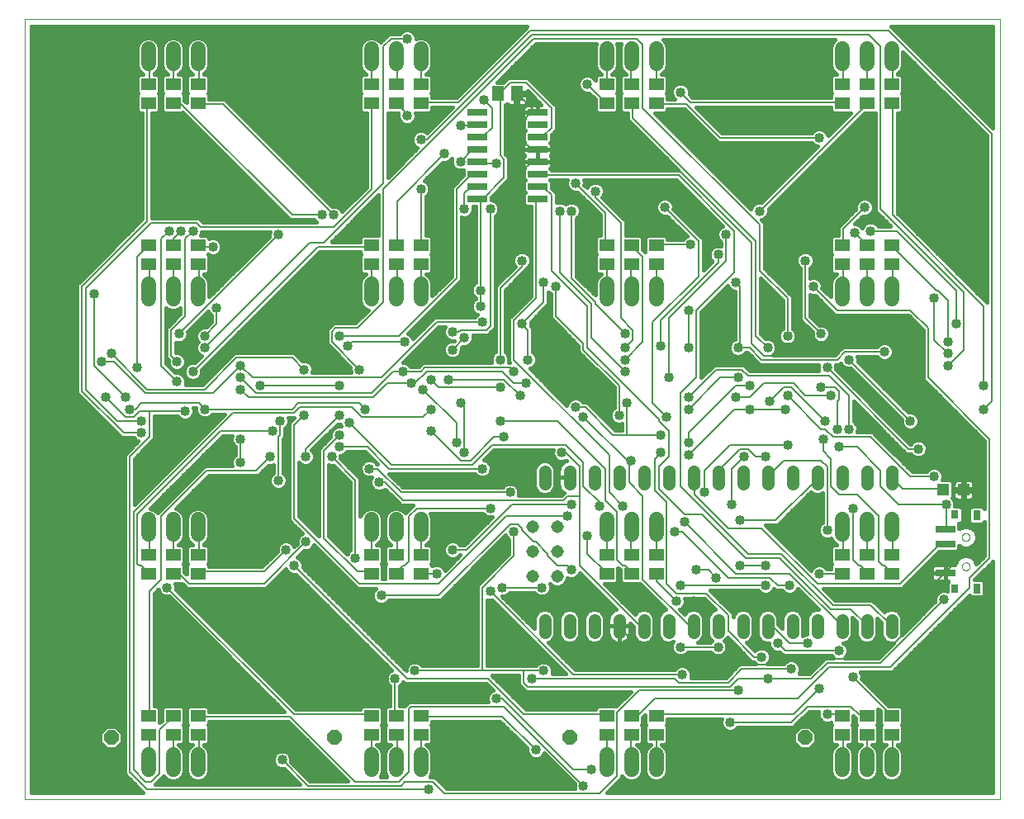
<source format=gtl>
G75*
%MOIN*%
%OFA0B0*%
%FSLAX25Y25*%
%IPPOS*%
%LPD*%
%AMOC8*
5,1,8,0,0,1.08239X$1,22.5*
%
%ADD10C,0.00000*%
%ADD11R,0.08000X0.02600*%
%ADD12R,0.05906X0.05118*%
%ADD13C,0.06000*%
%ADD14C,0.05150*%
%ADD15C,0.05150*%
%ADD16OC8,0.06000*%
%ADD17R,0.05118X0.05906*%
%ADD18R,0.07874X0.03150*%
%ADD19R,0.03150X0.03543*%
%ADD20R,0.03150X0.03937*%
%ADD21R,0.04724X0.04724*%
%ADD22C,0.00800*%
%ADD23C,0.04000*%
%ADD24C,0.01600*%
D10*
X0001800Y0001800D02*
X0001800Y0316761D01*
X0395501Y0316761D01*
X0395501Y0001800D01*
X0001800Y0001800D01*
X0380225Y0095894D02*
X0380227Y0095973D01*
X0380233Y0096052D01*
X0380243Y0096131D01*
X0380257Y0096209D01*
X0380274Y0096286D01*
X0380296Y0096362D01*
X0380321Y0096437D01*
X0380351Y0096510D01*
X0380383Y0096582D01*
X0380420Y0096653D01*
X0380460Y0096721D01*
X0380503Y0096787D01*
X0380549Y0096851D01*
X0380599Y0096913D01*
X0380652Y0096972D01*
X0380707Y0097028D01*
X0380766Y0097082D01*
X0380827Y0097132D01*
X0380890Y0097180D01*
X0380956Y0097224D01*
X0381024Y0097265D01*
X0381094Y0097302D01*
X0381165Y0097336D01*
X0381239Y0097366D01*
X0381313Y0097392D01*
X0381389Y0097414D01*
X0381466Y0097433D01*
X0381544Y0097448D01*
X0381622Y0097459D01*
X0381701Y0097466D01*
X0381780Y0097469D01*
X0381859Y0097468D01*
X0381938Y0097463D01*
X0382017Y0097454D01*
X0382095Y0097441D01*
X0382172Y0097424D01*
X0382249Y0097404D01*
X0382324Y0097379D01*
X0382398Y0097351D01*
X0382471Y0097319D01*
X0382541Y0097284D01*
X0382610Y0097245D01*
X0382677Y0097202D01*
X0382742Y0097156D01*
X0382804Y0097108D01*
X0382864Y0097056D01*
X0382921Y0097001D01*
X0382975Y0096943D01*
X0383026Y0096883D01*
X0383074Y0096820D01*
X0383119Y0096755D01*
X0383161Y0096687D01*
X0383199Y0096618D01*
X0383233Y0096547D01*
X0383264Y0096474D01*
X0383292Y0096399D01*
X0383315Y0096324D01*
X0383335Y0096247D01*
X0383351Y0096170D01*
X0383363Y0096091D01*
X0383371Y0096013D01*
X0383375Y0095934D01*
X0383375Y0095854D01*
X0383371Y0095775D01*
X0383363Y0095697D01*
X0383351Y0095618D01*
X0383335Y0095541D01*
X0383315Y0095464D01*
X0383292Y0095389D01*
X0383264Y0095314D01*
X0383233Y0095241D01*
X0383199Y0095170D01*
X0383161Y0095101D01*
X0383119Y0095033D01*
X0383074Y0094968D01*
X0383026Y0094905D01*
X0382975Y0094845D01*
X0382921Y0094787D01*
X0382864Y0094732D01*
X0382804Y0094680D01*
X0382742Y0094632D01*
X0382677Y0094586D01*
X0382610Y0094543D01*
X0382541Y0094504D01*
X0382471Y0094469D01*
X0382398Y0094437D01*
X0382324Y0094409D01*
X0382249Y0094384D01*
X0382172Y0094364D01*
X0382095Y0094347D01*
X0382017Y0094334D01*
X0381938Y0094325D01*
X0381859Y0094320D01*
X0381780Y0094319D01*
X0381701Y0094322D01*
X0381622Y0094329D01*
X0381544Y0094340D01*
X0381466Y0094355D01*
X0381389Y0094374D01*
X0381313Y0094396D01*
X0381239Y0094422D01*
X0381165Y0094452D01*
X0381094Y0094486D01*
X0381024Y0094523D01*
X0380956Y0094564D01*
X0380890Y0094608D01*
X0380827Y0094656D01*
X0380766Y0094706D01*
X0380707Y0094760D01*
X0380652Y0094816D01*
X0380599Y0094875D01*
X0380549Y0094937D01*
X0380503Y0095001D01*
X0380460Y0095067D01*
X0380420Y0095135D01*
X0380383Y0095206D01*
X0380351Y0095278D01*
X0380321Y0095351D01*
X0380296Y0095426D01*
X0380274Y0095502D01*
X0380257Y0095579D01*
X0380243Y0095657D01*
X0380233Y0095736D01*
X0380227Y0095815D01*
X0380225Y0095894D01*
X0380225Y0107706D02*
X0380227Y0107785D01*
X0380233Y0107864D01*
X0380243Y0107943D01*
X0380257Y0108021D01*
X0380274Y0108098D01*
X0380296Y0108174D01*
X0380321Y0108249D01*
X0380351Y0108322D01*
X0380383Y0108394D01*
X0380420Y0108465D01*
X0380460Y0108533D01*
X0380503Y0108599D01*
X0380549Y0108663D01*
X0380599Y0108725D01*
X0380652Y0108784D01*
X0380707Y0108840D01*
X0380766Y0108894D01*
X0380827Y0108944D01*
X0380890Y0108992D01*
X0380956Y0109036D01*
X0381024Y0109077D01*
X0381094Y0109114D01*
X0381165Y0109148D01*
X0381239Y0109178D01*
X0381313Y0109204D01*
X0381389Y0109226D01*
X0381466Y0109245D01*
X0381544Y0109260D01*
X0381622Y0109271D01*
X0381701Y0109278D01*
X0381780Y0109281D01*
X0381859Y0109280D01*
X0381938Y0109275D01*
X0382017Y0109266D01*
X0382095Y0109253D01*
X0382172Y0109236D01*
X0382249Y0109216D01*
X0382324Y0109191D01*
X0382398Y0109163D01*
X0382471Y0109131D01*
X0382541Y0109096D01*
X0382610Y0109057D01*
X0382677Y0109014D01*
X0382742Y0108968D01*
X0382804Y0108920D01*
X0382864Y0108868D01*
X0382921Y0108813D01*
X0382975Y0108755D01*
X0383026Y0108695D01*
X0383074Y0108632D01*
X0383119Y0108567D01*
X0383161Y0108499D01*
X0383199Y0108430D01*
X0383233Y0108359D01*
X0383264Y0108286D01*
X0383292Y0108211D01*
X0383315Y0108136D01*
X0383335Y0108059D01*
X0383351Y0107982D01*
X0383363Y0107903D01*
X0383371Y0107825D01*
X0383375Y0107746D01*
X0383375Y0107666D01*
X0383371Y0107587D01*
X0383363Y0107509D01*
X0383351Y0107430D01*
X0383335Y0107353D01*
X0383315Y0107276D01*
X0383292Y0107201D01*
X0383264Y0107126D01*
X0383233Y0107053D01*
X0383199Y0106982D01*
X0383161Y0106913D01*
X0383119Y0106845D01*
X0383074Y0106780D01*
X0383026Y0106717D01*
X0382975Y0106657D01*
X0382921Y0106599D01*
X0382864Y0106544D01*
X0382804Y0106492D01*
X0382742Y0106444D01*
X0382677Y0106398D01*
X0382610Y0106355D01*
X0382541Y0106316D01*
X0382471Y0106281D01*
X0382398Y0106249D01*
X0382324Y0106221D01*
X0382249Y0106196D01*
X0382172Y0106176D01*
X0382095Y0106159D01*
X0382017Y0106146D01*
X0381938Y0106137D01*
X0381859Y0106132D01*
X0381780Y0106131D01*
X0381701Y0106134D01*
X0381622Y0106141D01*
X0381544Y0106152D01*
X0381466Y0106167D01*
X0381389Y0106186D01*
X0381313Y0106208D01*
X0381239Y0106234D01*
X0381165Y0106264D01*
X0381094Y0106298D01*
X0381024Y0106335D01*
X0380956Y0106376D01*
X0380890Y0106420D01*
X0380827Y0106468D01*
X0380766Y0106518D01*
X0380707Y0106572D01*
X0380652Y0106628D01*
X0380599Y0106687D01*
X0380549Y0106749D01*
X0380503Y0106813D01*
X0380460Y0106879D01*
X0380420Y0106947D01*
X0380383Y0107018D01*
X0380351Y0107090D01*
X0380321Y0107163D01*
X0380296Y0107238D01*
X0380274Y0107314D01*
X0380257Y0107391D01*
X0380243Y0107469D01*
X0380233Y0107548D01*
X0380227Y0107627D01*
X0380225Y0107706D01*
D11*
X0208900Y0244300D03*
X0208900Y0249300D03*
X0208900Y0254300D03*
X0208900Y0259300D03*
X0208900Y0264300D03*
X0208900Y0269300D03*
X0208900Y0274300D03*
X0208900Y0279300D03*
X0184700Y0279300D03*
X0184700Y0274300D03*
X0184700Y0269300D03*
X0184700Y0264300D03*
X0184700Y0259300D03*
X0184700Y0254300D03*
X0184700Y0249300D03*
X0184700Y0244300D03*
D12*
X0161800Y0225540D03*
X0161800Y0218060D03*
X0151800Y0218060D03*
X0151800Y0225540D03*
X0141800Y0225540D03*
X0141800Y0218060D03*
X0071800Y0218060D03*
X0071800Y0225540D03*
X0061800Y0225540D03*
X0061800Y0218060D03*
X0051800Y0218060D03*
X0051800Y0225540D03*
X0051800Y0283060D03*
X0051800Y0290540D03*
X0061800Y0290540D03*
X0061800Y0283060D03*
X0071800Y0283060D03*
X0071800Y0290540D03*
X0141800Y0290540D03*
X0141800Y0283060D03*
X0151800Y0283060D03*
X0161800Y0283060D03*
X0161800Y0290540D03*
X0151800Y0290540D03*
X0236800Y0290540D03*
X0246800Y0290540D03*
X0246800Y0283060D03*
X0236800Y0283060D03*
X0256800Y0283060D03*
X0256800Y0290540D03*
X0331800Y0290540D03*
X0341800Y0290540D03*
X0341800Y0283060D03*
X0331800Y0283060D03*
X0351800Y0283060D03*
X0351800Y0290540D03*
X0351800Y0225540D03*
X0351800Y0218060D03*
X0341800Y0218060D03*
X0341800Y0225540D03*
X0331800Y0225540D03*
X0331800Y0218060D03*
X0256800Y0218060D03*
X0256800Y0225540D03*
X0246800Y0225540D03*
X0246800Y0218060D03*
X0236800Y0218060D03*
X0236800Y0225540D03*
X0236800Y0100540D03*
X0236800Y0093060D03*
X0246800Y0093060D03*
X0246800Y0100540D03*
X0256800Y0100540D03*
X0256800Y0093060D03*
X0256800Y0035540D03*
X0256800Y0028060D03*
X0246800Y0028060D03*
X0236800Y0028060D03*
X0236800Y0035540D03*
X0246800Y0035540D03*
X0161800Y0035540D03*
X0151800Y0035540D03*
X0151800Y0028060D03*
X0161800Y0028060D03*
X0141800Y0028060D03*
X0141800Y0035540D03*
X0071800Y0035540D03*
X0071800Y0028060D03*
X0061800Y0028060D03*
X0061800Y0035540D03*
X0051800Y0035540D03*
X0051800Y0028060D03*
X0051800Y0093060D03*
X0051800Y0100540D03*
X0061800Y0100540D03*
X0061800Y0093060D03*
X0071800Y0093060D03*
X0071800Y0100540D03*
X0141800Y0100540D03*
X0141800Y0093060D03*
X0151800Y0093060D03*
X0151800Y0100540D03*
X0161800Y0100540D03*
X0161800Y0093060D03*
X0331800Y0093060D03*
X0331800Y0100540D03*
X0341800Y0100540D03*
X0341800Y0093060D03*
X0351800Y0093060D03*
X0351800Y0100540D03*
X0351800Y0035540D03*
X0351800Y0028060D03*
X0341800Y0028060D03*
X0331800Y0028060D03*
X0331800Y0035540D03*
X0341800Y0035540D03*
D13*
X0341800Y0019800D02*
X0341800Y0013800D01*
X0331800Y0013800D02*
X0331800Y0019800D01*
X0351800Y0019800D02*
X0351800Y0013800D01*
X0256800Y0013800D02*
X0256800Y0019800D01*
X0246800Y0019800D02*
X0246800Y0013800D01*
X0236800Y0013800D02*
X0236800Y0019800D01*
X0161800Y0019800D02*
X0161800Y0013800D01*
X0151800Y0013800D02*
X0151800Y0019800D01*
X0141800Y0019800D02*
X0141800Y0013800D01*
X0071800Y0013800D02*
X0071800Y0019800D01*
X0061800Y0019800D02*
X0061800Y0013800D01*
X0051800Y0013800D02*
X0051800Y0019800D01*
X0051800Y0108800D02*
X0051800Y0114800D01*
X0061800Y0114800D02*
X0061800Y0108800D01*
X0071800Y0108800D02*
X0071800Y0114800D01*
X0141800Y0114800D02*
X0141800Y0108800D01*
X0151800Y0108800D02*
X0151800Y0114800D01*
X0161800Y0114800D02*
X0161800Y0108800D01*
X0236800Y0108800D02*
X0236800Y0114800D01*
X0246800Y0114800D02*
X0246800Y0108800D01*
X0256800Y0108800D02*
X0256800Y0114800D01*
X0331800Y0114800D02*
X0331800Y0108800D01*
X0341800Y0108800D02*
X0341800Y0114800D01*
X0351800Y0114800D02*
X0351800Y0108800D01*
X0351800Y0203800D02*
X0351800Y0209800D01*
X0341800Y0209800D02*
X0341800Y0203800D01*
X0331800Y0203800D02*
X0331800Y0209800D01*
X0256800Y0209800D02*
X0256800Y0203800D01*
X0246800Y0203800D02*
X0246800Y0209800D01*
X0236800Y0209800D02*
X0236800Y0203800D01*
X0161800Y0203800D02*
X0161800Y0209800D01*
X0151800Y0209800D02*
X0151800Y0203800D01*
X0141800Y0203800D02*
X0141800Y0209800D01*
X0071800Y0209800D02*
X0071800Y0203800D01*
X0061800Y0203800D02*
X0061800Y0209800D01*
X0051800Y0209800D02*
X0051800Y0203800D01*
X0051800Y0298800D02*
X0051800Y0304800D01*
X0061800Y0304800D02*
X0061800Y0298800D01*
X0071800Y0298800D02*
X0071800Y0304800D01*
X0141800Y0304800D02*
X0141800Y0298800D01*
X0151800Y0298800D02*
X0151800Y0304800D01*
X0161800Y0304800D02*
X0161800Y0298800D01*
X0236800Y0298800D02*
X0236800Y0304800D01*
X0246800Y0304800D02*
X0246800Y0298800D01*
X0256800Y0298800D02*
X0256800Y0304800D01*
X0331800Y0304800D02*
X0331800Y0298800D01*
X0341800Y0298800D02*
X0341800Y0304800D01*
X0351800Y0304800D02*
X0351800Y0298800D01*
D14*
X0351800Y0134375D02*
X0351800Y0129225D01*
X0341800Y0129225D02*
X0341800Y0134375D01*
X0331800Y0134375D02*
X0331800Y0129225D01*
X0321800Y0129225D02*
X0321800Y0134375D01*
X0311800Y0134375D02*
X0311800Y0129225D01*
X0301800Y0129225D02*
X0301800Y0134375D01*
X0291800Y0134375D02*
X0291800Y0129225D01*
X0281800Y0129225D02*
X0281800Y0134375D01*
X0271800Y0134375D02*
X0271800Y0129225D01*
X0261800Y0129225D02*
X0261800Y0134375D01*
X0251800Y0134375D02*
X0251800Y0129225D01*
X0241800Y0129225D02*
X0241800Y0134375D01*
X0231800Y0134375D02*
X0231800Y0129225D01*
X0221800Y0129225D02*
X0221800Y0134375D01*
X0211800Y0134375D02*
X0211800Y0129225D01*
X0211800Y0074375D02*
X0211800Y0069225D01*
X0221800Y0069225D02*
X0221800Y0074375D01*
X0231800Y0074375D02*
X0231800Y0069225D01*
X0241800Y0069225D02*
X0241800Y0074375D01*
X0251800Y0074375D02*
X0251800Y0069225D01*
X0261800Y0069225D02*
X0261800Y0074375D01*
X0271800Y0074375D02*
X0271800Y0069225D01*
X0281800Y0069225D02*
X0281800Y0074375D01*
X0291800Y0074375D02*
X0291800Y0069225D01*
X0301800Y0069225D02*
X0301800Y0074375D01*
X0311800Y0074375D02*
X0311800Y0069225D01*
X0321800Y0069225D02*
X0321800Y0074375D01*
X0331800Y0074375D02*
X0331800Y0069225D01*
X0341800Y0069225D02*
X0341800Y0074375D01*
X0351800Y0074375D02*
X0351800Y0069225D01*
D15*
X0216800Y0091800D03*
X0216800Y0101800D03*
X0206800Y0101800D03*
X0206800Y0091800D03*
X0206800Y0111800D03*
X0216800Y0111800D03*
D16*
X0221800Y0026800D03*
X0126800Y0026800D03*
X0036800Y0026800D03*
X0316800Y0026800D03*
D17*
X0200540Y0286800D03*
X0193060Y0286800D03*
D18*
X0373532Y0110946D03*
X0373532Y0105040D03*
X0373532Y0093229D03*
D19*
X0377371Y0086839D03*
X0377371Y0116761D03*
D20*
X0386229Y0116564D03*
X0386229Y0087036D03*
D21*
X0380934Y0126800D03*
X0372666Y0126800D03*
D22*
X0372200Y0127400D01*
X0356200Y0127400D01*
X0351800Y0131800D01*
X0347400Y0134600D02*
X0347400Y0128200D01*
X0354600Y0121000D01*
X0373800Y0121000D01*
X0373800Y0111400D01*
X0373532Y0110946D01*
X0373532Y0105040D02*
X0373000Y0105000D01*
X0371400Y0105000D01*
X0355400Y0089000D01*
X0321800Y0089000D01*
X0299400Y0111400D01*
X0285800Y0111400D01*
X0272200Y0125000D01*
X0272200Y0131400D01*
X0271800Y0131800D01*
X0276200Y0134600D02*
X0286600Y0145000D01*
X0309800Y0145000D01*
X0308200Y0138600D02*
X0301800Y0132200D01*
X0301800Y0131800D01*
X0308200Y0138600D02*
X0323400Y0138600D01*
X0325800Y0136200D01*
X0325800Y0110600D01*
X0331800Y0111800D02*
X0332200Y0111400D01*
X0332200Y0101000D01*
X0331800Y0100540D01*
X0336200Y0098600D02*
X0336200Y0119400D01*
X0337800Y0125000D02*
X0330600Y0125000D01*
X0327400Y0128200D01*
X0327400Y0139400D01*
X0324200Y0142600D01*
X0324200Y0147400D01*
X0323400Y0151400D02*
X0309800Y0165000D01*
X0308200Y0168200D02*
X0302600Y0162600D01*
X0309000Y0159400D02*
X0294600Y0159400D01*
X0288200Y0159400D01*
X0269800Y0141000D01*
X0269800Y0145800D02*
X0269800Y0149800D01*
X0289000Y0169000D01*
X0294600Y0169000D01*
X0293800Y0173000D02*
X0291400Y0175400D01*
X0281000Y0175400D01*
X0269800Y0164200D01*
X0266600Y0165800D02*
X0266600Y0128200D01*
X0293800Y0101000D01*
X0307400Y0101000D01*
X0328200Y0080200D01*
X0343400Y0080200D01*
X0351800Y0071800D01*
X0341800Y0071800D02*
X0341800Y0072200D01*
X0335400Y0078600D01*
X0327400Y0078600D01*
X0306600Y0099400D01*
X0293000Y0099400D01*
X0275400Y0117000D01*
X0268200Y0117000D01*
X0257800Y0127400D01*
X0257800Y0136200D01*
X0261800Y0140200D01*
X0261800Y0150600D01*
X0257800Y0154600D01*
X0257800Y0155400D01*
X0229000Y0184200D01*
X0229000Y0201000D01*
X0214600Y0215400D01*
X0214600Y0245800D01*
X0211400Y0249000D01*
X0209000Y0249000D01*
X0208900Y0249300D01*
X0209000Y0253800D02*
X0208900Y0254300D01*
X0209000Y0253800D02*
X0265800Y0253800D01*
X0288200Y0231400D01*
X0288200Y0214600D01*
X0273000Y0199400D01*
X0273000Y0172200D01*
X0266600Y0165800D01*
X0269800Y0159400D02*
X0282600Y0172200D01*
X0289800Y0172200D01*
X0293800Y0173000D02*
X0326600Y0173000D01*
X0334600Y0165000D01*
X0334600Y0151400D01*
X0329800Y0151400D02*
X0329800Y0162600D01*
X0330600Y0163400D01*
X0330600Y0166600D01*
X0329000Y0168200D01*
X0323400Y0168200D01*
X0327400Y0165000D02*
X0317000Y0165000D01*
X0312200Y0169800D01*
X0300200Y0169800D01*
X0294600Y0164200D01*
X0289000Y0164200D01*
X0299400Y0179400D02*
X0329800Y0179400D01*
X0333000Y0182600D01*
X0349000Y0182600D01*
X0345800Y0185800D02*
X0349000Y0189000D01*
X0363400Y0189000D01*
X0363400Y0190600D01*
X0363400Y0189000D02*
X0363400Y0147400D01*
X0380200Y0130600D01*
X0380200Y0127400D01*
X0380934Y0126800D01*
X0381000Y0126600D01*
X0381000Y0114600D01*
X0385800Y0109800D01*
X0385800Y0105800D01*
X0373800Y0093800D01*
X0373532Y0093229D01*
X0373000Y0093000D01*
X0369800Y0089800D01*
X0369800Y0081800D01*
X0346600Y0058600D01*
X0310600Y0058600D01*
X0308200Y0056200D01*
X0271400Y0056200D01*
X0257000Y0056200D01*
X0241800Y0071400D01*
X0241800Y0071800D01*
X0249800Y0072200D02*
X0251400Y0072200D01*
X0251800Y0071800D01*
X0249800Y0072200D02*
X0225800Y0096200D01*
X0225800Y0124200D01*
X0221000Y0124200D01*
X0219400Y0122600D01*
X0154600Y0122600D01*
X0147400Y0129800D01*
X0145000Y0129800D01*
X0144200Y0135400D02*
X0141000Y0135400D01*
X0144200Y0135400D02*
X0153800Y0125800D01*
X0197800Y0125800D01*
X0198600Y0121000D02*
X0222600Y0121000D01*
X0225800Y0124200D02*
X0225800Y0136200D01*
X0220200Y0141800D01*
X0218600Y0141800D01*
X0220200Y0145000D02*
X0190600Y0145000D01*
X0182600Y0137000D01*
X0149800Y0137000D01*
X0133000Y0153800D01*
X0129000Y0157000D02*
X0115400Y0143400D01*
X0115400Y0140200D01*
X0122600Y0142600D02*
X0129000Y0149000D01*
X0129000Y0144200D02*
X0140200Y0144200D01*
X0149000Y0135400D01*
X0186600Y0135400D01*
X0181800Y0138600D02*
X0191400Y0148200D01*
X0195400Y0148200D01*
X0193800Y0154600D02*
X0217000Y0154600D01*
X0236200Y0135400D01*
X0236200Y0122600D01*
X0241000Y0117800D01*
X0241000Y0098600D01*
X0243400Y0096200D01*
X0244200Y0096200D01*
X0246600Y0093800D01*
X0246800Y0093060D01*
X0251400Y0090600D02*
X0251400Y0124200D01*
X0245800Y0129800D01*
X0245800Y0137800D01*
X0246600Y0138600D01*
X0245800Y0137800D02*
X0227400Y0156200D01*
X0228200Y0160200D02*
X0224200Y0160200D01*
X0228200Y0160200D02*
X0239400Y0149000D01*
X0245000Y0149000D01*
X0245000Y0161800D01*
X0241800Y0157000D02*
X0241800Y0169000D01*
X0227400Y0183400D01*
X0227400Y0185800D01*
X0216200Y0197000D01*
X0216200Y0209000D01*
X0211400Y0210600D02*
X0211400Y0202600D01*
X0202600Y0193800D01*
X0205000Y0191400D01*
X0205000Y0179400D01*
X0199400Y0179400D02*
X0237800Y0141000D01*
X0237800Y0125800D01*
X0243400Y0120200D01*
X0246800Y0111800D02*
X0246600Y0111400D01*
X0246600Y0101000D01*
X0246800Y0100540D01*
X0237000Y0101000D02*
X0236800Y0100540D01*
X0237000Y0101000D02*
X0237000Y0111400D01*
X0236800Y0111800D01*
X0229000Y0108200D02*
X0229000Y0101000D01*
X0236200Y0093800D01*
X0236800Y0093060D01*
X0222600Y0094600D02*
X0221000Y0096200D01*
X0217000Y0096200D01*
X0213000Y0100200D01*
X0213000Y0101000D01*
X0208200Y0105800D01*
X0207400Y0105800D01*
X0202600Y0110600D01*
X0202600Y0111400D01*
X0201000Y0113000D01*
X0197800Y0113000D01*
X0169000Y0084200D01*
X0145800Y0084200D01*
X0137000Y0089000D02*
X0110600Y0115400D01*
X0110600Y0153000D01*
X0114600Y0157000D01*
X0113000Y0160200D02*
X0133800Y0160200D01*
X0137800Y0156200D01*
X0162600Y0156200D01*
X0165800Y0159400D01*
X0162600Y0167400D02*
X0176200Y0153800D01*
X0176200Y0145800D01*
X0179400Y0141800D02*
X0179400Y0160200D01*
X0177800Y0161800D01*
X0169000Y0168200D02*
X0165800Y0171400D01*
X0164200Y0174600D02*
X0194600Y0174600D01*
X0199400Y0169800D01*
X0204200Y0169800D01*
X0199400Y0174600D02*
X0197800Y0176200D01*
X0163400Y0176200D01*
X0161800Y0174600D01*
X0154600Y0174600D01*
X0150600Y0174600D01*
X0141800Y0165800D01*
X0095400Y0165800D01*
X0089000Y0172200D01*
X0089000Y0177000D02*
X0093800Y0172200D01*
X0145800Y0172200D01*
X0168200Y0194600D01*
X0186600Y0194600D01*
X0189800Y0193000D02*
X0189800Y0240200D01*
X0185800Y0243400D02*
X0184700Y0244300D01*
X0185000Y0244200D01*
X0185800Y0243400D01*
X0195400Y0253000D01*
X0195400Y0260200D01*
X0193800Y0261800D01*
X0193800Y0286600D01*
X0193060Y0286800D01*
X0193800Y0287400D01*
X0197800Y0291400D01*
X0204200Y0291400D01*
X0214600Y0281000D01*
X0214600Y0273000D01*
X0211400Y0269800D01*
X0209000Y0269800D01*
X0208900Y0269300D01*
X0208200Y0265000D02*
X0205800Y0265000D01*
X0203400Y0267400D01*
X0203400Y0276200D01*
X0207400Y0280200D01*
X0208900Y0279300D01*
X0208200Y0279400D01*
X0207400Y0280200D01*
X0201000Y0286600D01*
X0200540Y0286800D01*
X0190600Y0281000D02*
X0187400Y0284200D01*
X0190600Y0281000D02*
X0190600Y0273000D01*
X0187400Y0269800D01*
X0185000Y0269800D01*
X0184700Y0269300D01*
X0184200Y0273800D02*
X0184700Y0274300D01*
X0184200Y0273800D02*
X0177800Y0273800D01*
X0177000Y0283400D02*
X0205800Y0312200D01*
X0350600Y0312200D01*
X0392200Y0270600D01*
X0392200Y0162600D01*
X0389000Y0159400D01*
X0389000Y0169000D02*
X0389000Y0201000D01*
X0352200Y0237800D01*
X0352200Y0282600D01*
X0351800Y0283060D01*
X0351800Y0290540D02*
X0352200Y0290600D01*
X0352200Y0301800D01*
X0351800Y0301800D01*
X0347400Y0305800D02*
X0347400Y0240200D01*
X0381000Y0206600D01*
X0381000Y0183400D01*
X0374600Y0177000D01*
X0374600Y0181800D02*
X0369000Y0187400D01*
X0369000Y0204200D01*
X0369800Y0207400D02*
X0370600Y0207400D01*
X0374600Y0203400D01*
X0374600Y0186600D01*
X0377800Y0193800D02*
X0377800Y0207400D01*
X0353800Y0231400D01*
X0343400Y0231400D01*
X0341800Y0225800D02*
X0341800Y0225540D01*
X0341800Y0225800D02*
X0337000Y0230600D01*
X0332200Y0232200D02*
X0341000Y0241000D01*
X0332200Y0232200D02*
X0332200Y0225800D01*
X0331800Y0225540D01*
X0331800Y0218060D02*
X0332200Y0217800D01*
X0332200Y0207400D01*
X0331800Y0206800D01*
X0329800Y0199400D02*
X0320200Y0209000D01*
X0317000Y0219400D02*
X0317000Y0196200D01*
X0323400Y0189800D01*
X0329800Y0199400D02*
X0359400Y0199400D01*
X0366600Y0192200D01*
X0366600Y0172200D01*
X0391400Y0147400D01*
X0391400Y0099400D01*
X0383400Y0091400D01*
X0383400Y0087400D01*
X0351400Y0055400D01*
X0326600Y0055400D01*
X0313800Y0042600D01*
X0256200Y0042600D01*
X0249800Y0036200D01*
X0247400Y0036200D01*
X0246800Y0035540D01*
X0241000Y0037000D02*
X0241000Y0011400D01*
X0233800Y0004200D01*
X0171400Y0004200D01*
X0166600Y0009000D01*
X0155400Y0009000D01*
X0153800Y0007400D01*
X0116200Y0007400D01*
X0105800Y0017800D01*
X0101800Y0009000D02*
X0101800Y0030600D01*
X0109000Y0035400D02*
X0135400Y0009000D01*
X0153000Y0009000D01*
X0157000Y0013000D01*
X0157000Y0038600D01*
X0157800Y0039400D01*
X0195400Y0039400D01*
X0227400Y0007400D01*
X0230600Y0013800D02*
X0223400Y0013800D01*
X0194600Y0042600D01*
X0192200Y0042600D01*
X0194600Y0035400D02*
X0208200Y0021800D01*
X0203400Y0036200D02*
X0189000Y0050600D01*
X0156200Y0050600D01*
X0110600Y0096200D01*
X0107400Y0102600D02*
X0098600Y0093800D01*
X0072200Y0093800D01*
X0071800Y0093060D01*
X0068200Y0089000D02*
X0098600Y0089000D01*
X0115400Y0105800D01*
X0122600Y0107400D02*
X0122600Y0142600D01*
X0125800Y0140200D02*
X0135400Y0130600D01*
X0135400Y0099400D01*
X0136200Y0093800D02*
X0122600Y0107400D01*
X0136200Y0093800D02*
X0141800Y0093800D01*
X0141800Y0093060D01*
X0137000Y0089000D02*
X0169000Y0089000D01*
X0196200Y0116200D01*
X0221000Y0116200D01*
X0233800Y0120200D02*
X0233800Y0121800D01*
X0227400Y0128200D01*
X0227400Y0137800D01*
X0220200Y0145000D01*
X0245000Y0149000D02*
X0258600Y0149000D01*
X0258600Y0141800D02*
X0256200Y0139400D01*
X0256200Y0126600D01*
X0261000Y0121800D01*
X0261000Y0089000D01*
X0265000Y0085000D01*
X0277000Y0085000D01*
X0285800Y0076200D01*
X0285800Y0069800D01*
X0296200Y0059400D01*
X0299400Y0059400D01*
X0305800Y0065000D02*
X0309000Y0061800D01*
X0330600Y0061800D01*
X0325800Y0057000D02*
X0347400Y0057000D01*
X0373000Y0082600D01*
X0351800Y0093060D02*
X0351400Y0093800D01*
X0349000Y0096200D01*
X0348200Y0096200D01*
X0346600Y0097800D01*
X0346600Y0116200D01*
X0337800Y0125000D01*
X0347400Y0134600D02*
X0337800Y0144200D01*
X0330600Y0144200D01*
X0328200Y0148200D02*
X0325000Y0151400D01*
X0323400Y0151400D01*
X0325000Y0154600D02*
X0311400Y0168200D01*
X0308200Y0168200D01*
X0303400Y0181000D02*
X0300200Y0181000D01*
X0295400Y0185800D01*
X0295400Y0226600D01*
X0263400Y0258600D01*
X0209000Y0258600D01*
X0208900Y0259300D01*
X0208200Y0258600D01*
X0205800Y0258600D01*
X0203400Y0256200D01*
X0203400Y0242600D01*
X0205800Y0240200D01*
X0205800Y0217800D01*
X0201800Y0213800D01*
X0201800Y0202600D01*
X0208200Y0204200D02*
X0199400Y0195400D01*
X0199400Y0179400D01*
X0193800Y0179400D02*
X0193800Y0208200D01*
X0202600Y0217000D01*
X0202600Y0219400D01*
X0217800Y0214600D02*
X0230600Y0201800D01*
X0230600Y0188200D01*
X0244200Y0174600D01*
X0244200Y0179400D02*
X0251400Y0186600D01*
X0251400Y0221000D01*
X0247400Y0225000D01*
X0246800Y0225540D01*
X0246800Y0218060D02*
X0246600Y0217800D01*
X0246600Y0207400D01*
X0246800Y0206800D01*
X0237000Y0207400D02*
X0236800Y0206800D01*
X0237000Y0207400D02*
X0237000Y0217800D01*
X0236800Y0218060D01*
X0236800Y0225540D02*
X0236200Y0225800D01*
X0236200Y0238600D01*
X0224200Y0250600D01*
X0232200Y0247400D02*
X0232200Y0245000D01*
X0242600Y0234600D01*
X0242600Y0196200D01*
X0247400Y0191400D01*
X0247400Y0187400D01*
X0244200Y0184200D01*
X0244200Y0189800D02*
X0232200Y0201800D01*
X0232200Y0202600D01*
X0222600Y0212200D01*
X0222600Y0239400D01*
X0217800Y0239400D02*
X0217800Y0214600D01*
X0208200Y0204200D02*
X0208200Y0244200D01*
X0208900Y0244300D01*
X0208900Y0259300D02*
X0209000Y0259400D01*
X0209000Y0264200D01*
X0208900Y0264300D01*
X0208200Y0265000D01*
X0192200Y0258600D02*
X0185000Y0258600D01*
X0184700Y0259300D01*
X0184200Y0264200D02*
X0182600Y0264200D01*
X0177800Y0259400D01*
X0171400Y0262600D02*
X0152200Y0243400D01*
X0152200Y0225800D01*
X0151800Y0225540D01*
X0151800Y0218060D02*
X0152200Y0217800D01*
X0152200Y0207400D01*
X0151800Y0206800D01*
X0146600Y0202600D02*
X0136200Y0192200D01*
X0127400Y0192200D01*
X0125800Y0190600D01*
X0125800Y0186600D01*
X0137000Y0175400D01*
X0129000Y0169000D02*
X0097000Y0169000D01*
X0092200Y0164200D02*
X0089000Y0167400D01*
X0092200Y0164200D02*
X0142600Y0164200D01*
X0148200Y0169800D01*
X0157800Y0169800D01*
X0159400Y0169800D01*
X0164200Y0174600D01*
X0169000Y0168200D02*
X0193800Y0168200D01*
X0195400Y0171400D02*
X0173000Y0171400D01*
X0174600Y0183400D02*
X0179400Y0188200D01*
X0177000Y0190600D02*
X0177800Y0191400D01*
X0188200Y0191400D01*
X0189800Y0193000D01*
X0185800Y0201000D02*
X0185800Y0207400D01*
X0185800Y0243400D01*
X0181800Y0249000D02*
X0179400Y0246600D01*
X0179400Y0240200D01*
X0176200Y0248200D02*
X0181800Y0253800D01*
X0184200Y0253800D01*
X0184700Y0254300D01*
X0184700Y0249300D02*
X0184200Y0249000D01*
X0181800Y0249000D01*
X0176200Y0248200D02*
X0176200Y0212200D01*
X0153000Y0189000D01*
X0129000Y0189000D01*
X0132200Y0185000D02*
X0133800Y0186600D01*
X0155400Y0186600D01*
X0146600Y0202600D02*
X0146600Y0248200D01*
X0207400Y0309000D01*
X0249000Y0309000D01*
X0251400Y0306600D01*
X0251400Y0281000D01*
X0298600Y0233800D01*
X0298600Y0215400D01*
X0309800Y0204200D01*
X0309800Y0189000D01*
X0308200Y0185800D02*
X0306600Y0187400D01*
X0306600Y0197800D01*
X0297000Y0189000D02*
X0301800Y0184200D01*
X0303400Y0181000D02*
X0308200Y0185800D01*
X0345800Y0185800D01*
X0334600Y0179400D02*
X0359400Y0154600D01*
X0358600Y0143400D02*
X0325800Y0176200D01*
X0299400Y0179400D02*
X0294600Y0184200D01*
X0290600Y0184200D01*
X0289800Y0184200D01*
X0290600Y0184200D02*
X0290600Y0209000D01*
X0289000Y0210600D01*
X0285000Y0219400D02*
X0261800Y0196200D01*
X0261800Y0172200D01*
X0269800Y0184200D02*
X0269800Y0199400D01*
X0258600Y0195400D02*
X0258600Y0185000D01*
X0255400Y0194600D02*
X0255400Y0161800D01*
X0261000Y0156200D01*
X0276200Y0134600D02*
X0276200Y0125800D01*
X0281800Y0131800D02*
X0281800Y0134600D01*
X0290600Y0143400D01*
X0293800Y0143400D01*
X0297000Y0140200D01*
X0301000Y0140200D01*
X0292200Y0140200D02*
X0287400Y0135400D01*
X0287400Y0121000D01*
X0290600Y0114600D02*
X0305000Y0114600D01*
X0321800Y0131400D01*
X0321800Y0131800D01*
X0328200Y0148200D02*
X0343400Y0148200D01*
X0359400Y0132200D01*
X0369000Y0132200D01*
X0362600Y0143400D02*
X0358600Y0143400D01*
X0351800Y0111800D02*
X0352200Y0111400D01*
X0352200Y0101000D01*
X0351800Y0100540D01*
X0341800Y0100540D02*
X0341800Y0111800D01*
X0336200Y0098600D02*
X0338600Y0096200D01*
X0339400Y0096200D01*
X0341800Y0093800D01*
X0341800Y0093060D01*
X0331800Y0093060D02*
X0331400Y0093000D01*
X0322600Y0093000D01*
X0310600Y0093000D02*
X0331800Y0071800D01*
X0317800Y0065000D02*
X0310600Y0065000D01*
X0304200Y0071400D01*
X0301800Y0071400D01*
X0301800Y0071800D01*
X0301000Y0088200D02*
X0266600Y0088200D01*
X0265000Y0081800D02*
X0257000Y0089800D01*
X0257000Y0093000D01*
X0256800Y0093060D01*
X0251400Y0090600D02*
X0269800Y0072200D01*
X0271400Y0072200D01*
X0271800Y0071800D01*
X0266600Y0063400D02*
X0281800Y0063400D01*
X0291400Y0054600D02*
X0311400Y0054600D01*
X0319400Y0050600D02*
X0325800Y0057000D01*
X0319400Y0050600D02*
X0301800Y0050600D01*
X0289800Y0050600D01*
X0286600Y0047400D01*
X0205000Y0047400D01*
X0203400Y0049000D01*
X0203400Y0053800D01*
X0211400Y0053800D01*
X0206600Y0050600D02*
X0264200Y0050600D01*
X0265800Y0049000D01*
X0285800Y0049000D01*
X0291400Y0054600D01*
X0289800Y0045800D02*
X0249800Y0045800D01*
X0241000Y0037000D01*
X0236800Y0035540D02*
X0236200Y0036200D01*
X0203400Y0036200D01*
X0194600Y0035400D02*
X0161800Y0035400D01*
X0161800Y0035540D01*
X0151800Y0035540D02*
X0151400Y0036200D01*
X0151400Y0050600D01*
X0159400Y0053800D02*
X0186600Y0053800D01*
X0186600Y0087400D01*
X0199400Y0100200D01*
X0199400Y0109800D01*
X0198600Y0121000D02*
X0180200Y0102600D01*
X0174600Y0102600D01*
X0168200Y0093000D02*
X0161800Y0093000D01*
X0161800Y0093060D01*
X0157000Y0097800D02*
X0157000Y0116200D01*
X0160200Y0119400D01*
X0189800Y0119400D01*
X0181800Y0138600D02*
X0177800Y0138600D01*
X0165800Y0150600D01*
X0139400Y0159400D02*
X0137000Y0161800D01*
X0112200Y0161800D01*
X0109800Y0159400D01*
X0074600Y0159400D01*
X0072200Y0161800D01*
X0049000Y0161800D01*
X0046600Y0159400D01*
X0044200Y0159400D01*
X0045800Y0156200D02*
X0042600Y0156200D01*
X0034600Y0164200D01*
X0042600Y0164200D02*
X0029800Y0177000D01*
X0029800Y0205800D01*
X0026600Y0208200D02*
X0026600Y0167400D01*
X0039400Y0154600D01*
X0049000Y0154600D01*
X0045800Y0156200D02*
X0048200Y0158600D01*
X0052200Y0158600D01*
X0052200Y0148200D01*
X0044200Y0140200D01*
X0044200Y0013000D01*
X0051400Y0005800D01*
X0165000Y0005800D01*
X0161800Y0016800D02*
X0161800Y0028060D01*
X0152200Y0027400D02*
X0151800Y0028060D01*
X0152200Y0027400D02*
X0152200Y0017000D01*
X0151800Y0016800D01*
X0141800Y0016800D02*
X0141800Y0028060D01*
X0141800Y0035540D02*
X0141800Y0036200D01*
X0110600Y0036200D01*
X0059400Y0087400D01*
X0057000Y0090600D02*
X0052200Y0085800D01*
X0052200Y0036200D01*
X0051800Y0035540D01*
X0056200Y0029800D02*
X0056200Y0012200D01*
X0053000Y0009000D01*
X0050600Y0009000D01*
X0045800Y0013800D01*
X0045800Y0117800D01*
X0085800Y0157800D01*
X0110600Y0157800D01*
X0113000Y0160200D01*
X0105000Y0154600D02*
X0105000Y0149000D01*
X0104200Y0148200D01*
X0104200Y0130600D01*
X0095400Y0134600D02*
X0101000Y0140200D01*
X0095400Y0134600D02*
X0075400Y0134600D01*
X0057000Y0116200D01*
X0057000Y0090600D01*
X0061800Y0093000D02*
X0061800Y0093060D01*
X0061800Y0093000D02*
X0064200Y0093000D01*
X0068200Y0089000D01*
X0071800Y0100540D02*
X0072200Y0101000D01*
X0072200Y0111400D01*
X0071800Y0111800D01*
X0061800Y0111800D02*
X0061800Y0100540D01*
X0052200Y0101000D02*
X0051800Y0100540D01*
X0052200Y0101000D02*
X0052200Y0111400D01*
X0051800Y0111800D01*
X0047400Y0117000D02*
X0081000Y0150600D01*
X0101800Y0150600D01*
X0089000Y0147400D02*
X0089000Y0137800D01*
X0066600Y0158600D02*
X0052200Y0158600D01*
X0049000Y0149800D02*
X0041800Y0149800D01*
X0025000Y0166600D01*
X0025000Y0209000D01*
X0051400Y0235400D01*
X0051400Y0282600D01*
X0051800Y0283060D01*
X0051800Y0290540D02*
X0052200Y0290600D01*
X0052200Y0301800D01*
X0051800Y0301800D01*
X0061800Y0301800D02*
X0061800Y0290540D01*
X0061800Y0283060D02*
X0061800Y0282600D01*
X0065000Y0282600D01*
X0109800Y0237800D01*
X0121800Y0237800D01*
X0126600Y0237800D02*
X0081800Y0282600D01*
X0072200Y0282600D01*
X0071800Y0283060D01*
X0071800Y0290540D02*
X0072200Y0290600D01*
X0072200Y0301800D01*
X0071800Y0301800D01*
X0141800Y0301800D02*
X0141800Y0290540D01*
X0141800Y0283060D02*
X0141800Y0248200D01*
X0126600Y0233000D01*
X0073000Y0233000D01*
X0071400Y0234600D01*
X0053000Y0234600D01*
X0026600Y0208200D01*
X0047400Y0221000D02*
X0047400Y0176200D01*
X0051400Y0167400D02*
X0037000Y0181800D01*
X0037800Y0178600D02*
X0033000Y0178600D01*
X0037800Y0178600D02*
X0050600Y0165800D01*
X0077800Y0165800D01*
X0089000Y0177000D01*
X0087400Y0180200D02*
X0109800Y0180200D01*
X0114600Y0175400D01*
X0087400Y0180200D02*
X0074600Y0167400D01*
X0051400Y0167400D01*
X0057000Y0177000D02*
X0063400Y0170600D01*
X0069800Y0174600D02*
X0120200Y0225000D01*
X0141800Y0225000D01*
X0141800Y0225540D01*
X0141800Y0218060D02*
X0141800Y0206800D01*
X0161800Y0206800D02*
X0161800Y0218060D01*
X0161800Y0225540D02*
X0161800Y0248200D01*
X0146600Y0250600D02*
X0122600Y0226600D01*
X0117000Y0226600D01*
X0074600Y0184200D01*
X0074600Y0189000D02*
X0079400Y0193800D01*
X0079400Y0200200D01*
X0071800Y0206800D02*
X0072200Y0207400D01*
X0072200Y0217800D01*
X0071800Y0218060D01*
X0072200Y0225000D02*
X0071800Y0225540D01*
X0072200Y0225000D02*
X0077800Y0225000D01*
X0069800Y0231400D02*
X0066600Y0228200D01*
X0066600Y0197000D01*
X0061000Y0191400D01*
X0061000Y0181000D01*
X0063400Y0178600D01*
X0057000Y0177000D02*
X0057000Y0228200D01*
X0060200Y0231400D01*
X0061800Y0228200D02*
X0065000Y0231400D01*
X0061800Y0228200D02*
X0061800Y0225540D01*
X0061800Y0218060D02*
X0061800Y0206800D01*
X0052200Y0207400D02*
X0051800Y0206800D01*
X0052200Y0207400D02*
X0052200Y0217800D01*
X0051800Y0218060D01*
X0047400Y0221000D02*
X0051400Y0225000D01*
X0051800Y0225540D01*
X0064200Y0189800D02*
X0104200Y0229800D01*
X0146600Y0250600D02*
X0146600Y0305800D01*
X0149800Y0309000D01*
X0156200Y0309000D01*
X0152200Y0301800D02*
X0151800Y0301800D01*
X0152200Y0301800D02*
X0152200Y0290600D01*
X0151800Y0290540D01*
X0161800Y0290540D02*
X0161800Y0301800D01*
X0161800Y0283400D02*
X0161800Y0283060D01*
X0161800Y0283400D02*
X0177000Y0283400D01*
X0164200Y0268200D02*
X0161800Y0268200D01*
X0164200Y0268200D02*
X0206600Y0310600D01*
X0342600Y0310600D01*
X0347400Y0305800D01*
X0341800Y0301800D02*
X0341800Y0290540D01*
X0332200Y0290600D02*
X0331800Y0290540D01*
X0332200Y0290600D02*
X0332200Y0301800D01*
X0331800Y0301800D01*
X0331400Y0283400D02*
X0331800Y0283060D01*
X0331400Y0283400D02*
X0270600Y0283400D01*
X0266600Y0287400D01*
X0269000Y0282600D02*
X0257000Y0282600D01*
X0256800Y0283060D01*
X0247400Y0282600D02*
X0247400Y0277000D01*
X0297000Y0227400D01*
X0297000Y0189000D01*
X0287400Y0192200D02*
X0287400Y0195400D01*
X0287400Y0192200D02*
X0284200Y0189000D01*
X0273800Y0213000D02*
X0255400Y0194600D01*
X0258600Y0195400D02*
X0281800Y0218600D01*
X0281800Y0221800D01*
X0285000Y0219400D02*
X0285000Y0229800D01*
X0273800Y0227400D02*
X0273800Y0213000D01*
X0270600Y0225800D02*
X0257000Y0225800D01*
X0256800Y0225540D01*
X0256800Y0218060D02*
X0257000Y0217800D01*
X0257000Y0207400D01*
X0256800Y0206800D01*
X0273800Y0227400D02*
X0260200Y0241000D01*
X0282600Y0269000D02*
X0322600Y0269000D01*
X0341800Y0282600D02*
X0341800Y0283060D01*
X0341800Y0282600D02*
X0298600Y0239400D01*
X0282600Y0269000D02*
X0269000Y0282600D01*
X0257000Y0290600D02*
X0256800Y0290540D01*
X0257000Y0290600D02*
X0257000Y0301800D01*
X0256800Y0301800D01*
X0246800Y0301800D02*
X0246600Y0301800D01*
X0246600Y0290600D01*
X0246800Y0290540D01*
X0237000Y0290600D02*
X0236800Y0290540D01*
X0237000Y0290600D02*
X0237000Y0301800D01*
X0236800Y0301800D01*
X0229000Y0290600D02*
X0236200Y0283400D01*
X0236800Y0283060D01*
X0246800Y0283060D02*
X0247400Y0282600D01*
X0184700Y0264300D02*
X0184200Y0264200D01*
X0156200Y0277800D02*
X0156200Y0278600D01*
X0152200Y0282600D01*
X0151800Y0283060D01*
X0212200Y0196200D02*
X0219400Y0189000D01*
X0230600Y0177800D01*
X0230600Y0175400D01*
X0201800Y0165000D02*
X0195400Y0171400D01*
X0177000Y0190600D02*
X0174600Y0190600D01*
X0161800Y0111800D02*
X0161800Y0100540D01*
X0157000Y0097800D02*
X0155400Y0096200D01*
X0154600Y0096200D01*
X0152200Y0093800D01*
X0151800Y0093060D01*
X0151800Y0100540D02*
X0152200Y0101000D01*
X0152200Y0111400D01*
X0151800Y0111800D01*
X0141800Y0111800D02*
X0141800Y0100540D01*
X0189800Y0085800D02*
X0223400Y0052200D01*
X0267400Y0052200D01*
X0257000Y0036200D02*
X0256800Y0035540D01*
X0257000Y0036200D02*
X0312200Y0036200D01*
X0322600Y0046600D01*
X0317800Y0039400D02*
X0311400Y0033000D01*
X0286600Y0033000D01*
X0257000Y0027400D02*
X0257000Y0017000D01*
X0256800Y0016800D01*
X0246800Y0016800D02*
X0246600Y0017000D01*
X0246600Y0027400D01*
X0246800Y0028060D01*
X0237000Y0027400D02*
X0236800Y0028060D01*
X0237000Y0027400D02*
X0237000Y0017000D01*
X0236800Y0016800D01*
X0257000Y0027400D02*
X0256800Y0028060D01*
X0203400Y0053800D02*
X0186600Y0053800D01*
X0194600Y0087400D02*
X0210600Y0087400D01*
X0256800Y0100540D02*
X0257000Y0101000D01*
X0257000Y0111400D01*
X0256800Y0111800D01*
X0264200Y0109800D02*
X0267400Y0109800D01*
X0285800Y0091400D01*
X0302600Y0091400D01*
X0305800Y0088200D01*
X0310600Y0088200D01*
X0310600Y0093000D02*
X0289000Y0093000D01*
X0268200Y0113800D01*
X0290600Y0096200D02*
X0301000Y0096200D01*
X0281000Y0091400D02*
X0277800Y0094600D01*
X0273000Y0094600D01*
X0336200Y0051400D02*
X0351400Y0036200D01*
X0351800Y0035540D01*
X0351800Y0028060D02*
X0352200Y0027400D01*
X0352200Y0017000D01*
X0351800Y0016800D01*
X0341800Y0016800D02*
X0341800Y0028060D01*
X0332200Y0027400D02*
X0331800Y0028060D01*
X0332200Y0027400D02*
X0332200Y0017000D01*
X0331800Y0016800D01*
X0331800Y0035540D02*
X0331400Y0036200D01*
X0325800Y0036200D01*
X0317800Y0039400D02*
X0335400Y0039400D01*
X0338600Y0036200D01*
X0341800Y0036200D01*
X0341800Y0035540D01*
X0341800Y0206800D02*
X0341800Y0218060D01*
X0351800Y0218060D02*
X0352200Y0217800D01*
X0352200Y0207400D01*
X0351800Y0206800D01*
X0369800Y0207400D02*
X0352200Y0225000D01*
X0351800Y0225540D01*
X0109000Y0035400D02*
X0072200Y0035400D01*
X0071800Y0035540D01*
X0071800Y0028060D02*
X0072200Y0027400D01*
X0072200Y0017000D01*
X0071800Y0016800D01*
X0061800Y0016800D02*
X0061800Y0028060D01*
X0056200Y0029800D02*
X0061800Y0035400D01*
X0061800Y0035540D01*
X0051800Y0028060D02*
X0052200Y0027400D01*
X0052200Y0017000D01*
X0051800Y0016800D01*
X0051800Y0093060D02*
X0051400Y0093800D01*
X0049000Y0096200D01*
X0048200Y0096200D01*
X0047400Y0097000D01*
X0047400Y0117000D01*
D23*
X0049300Y0129300D03*
X0061800Y0126800D03*
X0086800Y0111800D03*
X0107400Y0102600D03*
X0109300Y0109300D03*
X0115400Y0105800D03*
X0110600Y0096200D03*
X0101800Y0076800D03*
X0076800Y0056800D03*
X0101800Y0030600D03*
X0105800Y0017800D03*
X0101800Y0009000D03*
X0151400Y0050600D03*
X0159400Y0053800D03*
X0171800Y0046800D03*
X0192200Y0042600D03*
X0206600Y0050600D03*
X0211400Y0053800D03*
X0196800Y0066800D03*
X0176800Y0071800D03*
X0189800Y0085800D03*
X0194600Y0087400D03*
X0210600Y0087400D03*
X0222600Y0094600D03*
X0224300Y0081800D03*
X0229000Y0108200D03*
X0221000Y0116200D03*
X0222600Y0121000D03*
X0233800Y0120200D03*
X0243400Y0120200D03*
X0264200Y0109800D03*
X0268200Y0113800D03*
X0276200Y0125800D03*
X0287400Y0121000D03*
X0290600Y0114600D03*
X0290600Y0096200D03*
X0281000Y0091400D03*
X0273000Y0094600D03*
X0266600Y0088200D03*
X0265000Y0081800D03*
X0271800Y0081800D03*
X0266600Y0063400D03*
X0271400Y0056200D03*
X0267400Y0052200D03*
X0281800Y0063400D03*
X0299400Y0059400D03*
X0305800Y0065000D03*
X0311400Y0054600D03*
X0316800Y0056800D03*
X0317800Y0065000D03*
X0330600Y0061800D03*
X0341800Y0061800D03*
X0336200Y0051400D03*
X0322600Y0046600D03*
X0325800Y0036200D03*
X0301800Y0050600D03*
X0289800Y0045800D03*
X0286600Y0033000D03*
X0276800Y0021800D03*
X0231800Y0041800D03*
X0208200Y0021800D03*
X0230600Y0013800D03*
X0227400Y0007400D03*
X0186800Y0011800D03*
X0181800Y0026800D03*
X0165000Y0005800D03*
X0131800Y0051800D03*
X0146800Y0071800D03*
X0145800Y0084200D03*
X0135400Y0099400D03*
X0126800Y0121800D03*
X0116800Y0121800D03*
X0104200Y0130600D03*
X0101000Y0140200D03*
X0101800Y0150600D03*
X0105000Y0154600D03*
X0114600Y0157000D03*
X0129000Y0157000D03*
X0133000Y0153800D03*
X0129000Y0149000D03*
X0129000Y0144200D03*
X0125800Y0140200D03*
X0115400Y0140200D03*
X0089000Y0137800D03*
X0089000Y0147400D03*
X0074600Y0159400D03*
X0066600Y0158600D03*
X0063400Y0170600D03*
X0069800Y0174600D03*
X0063400Y0178600D03*
X0064200Y0189800D03*
X0074600Y0189000D03*
X0074600Y0184200D03*
X0089000Y0177000D03*
X0089000Y0172200D03*
X0089000Y0167400D03*
X0097000Y0169000D03*
X0114600Y0175400D03*
X0129000Y0169000D03*
X0137000Y0175400D03*
X0132200Y0185000D03*
X0129000Y0189000D03*
X0155400Y0186600D03*
X0154600Y0174600D03*
X0157800Y0169800D03*
X0162600Y0167400D03*
X0165800Y0171400D03*
X0173000Y0171400D03*
X0177800Y0161800D03*
X0165800Y0159400D03*
X0165800Y0150600D03*
X0176200Y0145800D03*
X0179400Y0141800D03*
X0186600Y0135400D03*
X0197800Y0125800D03*
X0189800Y0119400D03*
X0199400Y0109800D03*
X0174600Y0102600D03*
X0171800Y0111800D03*
X0168200Y0093000D03*
X0149300Y0121800D03*
X0145000Y0129800D03*
X0141000Y0135400D03*
X0166800Y0131800D03*
X0193800Y0154600D03*
X0195400Y0148200D03*
X0201800Y0139300D03*
X0218600Y0141800D03*
X0227400Y0156200D03*
X0224200Y0160200D03*
X0241800Y0157000D03*
X0245000Y0161800D03*
X0244200Y0174600D03*
X0244200Y0179400D03*
X0244200Y0184200D03*
X0244200Y0189800D03*
X0258600Y0185000D03*
X0269800Y0184200D03*
X0261800Y0172200D03*
X0269800Y0164200D03*
X0269800Y0159400D03*
X0261000Y0156200D03*
X0258600Y0149000D03*
X0258600Y0141800D03*
X0269800Y0141000D03*
X0269800Y0145800D03*
X0292200Y0140200D03*
X0301000Y0140200D03*
X0309800Y0145000D03*
X0324200Y0147400D03*
X0329800Y0151400D03*
X0334600Y0151400D03*
X0330600Y0144200D03*
X0325000Y0154600D03*
X0327400Y0165000D03*
X0323400Y0168200D03*
X0325800Y0176200D03*
X0334600Y0179400D03*
X0323400Y0189800D03*
X0309800Y0189000D03*
X0301800Y0184200D03*
X0289800Y0184200D03*
X0284200Y0189000D03*
X0287400Y0195400D03*
X0306600Y0197800D03*
X0320200Y0209000D03*
X0317000Y0219400D03*
X0306800Y0224300D03*
X0316800Y0236800D03*
X0298600Y0239400D03*
X0285000Y0229800D03*
X0281800Y0221800D03*
X0270600Y0225800D03*
X0251800Y0231800D03*
X0260200Y0241000D03*
X0251800Y0246800D03*
X0232200Y0247400D03*
X0224200Y0250600D03*
X0222600Y0239400D03*
X0217800Y0239400D03*
X0226800Y0226800D03*
X0211400Y0210600D03*
X0216200Y0209000D03*
X0212200Y0196200D03*
X0219400Y0189000D03*
X0205000Y0179400D03*
X0199400Y0174600D03*
X0204200Y0169800D03*
X0201800Y0165000D03*
X0193800Y0168200D03*
X0193800Y0179400D03*
X0179400Y0188200D03*
X0174600Y0190600D03*
X0174600Y0183400D03*
X0186600Y0194600D03*
X0185800Y0201000D03*
X0185800Y0207400D03*
X0179300Y0209300D03*
X0181800Y0221800D03*
X0196800Y0226800D03*
X0202600Y0219400D03*
X0201800Y0202600D03*
X0202600Y0193800D03*
X0230600Y0175400D03*
X0269800Y0199400D03*
X0289000Y0210600D03*
X0289800Y0172200D03*
X0294600Y0169000D03*
X0289000Y0164200D03*
X0294600Y0159400D03*
X0302600Y0162600D03*
X0309000Y0159400D03*
X0309800Y0165000D03*
X0349000Y0182600D03*
X0349000Y0189000D03*
X0363400Y0190600D03*
X0374600Y0186600D03*
X0374600Y0181800D03*
X0374600Y0177000D03*
X0389000Y0169000D03*
X0389000Y0159400D03*
X0359400Y0154600D03*
X0362600Y0143400D03*
X0369000Y0132200D03*
X0373800Y0121000D03*
X0336200Y0119400D03*
X0325800Y0110600D03*
X0316800Y0114300D03*
X0321800Y0099300D03*
X0322600Y0093000D03*
X0310600Y0088200D03*
X0311800Y0081800D03*
X0301000Y0088200D03*
X0301000Y0096200D03*
X0356800Y0081800D03*
X0373000Y0082600D03*
X0371800Y0021800D03*
X0246600Y0138600D03*
X0139400Y0159400D03*
X0099300Y0189300D03*
X0079400Y0200200D03*
X0077800Y0225000D03*
X0086800Y0226800D03*
X0091800Y0241800D03*
X0104200Y0229800D03*
X0121800Y0237800D03*
X0126600Y0237800D03*
X0136800Y0231800D03*
X0121800Y0211800D03*
X0166800Y0231800D03*
X0179400Y0240200D03*
X0189800Y0240200D03*
X0192200Y0258600D03*
X0177800Y0259400D03*
X0171400Y0262600D03*
X0161800Y0268200D03*
X0151800Y0266800D03*
X0156200Y0277800D03*
X0177800Y0273800D03*
X0187400Y0284200D03*
X0181800Y0301800D03*
X0156200Y0309000D03*
X0126800Y0261800D03*
X0161800Y0248200D03*
X0216800Y0296800D03*
X0229000Y0290600D03*
X0231800Y0266800D03*
X0266600Y0287400D03*
X0271800Y0291800D03*
X0286800Y0276800D03*
X0301800Y0261800D03*
X0316800Y0276800D03*
X0322600Y0269000D03*
X0336800Y0266800D03*
X0341000Y0241000D03*
X0343400Y0231400D03*
X0337000Y0230600D03*
X0369000Y0204200D03*
X0377800Y0193800D03*
X0366800Y0261800D03*
X0376800Y0296800D03*
X0306800Y0296800D03*
X0096800Y0296800D03*
X0066800Y0261800D03*
X0065000Y0231400D03*
X0060200Y0231400D03*
X0069800Y0231400D03*
X0029800Y0205800D03*
X0037000Y0181800D03*
X0033000Y0178600D03*
X0047400Y0176200D03*
X0042600Y0164200D03*
X0044200Y0159400D03*
X0049000Y0154600D03*
X0049000Y0149800D03*
X0034600Y0164200D03*
X0059400Y0087400D03*
X0026800Y0081800D03*
X0036800Y0036800D03*
X0026800Y0256800D03*
D24*
X0004600Y0257562D02*
X0049400Y0257562D01*
X0049400Y0259160D02*
X0004600Y0259160D01*
X0004600Y0260759D02*
X0049400Y0260759D01*
X0049400Y0262357D02*
X0004600Y0262357D01*
X0004600Y0263956D02*
X0049400Y0263956D01*
X0049400Y0265554D02*
X0004600Y0265554D01*
X0004600Y0267153D02*
X0049400Y0267153D01*
X0049400Y0268751D02*
X0004600Y0268751D01*
X0004600Y0270350D02*
X0049400Y0270350D01*
X0049400Y0271948D02*
X0004600Y0271948D01*
X0004600Y0273547D02*
X0049400Y0273547D01*
X0049400Y0275145D02*
X0004600Y0275145D01*
X0004600Y0276744D02*
X0049400Y0276744D01*
X0049400Y0278342D02*
X0004600Y0278342D01*
X0004600Y0279941D02*
X0047247Y0279941D01*
X0047247Y0279838D02*
X0048184Y0278901D01*
X0049400Y0278901D01*
X0049400Y0236228D01*
X0024172Y0211000D01*
X0023000Y0209828D01*
X0023000Y0165772D01*
X0039800Y0148972D01*
X0040972Y0147800D01*
X0045932Y0147800D01*
X0045948Y0147761D01*
X0046961Y0146748D01*
X0047639Y0146467D01*
X0042200Y0141028D01*
X0042200Y0012172D01*
X0043372Y0011000D01*
X0049772Y0004600D01*
X0004600Y0004600D01*
X0004600Y0313961D01*
X0204732Y0313961D01*
X0203800Y0313028D01*
X0176172Y0285400D01*
X0166353Y0285400D01*
X0166353Y0286282D01*
X0165834Y0286800D01*
X0166353Y0287318D01*
X0166353Y0293762D01*
X0165415Y0294699D01*
X0163920Y0294699D01*
X0164406Y0294900D01*
X0165700Y0296194D01*
X0166400Y0297885D01*
X0166400Y0305715D01*
X0165700Y0307406D01*
X0164406Y0308700D01*
X0162715Y0309400D01*
X0160885Y0309400D01*
X0159800Y0308951D01*
X0159800Y0309716D01*
X0159252Y0311039D01*
X0158239Y0312052D01*
X0156916Y0312600D01*
X0155484Y0312600D01*
X0154161Y0312052D01*
X0153148Y0311039D01*
X0153132Y0311000D01*
X0148972Y0311000D01*
X0145772Y0307800D01*
X0145538Y0307567D01*
X0144406Y0308700D01*
X0142715Y0309400D01*
X0140885Y0309400D01*
X0139194Y0308700D01*
X0137900Y0307406D01*
X0137200Y0305715D01*
X0137200Y0297885D01*
X0137900Y0296194D01*
X0139194Y0294900D01*
X0139680Y0294699D01*
X0138184Y0294699D01*
X0137247Y0293762D01*
X0137247Y0287318D01*
X0137766Y0286800D01*
X0137247Y0286282D01*
X0137247Y0279838D01*
X0138184Y0278901D01*
X0139800Y0278901D01*
X0139800Y0249028D01*
X0129933Y0239161D01*
X0129652Y0239839D01*
X0128639Y0240852D01*
X0127316Y0241400D01*
X0125884Y0241400D01*
X0125845Y0241384D01*
X0082628Y0284600D01*
X0076353Y0284600D01*
X0076353Y0286282D01*
X0075834Y0286800D01*
X0076353Y0287318D01*
X0076353Y0293762D01*
X0075415Y0294699D01*
X0074200Y0294699D01*
X0074200Y0294815D01*
X0074406Y0294900D01*
X0075700Y0296194D01*
X0076400Y0297885D01*
X0076400Y0305715D01*
X0075700Y0307406D01*
X0074406Y0308700D01*
X0072715Y0309400D01*
X0070885Y0309400D01*
X0069194Y0308700D01*
X0067900Y0307406D01*
X0067200Y0305715D01*
X0067200Y0297885D01*
X0067900Y0296194D01*
X0069194Y0294900D01*
X0069680Y0294699D01*
X0068184Y0294699D01*
X0067247Y0293762D01*
X0067247Y0287318D01*
X0067766Y0286800D01*
X0067247Y0286282D01*
X0067247Y0283181D01*
X0066353Y0284076D01*
X0066353Y0286282D01*
X0065834Y0286800D01*
X0066353Y0287318D01*
X0066353Y0293762D01*
X0065415Y0294699D01*
X0063920Y0294699D01*
X0064406Y0294900D01*
X0065700Y0296194D01*
X0066400Y0297885D01*
X0066400Y0305715D01*
X0065700Y0307406D01*
X0064406Y0308700D01*
X0062715Y0309400D01*
X0060885Y0309400D01*
X0059194Y0308700D01*
X0057900Y0307406D01*
X0057200Y0305715D01*
X0057200Y0297885D01*
X0057900Y0296194D01*
X0059194Y0294900D01*
X0059680Y0294699D01*
X0058184Y0294699D01*
X0057247Y0293762D01*
X0057247Y0287318D01*
X0057766Y0286800D01*
X0057247Y0286282D01*
X0057247Y0279838D01*
X0058184Y0278901D01*
X0065415Y0278901D01*
X0065643Y0279128D01*
X0107800Y0236972D01*
X0108972Y0235800D01*
X0118732Y0235800D01*
X0118748Y0235761D01*
X0119509Y0235000D01*
X0073828Y0235000D01*
X0073400Y0235428D01*
X0072228Y0236600D01*
X0053400Y0236600D01*
X0053400Y0278901D01*
X0055415Y0278901D01*
X0056353Y0279838D01*
X0056353Y0286282D01*
X0055834Y0286800D01*
X0056353Y0287318D01*
X0056353Y0293762D01*
X0055415Y0294699D01*
X0054200Y0294699D01*
X0054200Y0294815D01*
X0054406Y0294900D01*
X0055700Y0296194D01*
X0056400Y0297885D01*
X0056400Y0305715D01*
X0055700Y0307406D01*
X0054406Y0308700D01*
X0052715Y0309400D01*
X0050885Y0309400D01*
X0049194Y0308700D01*
X0047900Y0307406D01*
X0047200Y0305715D01*
X0047200Y0297885D01*
X0047900Y0296194D01*
X0049194Y0294900D01*
X0049680Y0294699D01*
X0048184Y0294699D01*
X0047247Y0293762D01*
X0047247Y0287318D01*
X0047766Y0286800D01*
X0047247Y0286282D01*
X0047247Y0279838D01*
X0047247Y0281539D02*
X0004600Y0281539D01*
X0004600Y0283138D02*
X0047247Y0283138D01*
X0047247Y0284737D02*
X0004600Y0284737D01*
X0004600Y0286335D02*
X0047301Y0286335D01*
X0047247Y0287934D02*
X0004600Y0287934D01*
X0004600Y0289532D02*
X0047247Y0289532D01*
X0047247Y0291131D02*
X0004600Y0291131D01*
X0004600Y0292729D02*
X0047247Y0292729D01*
X0047813Y0294328D02*
X0004600Y0294328D01*
X0004600Y0295926D02*
X0048169Y0295926D01*
X0047349Y0297525D02*
X0004600Y0297525D01*
X0004600Y0299123D02*
X0047200Y0299123D01*
X0047200Y0300722D02*
X0004600Y0300722D01*
X0004600Y0302320D02*
X0047200Y0302320D01*
X0047200Y0303919D02*
X0004600Y0303919D01*
X0004600Y0305517D02*
X0047200Y0305517D01*
X0047780Y0307116D02*
X0004600Y0307116D01*
X0004600Y0308714D02*
X0049229Y0308714D01*
X0054371Y0308714D02*
X0059229Y0308714D01*
X0057780Y0307116D02*
X0055820Y0307116D01*
X0056400Y0305517D02*
X0057200Y0305517D01*
X0057200Y0303919D02*
X0056400Y0303919D01*
X0056400Y0302320D02*
X0057200Y0302320D01*
X0057200Y0300722D02*
X0056400Y0300722D01*
X0056400Y0299123D02*
X0057200Y0299123D01*
X0057349Y0297525D02*
X0056251Y0297525D01*
X0055431Y0295926D02*
X0058169Y0295926D01*
X0057813Y0294328D02*
X0055787Y0294328D01*
X0056353Y0292729D02*
X0057247Y0292729D01*
X0057247Y0291131D02*
X0056353Y0291131D01*
X0056353Y0289532D02*
X0057247Y0289532D01*
X0057247Y0287934D02*
X0056353Y0287934D01*
X0056299Y0286335D02*
X0057301Y0286335D01*
X0057247Y0284737D02*
X0056353Y0284737D01*
X0056353Y0283138D02*
X0057247Y0283138D01*
X0057247Y0281539D02*
X0056353Y0281539D01*
X0056353Y0279941D02*
X0057247Y0279941D01*
X0053400Y0278342D02*
X0066429Y0278342D01*
X0068028Y0276744D02*
X0053400Y0276744D01*
X0053400Y0275145D02*
X0069626Y0275145D01*
X0071225Y0273547D02*
X0053400Y0273547D01*
X0053400Y0271948D02*
X0072823Y0271948D01*
X0074422Y0270350D02*
X0053400Y0270350D01*
X0053400Y0268751D02*
X0076020Y0268751D01*
X0077619Y0267153D02*
X0053400Y0267153D01*
X0053400Y0265554D02*
X0079217Y0265554D01*
X0080816Y0263956D02*
X0053400Y0263956D01*
X0053400Y0262357D02*
X0082414Y0262357D01*
X0084013Y0260759D02*
X0053400Y0260759D01*
X0053400Y0259160D02*
X0085611Y0259160D01*
X0087210Y0257562D02*
X0053400Y0257562D01*
X0053400Y0255963D02*
X0088808Y0255963D01*
X0090407Y0254365D02*
X0053400Y0254365D01*
X0053400Y0252766D02*
X0092005Y0252766D01*
X0093604Y0251168D02*
X0053400Y0251168D01*
X0053400Y0249569D02*
X0095202Y0249569D01*
X0096801Y0247971D02*
X0053400Y0247971D01*
X0053400Y0246372D02*
X0098399Y0246372D01*
X0099998Y0244774D02*
X0053400Y0244774D01*
X0053400Y0243175D02*
X0101596Y0243175D01*
X0103195Y0241577D02*
X0053400Y0241577D01*
X0053400Y0239978D02*
X0104793Y0239978D01*
X0106392Y0238380D02*
X0053400Y0238380D01*
X0053400Y0236781D02*
X0107990Y0236781D01*
X0100800Y0231000D02*
X0100600Y0230516D01*
X0100600Y0229084D01*
X0100616Y0229045D01*
X0076400Y0204828D01*
X0076400Y0210715D01*
X0075700Y0212406D01*
X0074406Y0213700D01*
X0074200Y0213785D01*
X0074200Y0213901D01*
X0075415Y0213901D01*
X0076353Y0214838D01*
X0076353Y0221282D01*
X0075834Y0221800D01*
X0075918Y0221883D01*
X0077084Y0221400D01*
X0078516Y0221400D01*
X0079839Y0221948D01*
X0080852Y0222961D01*
X0081400Y0224284D01*
X0081400Y0225716D01*
X0080852Y0227039D01*
X0079839Y0228052D01*
X0078516Y0228600D01*
X0077084Y0228600D01*
X0076353Y0228297D01*
X0076353Y0228762D01*
X0075415Y0229699D01*
X0072992Y0229699D01*
X0073400Y0230684D01*
X0073400Y0231000D01*
X0100800Y0231000D01*
X0100600Y0230387D02*
X0073277Y0230387D01*
X0076326Y0228789D02*
X0100360Y0228789D01*
X0098762Y0227190D02*
X0080701Y0227190D01*
X0081400Y0225592D02*
X0097163Y0225592D01*
X0095565Y0223993D02*
X0081280Y0223993D01*
X0080286Y0222395D02*
X0093966Y0222395D01*
X0092368Y0220796D02*
X0076353Y0220796D01*
X0076353Y0219198D02*
X0090769Y0219198D01*
X0089171Y0217599D02*
X0076353Y0217599D01*
X0076353Y0216001D02*
X0087572Y0216001D01*
X0085974Y0214402D02*
X0075917Y0214402D01*
X0075302Y0212803D02*
X0084375Y0212803D01*
X0082777Y0211205D02*
X0076197Y0211205D01*
X0076400Y0209606D02*
X0081178Y0209606D01*
X0079580Y0208008D02*
X0076400Y0208008D01*
X0076400Y0206409D02*
X0077981Y0206409D01*
X0076067Y0198839D02*
X0076348Y0198161D01*
X0077361Y0197148D01*
X0077400Y0197132D01*
X0077400Y0194628D01*
X0075355Y0192584D01*
X0075316Y0192600D01*
X0073884Y0192600D01*
X0072561Y0192052D01*
X0071548Y0191039D01*
X0071000Y0189716D01*
X0071000Y0188284D01*
X0071548Y0186961D01*
X0071909Y0186600D01*
X0071548Y0186239D01*
X0071000Y0184916D01*
X0071000Y0183484D01*
X0071548Y0182161D01*
X0072561Y0181148D01*
X0073239Y0180867D01*
X0070555Y0178184D01*
X0070516Y0178200D01*
X0069084Y0178200D01*
X0067761Y0177652D01*
X0066748Y0176639D01*
X0066200Y0175316D01*
X0066200Y0173884D01*
X0066748Y0172561D01*
X0067761Y0171548D01*
X0069084Y0171000D01*
X0070516Y0171000D01*
X0071839Y0171548D01*
X0072852Y0172561D01*
X0073400Y0173884D01*
X0073400Y0175316D01*
X0073384Y0175355D01*
X0121028Y0223000D01*
X0137247Y0223000D01*
X0137247Y0222318D01*
X0137766Y0221800D01*
X0137247Y0221282D01*
X0137247Y0214838D01*
X0138184Y0213901D01*
X0139680Y0213901D01*
X0139194Y0213700D01*
X0137900Y0212406D01*
X0137200Y0210715D01*
X0137200Y0202885D01*
X0137900Y0201194D01*
X0139194Y0199900D01*
X0140522Y0199350D01*
X0135372Y0194200D01*
X0126572Y0194200D01*
X0123800Y0191428D01*
X0123800Y0185772D01*
X0133416Y0176155D01*
X0133400Y0176116D01*
X0133400Y0174684D01*
X0133600Y0174200D01*
X0118000Y0174200D01*
X0118200Y0174684D01*
X0118200Y0176116D01*
X0117652Y0177439D01*
X0116639Y0178452D01*
X0115316Y0179000D01*
X0113884Y0179000D01*
X0113845Y0178984D01*
X0110628Y0182200D01*
X0086572Y0182200D01*
X0085400Y0181028D01*
X0073772Y0169400D01*
X0066800Y0169400D01*
X0067000Y0169884D01*
X0067000Y0171316D01*
X0066452Y0172639D01*
X0065439Y0173652D01*
X0064116Y0174200D01*
X0062684Y0174200D01*
X0062645Y0174184D01*
X0059000Y0177828D01*
X0059000Y0200095D01*
X0059194Y0199900D01*
X0060885Y0199200D01*
X0062715Y0199200D01*
X0064406Y0199900D01*
X0064600Y0200095D01*
X0064600Y0197828D01*
X0060172Y0193400D01*
X0059000Y0192228D01*
X0059000Y0180172D01*
X0059816Y0179355D01*
X0059800Y0179316D01*
X0059800Y0177884D01*
X0060348Y0176561D01*
X0061361Y0175548D01*
X0062684Y0175000D01*
X0064116Y0175000D01*
X0065439Y0175548D01*
X0066452Y0176561D01*
X0067000Y0177884D01*
X0067000Y0179316D01*
X0066452Y0180639D01*
X0065439Y0181652D01*
X0064116Y0182200D01*
X0063000Y0182200D01*
X0063000Y0186400D01*
X0063484Y0186200D01*
X0064916Y0186200D01*
X0066239Y0186748D01*
X0067252Y0187761D01*
X0067800Y0189084D01*
X0067800Y0190516D01*
X0067784Y0190555D01*
X0076067Y0198839D01*
X0076242Y0198417D02*
X0075645Y0198417D01*
X0074047Y0196818D02*
X0077400Y0196818D01*
X0077400Y0195220D02*
X0072448Y0195220D01*
X0070850Y0193621D02*
X0076393Y0193621D01*
X0072532Y0192023D02*
X0069251Y0192023D01*
X0067800Y0190424D02*
X0071293Y0190424D01*
X0071000Y0188826D02*
X0067693Y0188826D01*
X0066718Y0187227D02*
X0071438Y0187227D01*
X0071295Y0185629D02*
X0063000Y0185629D01*
X0063000Y0184030D02*
X0071000Y0184030D01*
X0071436Y0182432D02*
X0063000Y0182432D01*
X0066258Y0180833D02*
X0073205Y0180833D01*
X0071606Y0179235D02*
X0067000Y0179235D01*
X0066897Y0177636D02*
X0067745Y0177636D01*
X0066499Y0176038D02*
X0065929Y0176038D01*
X0066200Y0174439D02*
X0062389Y0174439D01*
X0060871Y0176038D02*
X0060791Y0176038D01*
X0059903Y0177636D02*
X0059192Y0177636D01*
X0059000Y0179235D02*
X0059800Y0179235D01*
X0059000Y0180833D02*
X0059000Y0180833D01*
X0059000Y0182432D02*
X0059000Y0182432D01*
X0059000Y0184030D02*
X0059000Y0184030D01*
X0059000Y0185629D02*
X0059000Y0185629D01*
X0059000Y0187227D02*
X0059000Y0187227D01*
X0059000Y0188826D02*
X0059000Y0188826D01*
X0059000Y0190424D02*
X0059000Y0190424D01*
X0059000Y0192023D02*
X0059000Y0192023D01*
X0059000Y0193621D02*
X0060393Y0193621D01*
X0059000Y0195220D02*
X0061991Y0195220D01*
X0063590Y0196818D02*
X0059000Y0196818D01*
X0059000Y0198417D02*
X0064600Y0198417D01*
X0064600Y0200015D02*
X0064521Y0200015D01*
X0059079Y0200015D02*
X0059000Y0200015D01*
X0078862Y0180833D02*
X0085205Y0180833D01*
X0083606Y0179235D02*
X0077263Y0179235D01*
X0075665Y0177636D02*
X0082008Y0177636D01*
X0080409Y0176038D02*
X0074066Y0176038D01*
X0073400Y0174439D02*
X0078811Y0174439D01*
X0077212Y0172841D02*
X0072968Y0172841D01*
X0071101Y0171242D02*
X0075614Y0171242D01*
X0074015Y0169644D02*
X0066900Y0169644D01*
X0067000Y0171242D02*
X0068499Y0171242D01*
X0066632Y0172841D02*
X0066250Y0172841D01*
X0070000Y0159800D02*
X0071000Y0159800D01*
X0071000Y0158684D01*
X0071548Y0157361D01*
X0072561Y0156348D01*
X0073884Y0155800D01*
X0075316Y0155800D01*
X0076639Y0156348D01*
X0077652Y0157361D01*
X0077668Y0157400D01*
X0082572Y0157400D01*
X0046200Y0121028D01*
X0046200Y0139372D01*
X0053028Y0146200D01*
X0054200Y0147372D01*
X0054200Y0156600D01*
X0063532Y0156600D01*
X0063548Y0156561D01*
X0064561Y0155548D01*
X0065884Y0155000D01*
X0067316Y0155000D01*
X0068639Y0155548D01*
X0069652Y0156561D01*
X0070200Y0157884D01*
X0070200Y0159316D01*
X0070000Y0159800D01*
X0070200Y0158454D02*
X0071095Y0158454D01*
X0072053Y0156856D02*
X0069774Y0156856D01*
X0067937Y0155257D02*
X0080429Y0155257D01*
X0082027Y0156856D02*
X0077147Y0156856D01*
X0078830Y0153659D02*
X0054200Y0153659D01*
X0054200Y0155257D02*
X0065263Y0155257D01*
X0072436Y0147265D02*
X0054093Y0147265D01*
X0054200Y0148863D02*
X0074035Y0148863D01*
X0075633Y0150462D02*
X0054200Y0150462D01*
X0054200Y0152060D02*
X0077232Y0152060D01*
X0081828Y0148600D02*
X0085600Y0148600D01*
X0085400Y0148116D01*
X0085400Y0146684D01*
X0085948Y0145361D01*
X0086961Y0144348D01*
X0087000Y0144332D01*
X0087000Y0140868D01*
X0086961Y0140852D01*
X0085948Y0139839D01*
X0085400Y0138516D01*
X0085400Y0137084D01*
X0085600Y0136600D01*
X0074572Y0136600D01*
X0055538Y0117567D01*
X0054406Y0118700D01*
X0052715Y0119400D01*
X0052628Y0119400D01*
X0081828Y0148600D01*
X0080493Y0147265D02*
X0085400Y0147265D01*
X0085822Y0145666D02*
X0078894Y0145666D01*
X0077296Y0144068D02*
X0087000Y0144068D01*
X0087000Y0142469D02*
X0075697Y0142469D01*
X0074099Y0140870D02*
X0087000Y0140870D01*
X0085713Y0139272D02*
X0072500Y0139272D01*
X0070902Y0137673D02*
X0085400Y0137673D01*
X0076228Y0132600D02*
X0096228Y0132600D01*
X0100245Y0136616D01*
X0100284Y0136600D01*
X0101716Y0136600D01*
X0102200Y0136800D01*
X0102200Y0133668D01*
X0102161Y0133652D01*
X0101148Y0132639D01*
X0100600Y0131316D01*
X0100600Y0129884D01*
X0101148Y0128561D01*
X0102161Y0127548D01*
X0103484Y0127000D01*
X0104916Y0127000D01*
X0106239Y0127548D01*
X0107252Y0128561D01*
X0107800Y0129884D01*
X0107800Y0131316D01*
X0107252Y0132639D01*
X0106239Y0133652D01*
X0106200Y0133668D01*
X0106200Y0147372D01*
X0107000Y0148172D01*
X0107000Y0151532D01*
X0107039Y0151548D01*
X0108052Y0152561D01*
X0108600Y0153884D01*
X0108600Y0155316D01*
X0108400Y0155800D01*
X0109772Y0155800D01*
X0110572Y0155800D01*
X0108600Y0153828D01*
X0108600Y0114572D01*
X0109772Y0113400D01*
X0114039Y0109133D01*
X0113361Y0108852D01*
X0112348Y0107839D01*
X0111800Y0106516D01*
X0111800Y0105084D01*
X0111816Y0105045D01*
X0110733Y0103961D01*
X0110452Y0104639D01*
X0109439Y0105652D01*
X0108116Y0106200D01*
X0106684Y0106200D01*
X0105361Y0105652D01*
X0104348Y0104639D01*
X0103800Y0103316D01*
X0103800Y0101884D01*
X0103816Y0101845D01*
X0097772Y0095800D01*
X0076353Y0095800D01*
X0076353Y0096282D01*
X0075834Y0096800D01*
X0076353Y0097318D01*
X0076353Y0103762D01*
X0075415Y0104699D01*
X0074200Y0104699D01*
X0074200Y0104815D01*
X0074406Y0104900D01*
X0075700Y0106194D01*
X0076400Y0107885D01*
X0076400Y0115715D01*
X0075700Y0117406D01*
X0074406Y0118700D01*
X0072715Y0119400D01*
X0070885Y0119400D01*
X0069194Y0118700D01*
X0067900Y0117406D01*
X0067200Y0115715D01*
X0067200Y0107885D01*
X0067900Y0106194D01*
X0069194Y0104900D01*
X0069680Y0104699D01*
X0068184Y0104699D01*
X0067247Y0103762D01*
X0067247Y0097318D01*
X0067766Y0096800D01*
X0067247Y0096282D01*
X0067247Y0092781D01*
X0066353Y0093676D01*
X0066353Y0096282D01*
X0065834Y0096800D01*
X0066353Y0097318D01*
X0066353Y0103762D01*
X0065415Y0104699D01*
X0063920Y0104699D01*
X0064406Y0104900D01*
X0065700Y0106194D01*
X0066400Y0107885D01*
X0066400Y0115715D01*
X0065700Y0117406D01*
X0064406Y0118700D01*
X0062937Y0119308D01*
X0076228Y0132600D01*
X0074908Y0131279D02*
X0100600Y0131279D01*
X0100684Y0129681D02*
X0073309Y0129681D01*
X0071711Y0128082D02*
X0101626Y0128082D01*
X0101387Y0132878D02*
X0096506Y0132878D01*
X0098105Y0134476D02*
X0102200Y0134476D01*
X0102200Y0136075D02*
X0099703Y0136075D01*
X0106200Y0136075D02*
X0108600Y0136075D01*
X0108600Y0137673D02*
X0106200Y0137673D01*
X0106200Y0139272D02*
X0108600Y0139272D01*
X0108600Y0140870D02*
X0106200Y0140870D01*
X0106200Y0142469D02*
X0108600Y0142469D01*
X0108600Y0144068D02*
X0106200Y0144068D01*
X0106200Y0145666D02*
X0108600Y0145666D01*
X0108600Y0147265D02*
X0106200Y0147265D01*
X0107000Y0148863D02*
X0108600Y0148863D01*
X0108600Y0150462D02*
X0107000Y0150462D01*
X0107551Y0152060D02*
X0108600Y0152060D01*
X0108600Y0153659D02*
X0108507Y0153659D01*
X0108600Y0155257D02*
X0110029Y0155257D01*
X0120494Y0145666D02*
X0122838Y0145666D01*
X0122093Y0147265D02*
X0124436Y0147265D01*
X0125416Y0148245D02*
X0120600Y0143428D01*
X0120600Y0108228D01*
X0112600Y0116228D01*
X0112600Y0137909D01*
X0113361Y0137148D01*
X0114684Y0136600D01*
X0116116Y0136600D01*
X0117439Y0137148D01*
X0118452Y0138161D01*
X0119000Y0139484D01*
X0119000Y0140916D01*
X0118452Y0142239D01*
X0117760Y0142931D01*
X0128245Y0153416D01*
X0128284Y0153400D01*
X0129400Y0153400D01*
X0129400Y0153084D01*
X0129600Y0152600D01*
X0128284Y0152600D01*
X0126961Y0152052D01*
X0125948Y0151039D01*
X0125400Y0149716D01*
X0125400Y0148284D01*
X0125416Y0148245D01*
X0125400Y0148863D02*
X0123691Y0148863D01*
X0125290Y0150462D02*
X0125709Y0150462D01*
X0126888Y0152060D02*
X0126980Y0152060D01*
X0121239Y0144068D02*
X0118896Y0144068D01*
X0118222Y0142469D02*
X0120600Y0142469D01*
X0120600Y0140870D02*
X0119000Y0140870D01*
X0118912Y0139272D02*
X0120600Y0139272D01*
X0120600Y0137673D02*
X0117965Y0137673D01*
X0120600Y0136075D02*
X0112600Y0136075D01*
X0112600Y0137673D02*
X0112835Y0137673D01*
X0112600Y0134476D02*
X0120600Y0134476D01*
X0120600Y0132878D02*
X0112600Y0132878D01*
X0112600Y0131279D02*
X0120600Y0131279D01*
X0120600Y0129681D02*
X0112600Y0129681D01*
X0112600Y0128082D02*
X0120600Y0128082D01*
X0120600Y0126484D02*
X0112600Y0126484D01*
X0112600Y0124885D02*
X0120600Y0124885D01*
X0120600Y0123287D02*
X0112600Y0123287D01*
X0112600Y0121688D02*
X0120600Y0121688D01*
X0120600Y0120090D02*
X0112600Y0120090D01*
X0112600Y0118491D02*
X0120600Y0118491D01*
X0120600Y0116893D02*
X0112600Y0116893D01*
X0113534Y0115294D02*
X0120600Y0115294D01*
X0120600Y0113696D02*
X0115133Y0113696D01*
X0116731Y0112097D02*
X0120600Y0112097D01*
X0120600Y0110499D02*
X0118330Y0110499D01*
X0119928Y0108900D02*
X0120600Y0108900D01*
X0124600Y0108900D02*
X0133400Y0108900D01*
X0133400Y0107302D02*
X0125527Y0107302D01*
X0124600Y0108228D02*
X0124600Y0136800D01*
X0125084Y0136600D01*
X0126516Y0136600D01*
X0126555Y0136616D01*
X0133400Y0129772D01*
X0133400Y0102468D01*
X0133361Y0102452D01*
X0132348Y0101439D01*
X0132067Y0100761D01*
X0124600Y0108228D01*
X0124600Y0110499D02*
X0133400Y0110499D01*
X0133400Y0112097D02*
X0124600Y0112097D01*
X0124600Y0113696D02*
X0133400Y0113696D01*
X0133400Y0115294D02*
X0124600Y0115294D01*
X0124600Y0116893D02*
X0133400Y0116893D01*
X0133400Y0118491D02*
X0124600Y0118491D01*
X0124600Y0120090D02*
X0133400Y0120090D01*
X0133400Y0121688D02*
X0124600Y0121688D01*
X0124600Y0123287D02*
X0133400Y0123287D01*
X0133400Y0124885D02*
X0124600Y0124885D01*
X0124600Y0126484D02*
X0133400Y0126484D01*
X0133400Y0128082D02*
X0124600Y0128082D01*
X0124600Y0129681D02*
X0133400Y0129681D01*
X0131892Y0131279D02*
X0124600Y0131279D01*
X0124600Y0132878D02*
X0130294Y0132878D01*
X0128695Y0134476D02*
X0124600Y0134476D01*
X0124600Y0136075D02*
X0127097Y0136075D01*
X0129556Y0139272D02*
X0142300Y0139272D01*
X0141716Y0139000D02*
X0140284Y0139000D01*
X0138961Y0138452D01*
X0137948Y0137439D01*
X0137400Y0136116D01*
X0137400Y0134684D01*
X0137948Y0133361D01*
X0138961Y0132348D01*
X0140284Y0131800D01*
X0141716Y0131800D01*
X0142045Y0131936D01*
X0141948Y0131839D01*
X0141400Y0130516D01*
X0141400Y0129084D01*
X0141948Y0127761D01*
X0142961Y0126748D01*
X0144284Y0126200D01*
X0145716Y0126200D01*
X0147039Y0126748D01*
X0147331Y0127040D01*
X0152600Y0121772D01*
X0153772Y0120600D01*
X0158572Y0120600D01*
X0158200Y0120228D01*
X0155538Y0117567D01*
X0154406Y0118700D01*
X0152715Y0119400D01*
X0150885Y0119400D01*
X0149194Y0118700D01*
X0147900Y0117406D01*
X0147200Y0115715D01*
X0147200Y0107885D01*
X0147900Y0106194D01*
X0149194Y0104900D01*
X0149680Y0104699D01*
X0148184Y0104699D01*
X0147247Y0103762D01*
X0147247Y0097318D01*
X0147766Y0096800D01*
X0147247Y0096282D01*
X0147247Y0091000D01*
X0146353Y0091000D01*
X0146353Y0096282D01*
X0145834Y0096800D01*
X0146353Y0097318D01*
X0146353Y0103762D01*
X0145415Y0104699D01*
X0143920Y0104699D01*
X0144406Y0104900D01*
X0145700Y0106194D01*
X0146400Y0107885D01*
X0146400Y0115715D01*
X0145700Y0117406D01*
X0144406Y0118700D01*
X0142715Y0119400D01*
X0140885Y0119400D01*
X0139194Y0118700D01*
X0137900Y0117406D01*
X0137400Y0116198D01*
X0137400Y0131428D01*
X0129384Y0139445D01*
X0129400Y0139484D01*
X0129400Y0140600D01*
X0129716Y0140600D01*
X0131039Y0141148D01*
X0132052Y0142161D01*
X0132068Y0142200D01*
X0139372Y0142200D01*
X0144172Y0137400D01*
X0144068Y0137400D01*
X0144052Y0137439D01*
X0143039Y0138452D01*
X0141716Y0139000D01*
X0140701Y0140870D02*
X0130369Y0140870D01*
X0131155Y0137673D02*
X0138182Y0137673D01*
X0137400Y0136075D02*
X0132753Y0136075D01*
X0134352Y0134476D02*
X0137486Y0134476D01*
X0138431Y0132878D02*
X0135950Y0132878D01*
X0137400Y0131279D02*
X0141716Y0131279D01*
X0141400Y0129681D02*
X0137400Y0129681D01*
X0137400Y0128082D02*
X0141815Y0128082D01*
X0143599Y0126484D02*
X0137400Y0126484D01*
X0137400Y0124885D02*
X0149486Y0124885D01*
X0151085Y0123287D02*
X0137400Y0123287D01*
X0137400Y0121688D02*
X0152683Y0121688D01*
X0154614Y0118491D02*
X0156463Y0118491D01*
X0158061Y0120090D02*
X0137400Y0120090D01*
X0137400Y0118491D02*
X0138986Y0118491D01*
X0137688Y0116893D02*
X0137400Y0116893D01*
X0144614Y0118491D02*
X0148986Y0118491D01*
X0147688Y0116893D02*
X0145912Y0116893D01*
X0146400Y0115294D02*
X0147200Y0115294D01*
X0147200Y0113696D02*
X0146400Y0113696D01*
X0146400Y0112097D02*
X0147200Y0112097D01*
X0147200Y0110499D02*
X0146400Y0110499D01*
X0146400Y0108900D02*
X0147200Y0108900D01*
X0147442Y0107302D02*
X0146158Y0107302D01*
X0145209Y0105703D02*
X0148391Y0105703D01*
X0147590Y0104105D02*
X0146010Y0104105D01*
X0146353Y0102506D02*
X0147247Y0102506D01*
X0147247Y0100908D02*
X0146353Y0100908D01*
X0146353Y0099309D02*
X0147247Y0099309D01*
X0147247Y0097711D02*
X0146353Y0097711D01*
X0146353Y0096112D02*
X0147247Y0096112D01*
X0147247Y0094514D02*
X0146353Y0094514D01*
X0146353Y0092915D02*
X0147247Y0092915D01*
X0147247Y0091317D02*
X0146353Y0091317D01*
X0143509Y0087000D02*
X0142748Y0086239D01*
X0142200Y0084916D01*
X0142200Y0083484D01*
X0142748Y0082161D01*
X0143761Y0081148D01*
X0145084Y0080600D01*
X0146516Y0080600D01*
X0147839Y0081148D01*
X0148852Y0082161D01*
X0148868Y0082200D01*
X0169828Y0082200D01*
X0171000Y0083372D01*
X0196067Y0108439D01*
X0196348Y0107761D01*
X0197361Y0106748D01*
X0197400Y0106732D01*
X0197400Y0101028D01*
X0185772Y0089400D01*
X0184600Y0088228D01*
X0184600Y0055800D01*
X0162468Y0055800D01*
X0162452Y0055839D01*
X0161439Y0056852D01*
X0160116Y0057400D01*
X0158684Y0057400D01*
X0157361Y0056852D01*
X0156348Y0055839D01*
X0155800Y0054516D01*
X0155800Y0053828D01*
X0114184Y0095445D01*
X0114200Y0095484D01*
X0114200Y0096916D01*
X0113652Y0098239D01*
X0112639Y0099252D01*
X0111961Y0099533D01*
X0114645Y0102216D01*
X0114684Y0102200D01*
X0116116Y0102200D01*
X0117439Y0102748D01*
X0118452Y0103761D01*
X0118733Y0104439D01*
X0136172Y0087000D01*
X0143509Y0087000D01*
X0143030Y0086521D02*
X0123107Y0086521D01*
X0121509Y0088120D02*
X0135052Y0088120D01*
X0133453Y0089718D02*
X0119910Y0089718D01*
X0118312Y0091317D02*
X0131855Y0091317D01*
X0130256Y0092915D02*
X0116713Y0092915D01*
X0115115Y0094514D02*
X0128658Y0094514D01*
X0127059Y0096112D02*
X0114200Y0096112D01*
X0113871Y0097711D02*
X0125461Y0097711D01*
X0123862Y0099309D02*
X0112501Y0099309D01*
X0113336Y0100908D02*
X0122264Y0100908D01*
X0120665Y0102506D02*
X0116855Y0102506D01*
X0118594Y0104105D02*
X0119067Y0104105D01*
X0111800Y0105703D02*
X0109315Y0105703D01*
X0110673Y0104105D02*
X0110876Y0104105D01*
X0112125Y0107302D02*
X0076158Y0107302D01*
X0076400Y0108900D02*
X0113477Y0108900D01*
X0112673Y0110499D02*
X0076400Y0110499D01*
X0076400Y0112097D02*
X0111074Y0112097D01*
X0109476Y0113696D02*
X0076400Y0113696D01*
X0076400Y0115294D02*
X0108600Y0115294D01*
X0108600Y0116893D02*
X0075912Y0116893D01*
X0074614Y0118491D02*
X0108600Y0118491D01*
X0108600Y0120090D02*
X0063718Y0120090D01*
X0064614Y0118491D02*
X0068986Y0118491D01*
X0067688Y0116893D02*
X0065912Y0116893D01*
X0066400Y0115294D02*
X0067200Y0115294D01*
X0067200Y0113696D02*
X0066400Y0113696D01*
X0066400Y0112097D02*
X0067200Y0112097D01*
X0067200Y0110499D02*
X0066400Y0110499D01*
X0066400Y0108900D02*
X0067200Y0108900D01*
X0067442Y0107302D02*
X0066158Y0107302D01*
X0065209Y0105703D02*
X0068391Y0105703D01*
X0067590Y0104105D02*
X0066010Y0104105D01*
X0066353Y0102506D02*
X0067247Y0102506D01*
X0067247Y0100908D02*
X0066353Y0100908D01*
X0066353Y0099309D02*
X0067247Y0099309D01*
X0067247Y0097711D02*
X0066353Y0097711D01*
X0066353Y0096112D02*
X0067247Y0096112D01*
X0067247Y0094514D02*
X0066353Y0094514D01*
X0067113Y0092915D02*
X0067247Y0092915D01*
X0065443Y0088928D02*
X0066200Y0088172D01*
X0067372Y0087000D01*
X0099428Y0087000D01*
X0107267Y0094839D01*
X0107548Y0094161D01*
X0108561Y0093148D01*
X0109884Y0092600D01*
X0111316Y0092600D01*
X0111355Y0092616D01*
X0150039Y0053933D01*
X0149361Y0053652D01*
X0148348Y0052639D01*
X0147800Y0051316D01*
X0147800Y0049884D01*
X0148348Y0048561D01*
X0149361Y0047548D01*
X0149400Y0047532D01*
X0149400Y0039699D01*
X0148184Y0039699D01*
X0147247Y0038762D01*
X0147247Y0032318D01*
X0147766Y0031800D01*
X0147247Y0031282D01*
X0147247Y0024838D01*
X0148184Y0023901D01*
X0149680Y0023901D01*
X0149194Y0023700D01*
X0147900Y0022406D01*
X0147200Y0020715D01*
X0147200Y0012885D01*
X0147900Y0011194D01*
X0148095Y0011000D01*
X0145505Y0011000D01*
X0145700Y0011194D01*
X0146400Y0012885D01*
X0146400Y0020715D01*
X0145700Y0022406D01*
X0144406Y0023700D01*
X0143920Y0023901D01*
X0145415Y0023901D01*
X0146353Y0024838D01*
X0146353Y0031282D01*
X0145834Y0031800D01*
X0146353Y0032318D01*
X0146353Y0038762D01*
X0145415Y0039699D01*
X0138184Y0039699D01*
X0137247Y0038762D01*
X0137247Y0038200D01*
X0111428Y0038200D01*
X0062984Y0086645D01*
X0063000Y0086684D01*
X0063000Y0088116D01*
X0062675Y0088901D01*
X0065415Y0088901D01*
X0065443Y0088928D01*
X0066252Y0088120D02*
X0062999Y0088120D01*
X0063107Y0086521D02*
X0117450Y0086521D01*
X0115852Y0088120D02*
X0100548Y0088120D01*
X0102147Y0089718D02*
X0114253Y0089718D01*
X0112655Y0091317D02*
X0103745Y0091317D01*
X0105344Y0092915D02*
X0109123Y0092915D01*
X0107402Y0094514D02*
X0106942Y0094514D01*
X0099682Y0097711D02*
X0076353Y0097711D01*
X0076353Y0099309D02*
X0101281Y0099309D01*
X0102879Y0100908D02*
X0076353Y0100908D01*
X0076353Y0102506D02*
X0103800Y0102506D01*
X0104127Y0104105D02*
X0076010Y0104105D01*
X0075209Y0105703D02*
X0105485Y0105703D01*
X0098084Y0096112D02*
X0076353Y0096112D01*
X0064706Y0084923D02*
X0119049Y0084923D01*
X0120647Y0083324D02*
X0066304Y0083324D01*
X0067903Y0081726D02*
X0122246Y0081726D01*
X0123845Y0080127D02*
X0069501Y0080127D01*
X0071100Y0078529D02*
X0125443Y0078529D01*
X0127042Y0076930D02*
X0072698Y0076930D01*
X0074297Y0075332D02*
X0128640Y0075332D01*
X0130239Y0073733D02*
X0075895Y0073733D01*
X0077494Y0072134D02*
X0131837Y0072134D01*
X0133436Y0070536D02*
X0079092Y0070536D01*
X0080691Y0068937D02*
X0135034Y0068937D01*
X0136633Y0067339D02*
X0082289Y0067339D01*
X0083888Y0065740D02*
X0138231Y0065740D01*
X0139830Y0064142D02*
X0085486Y0064142D01*
X0087085Y0062543D02*
X0141428Y0062543D01*
X0143027Y0060945D02*
X0088683Y0060945D01*
X0090282Y0059346D02*
X0144625Y0059346D01*
X0146224Y0057748D02*
X0091881Y0057748D01*
X0093479Y0056149D02*
X0147822Y0056149D01*
X0149421Y0054551D02*
X0095078Y0054551D01*
X0096676Y0052952D02*
X0148661Y0052952D01*
X0147816Y0051354D02*
X0098275Y0051354D01*
X0099873Y0049755D02*
X0147853Y0049755D01*
X0148752Y0048157D02*
X0101472Y0048157D01*
X0103070Y0046558D02*
X0149400Y0046558D01*
X0149400Y0044960D02*
X0104669Y0044960D01*
X0106267Y0043361D02*
X0149400Y0043361D01*
X0149400Y0041763D02*
X0107866Y0041763D01*
X0109464Y0040164D02*
X0149400Y0040164D01*
X0147247Y0038566D02*
X0146353Y0038566D01*
X0146353Y0036967D02*
X0147247Y0036967D01*
X0147247Y0035369D02*
X0146353Y0035369D01*
X0146353Y0033770D02*
X0147247Y0033770D01*
X0147394Y0032172D02*
X0146206Y0032172D01*
X0146353Y0030573D02*
X0147247Y0030573D01*
X0147247Y0028975D02*
X0146353Y0028975D01*
X0146353Y0027376D02*
X0147247Y0027376D01*
X0147247Y0025778D02*
X0146353Y0025778D01*
X0145694Y0024179D02*
X0147906Y0024179D01*
X0148075Y0022581D02*
X0145525Y0022581D01*
X0146289Y0020982D02*
X0147311Y0020982D01*
X0147200Y0019384D02*
X0146400Y0019384D01*
X0146400Y0017785D02*
X0147200Y0017785D01*
X0147200Y0016187D02*
X0146400Y0016187D01*
X0146400Y0014588D02*
X0147200Y0014588D01*
X0147200Y0012990D02*
X0146400Y0012990D01*
X0145781Y0011391D02*
X0147819Y0011391D01*
X0132172Y0009400D02*
X0117028Y0009400D01*
X0109384Y0017045D01*
X0109400Y0017084D01*
X0109400Y0018516D01*
X0108852Y0019839D01*
X0107839Y0020852D01*
X0106516Y0021400D01*
X0105084Y0021400D01*
X0103761Y0020852D01*
X0102748Y0019839D01*
X0102200Y0018516D01*
X0102200Y0017084D01*
X0102748Y0015761D01*
X0103761Y0014748D01*
X0105084Y0014200D01*
X0106516Y0014200D01*
X0106555Y0014216D01*
X0112972Y0007800D01*
X0054628Y0007800D01*
X0057962Y0011133D01*
X0059194Y0009900D01*
X0060885Y0009200D01*
X0062715Y0009200D01*
X0064406Y0009900D01*
X0065700Y0011194D01*
X0066400Y0012885D01*
X0066400Y0020715D01*
X0065700Y0022406D01*
X0064406Y0023700D01*
X0063920Y0023901D01*
X0065415Y0023901D01*
X0066353Y0024838D01*
X0066353Y0031282D01*
X0065834Y0031800D01*
X0066353Y0032318D01*
X0066353Y0038762D01*
X0065415Y0039699D01*
X0058184Y0039699D01*
X0057247Y0038762D01*
X0057247Y0033676D01*
X0056353Y0032781D01*
X0056353Y0038762D01*
X0055415Y0039699D01*
X0054200Y0039699D01*
X0054200Y0084972D01*
X0055833Y0086604D01*
X0056348Y0085361D01*
X0057361Y0084348D01*
X0058684Y0083800D01*
X0060116Y0083800D01*
X0060155Y0083816D01*
X0106572Y0037400D01*
X0076353Y0037400D01*
X0076353Y0038762D01*
X0075415Y0039699D01*
X0068184Y0039699D01*
X0067247Y0038762D01*
X0067247Y0032318D01*
X0067766Y0031800D01*
X0067247Y0031282D01*
X0067247Y0024838D01*
X0068184Y0023901D01*
X0069680Y0023901D01*
X0069194Y0023700D01*
X0067900Y0022406D01*
X0067200Y0020715D01*
X0067200Y0012885D01*
X0067900Y0011194D01*
X0069194Y0009900D01*
X0070885Y0009200D01*
X0072715Y0009200D01*
X0074406Y0009900D01*
X0075700Y0011194D01*
X0076400Y0012885D01*
X0076400Y0020715D01*
X0075700Y0022406D01*
X0074406Y0023700D01*
X0074200Y0023785D01*
X0074200Y0023901D01*
X0075415Y0023901D01*
X0076353Y0024838D01*
X0076353Y0031282D01*
X0075834Y0031800D01*
X0076353Y0032318D01*
X0076353Y0033400D01*
X0108172Y0033400D01*
X0132172Y0009400D01*
X0131779Y0009793D02*
X0116636Y0009793D01*
X0115037Y0011391D02*
X0130180Y0011391D01*
X0128582Y0012990D02*
X0113439Y0012990D01*
X0111840Y0014588D02*
X0126983Y0014588D01*
X0125385Y0016187D02*
X0110242Y0016187D01*
X0109400Y0017785D02*
X0123786Y0017785D01*
X0122188Y0019384D02*
X0109041Y0019384D01*
X0107525Y0020982D02*
X0120589Y0020982D01*
X0118991Y0022581D02*
X0075525Y0022581D01*
X0075694Y0024179D02*
X0117392Y0024179D01*
X0115794Y0025778D02*
X0076353Y0025778D01*
X0076353Y0027376D02*
X0114195Y0027376D01*
X0112597Y0028975D02*
X0076353Y0028975D01*
X0076353Y0030573D02*
X0110998Y0030573D01*
X0109400Y0032172D02*
X0076206Y0032172D01*
X0076353Y0038566D02*
X0105406Y0038566D01*
X0103807Y0040164D02*
X0054200Y0040164D01*
X0054200Y0041763D02*
X0102209Y0041763D01*
X0100610Y0043361D02*
X0054200Y0043361D01*
X0054200Y0044960D02*
X0099012Y0044960D01*
X0097413Y0046558D02*
X0054200Y0046558D01*
X0054200Y0048157D02*
X0095815Y0048157D01*
X0094216Y0049755D02*
X0054200Y0049755D01*
X0054200Y0051354D02*
X0092618Y0051354D01*
X0091019Y0052952D02*
X0054200Y0052952D01*
X0054200Y0054551D02*
X0089421Y0054551D01*
X0087822Y0056149D02*
X0054200Y0056149D01*
X0054200Y0057748D02*
X0086224Y0057748D01*
X0084625Y0059346D02*
X0054200Y0059346D01*
X0054200Y0060945D02*
X0083027Y0060945D01*
X0081428Y0062543D02*
X0054200Y0062543D01*
X0054200Y0064142D02*
X0079830Y0064142D01*
X0078231Y0065740D02*
X0054200Y0065740D01*
X0054200Y0067339D02*
X0076633Y0067339D01*
X0075034Y0068937D02*
X0054200Y0068937D01*
X0054200Y0070536D02*
X0073436Y0070536D01*
X0071837Y0072134D02*
X0054200Y0072134D01*
X0054200Y0073733D02*
X0070239Y0073733D01*
X0068640Y0075332D02*
X0054200Y0075332D01*
X0054200Y0076930D02*
X0067042Y0076930D01*
X0065443Y0078529D02*
X0054200Y0078529D01*
X0054200Y0080127D02*
X0063845Y0080127D01*
X0062246Y0081726D02*
X0054200Y0081726D01*
X0054200Y0083324D02*
X0060648Y0083324D01*
X0056786Y0084923D02*
X0054200Y0084923D01*
X0055750Y0086521D02*
X0055867Y0086521D01*
X0042200Y0086521D02*
X0004600Y0086521D01*
X0004600Y0084923D02*
X0042200Y0084923D01*
X0042200Y0083324D02*
X0004600Y0083324D01*
X0004600Y0081726D02*
X0042200Y0081726D01*
X0042200Y0080127D02*
X0004600Y0080127D01*
X0004600Y0078529D02*
X0042200Y0078529D01*
X0042200Y0076930D02*
X0004600Y0076930D01*
X0004600Y0075332D02*
X0042200Y0075332D01*
X0042200Y0073733D02*
X0004600Y0073733D01*
X0004600Y0072134D02*
X0042200Y0072134D01*
X0042200Y0070536D02*
X0004600Y0070536D01*
X0004600Y0068937D02*
X0042200Y0068937D01*
X0042200Y0067339D02*
X0004600Y0067339D01*
X0004600Y0065740D02*
X0042200Y0065740D01*
X0042200Y0064142D02*
X0004600Y0064142D01*
X0004600Y0062543D02*
X0042200Y0062543D01*
X0042200Y0060945D02*
X0004600Y0060945D01*
X0004600Y0059346D02*
X0042200Y0059346D01*
X0042200Y0057748D02*
X0004600Y0057748D01*
X0004600Y0056149D02*
X0042200Y0056149D01*
X0042200Y0054551D02*
X0004600Y0054551D01*
X0004600Y0052952D02*
X0042200Y0052952D01*
X0042200Y0051354D02*
X0004600Y0051354D01*
X0004600Y0049755D02*
X0042200Y0049755D01*
X0042200Y0048157D02*
X0004600Y0048157D01*
X0004600Y0046558D02*
X0042200Y0046558D01*
X0042200Y0044960D02*
X0004600Y0044960D01*
X0004600Y0043361D02*
X0042200Y0043361D01*
X0042200Y0041763D02*
X0004600Y0041763D01*
X0004600Y0040164D02*
X0042200Y0040164D01*
X0042200Y0038566D02*
X0004600Y0038566D01*
X0004600Y0036967D02*
X0042200Y0036967D01*
X0042200Y0035369D02*
X0004600Y0035369D01*
X0004600Y0033770D02*
X0042200Y0033770D01*
X0042200Y0032172D02*
X0004600Y0032172D01*
X0004600Y0030573D02*
X0034068Y0030573D01*
X0034895Y0031400D02*
X0032200Y0028705D01*
X0032200Y0024895D01*
X0034895Y0022200D01*
X0038705Y0022200D01*
X0041400Y0024895D01*
X0041400Y0028705D01*
X0038705Y0031400D01*
X0034895Y0031400D01*
X0032469Y0028975D02*
X0004600Y0028975D01*
X0004600Y0027376D02*
X0032200Y0027376D01*
X0032200Y0025778D02*
X0004600Y0025778D01*
X0004600Y0024179D02*
X0032915Y0024179D01*
X0034514Y0022581D02*
X0004600Y0022581D01*
X0004600Y0020982D02*
X0042200Y0020982D01*
X0042200Y0019384D02*
X0004600Y0019384D01*
X0004600Y0017785D02*
X0042200Y0017785D01*
X0042200Y0016187D02*
X0004600Y0016187D01*
X0004600Y0014588D02*
X0042200Y0014588D01*
X0042200Y0012990D02*
X0004600Y0012990D01*
X0004600Y0011391D02*
X0042980Y0011391D01*
X0044579Y0009793D02*
X0004600Y0009793D01*
X0004600Y0008194D02*
X0046178Y0008194D01*
X0047776Y0006596D02*
X0004600Y0006596D01*
X0004600Y0004997D02*
X0049375Y0004997D01*
X0055022Y0008194D02*
X0112578Y0008194D01*
X0110979Y0009793D02*
X0074146Y0009793D01*
X0075781Y0011391D02*
X0109381Y0011391D01*
X0107782Y0012990D02*
X0076400Y0012990D01*
X0076400Y0014588D02*
X0104147Y0014588D01*
X0102572Y0016187D02*
X0076400Y0016187D01*
X0076400Y0017785D02*
X0102200Y0017785D01*
X0102559Y0019384D02*
X0076400Y0019384D01*
X0076289Y0020982D02*
X0104075Y0020982D01*
X0111063Y0038566D02*
X0137247Y0038566D01*
X0153400Y0039699D02*
X0153400Y0047532D01*
X0153439Y0047548D01*
X0154452Y0048561D01*
X0154733Y0049239D01*
X0155372Y0048600D01*
X0188172Y0048600D01*
X0190839Y0045933D01*
X0190161Y0045652D01*
X0189148Y0044639D01*
X0188600Y0043316D01*
X0188600Y0041884D01*
X0188800Y0041400D01*
X0156972Y0041400D01*
X0155800Y0040228D01*
X0155271Y0039699D01*
X0153400Y0039699D01*
X0153400Y0040164D02*
X0155736Y0040164D01*
X0153400Y0041763D02*
X0188650Y0041763D01*
X0188619Y0043361D02*
X0153400Y0043361D01*
X0153400Y0044960D02*
X0189469Y0044960D01*
X0190213Y0046558D02*
X0153400Y0046558D01*
X0154048Y0048157D02*
X0188615Y0048157D01*
X0191075Y0051354D02*
X0201400Y0051354D01*
X0201400Y0051800D02*
X0190628Y0051800D01*
X0191000Y0051428D01*
X0204228Y0038200D01*
X0232247Y0038200D01*
X0232247Y0038762D01*
X0233184Y0039699D01*
X0240415Y0039699D01*
X0240643Y0039472D01*
X0246572Y0045400D01*
X0204172Y0045400D01*
X0202572Y0047000D01*
X0201400Y0048172D01*
X0201400Y0051800D01*
X0201400Y0049755D02*
X0192673Y0049755D01*
X0194272Y0048157D02*
X0201415Y0048157D01*
X0203013Y0046558D02*
X0195870Y0046558D01*
X0197469Y0044960D02*
X0246131Y0044960D01*
X0244533Y0043361D02*
X0199067Y0043361D01*
X0200666Y0041763D02*
X0242934Y0041763D01*
X0241336Y0040164D02*
X0202264Y0040164D01*
X0203863Y0038566D02*
X0232247Y0038566D01*
X0220172Y0052600D02*
X0214800Y0052600D01*
X0215000Y0053084D01*
X0215000Y0054516D01*
X0214452Y0055839D01*
X0213439Y0056852D01*
X0212116Y0057400D01*
X0210684Y0057400D01*
X0209361Y0056852D01*
X0208348Y0055839D01*
X0208332Y0055800D01*
X0188600Y0055800D01*
X0188600Y0082400D01*
X0189084Y0082200D01*
X0190516Y0082200D01*
X0190555Y0082216D01*
X0220172Y0052600D01*
X0219819Y0052952D02*
X0214945Y0052952D01*
X0214986Y0054551D02*
X0218221Y0054551D01*
X0216622Y0056149D02*
X0214142Y0056149D01*
X0215024Y0057748D02*
X0188600Y0057748D01*
X0188600Y0059346D02*
X0213425Y0059346D01*
X0211827Y0060945D02*
X0188600Y0060945D01*
X0188600Y0062543D02*
X0210228Y0062543D01*
X0208630Y0064142D02*
X0188600Y0064142D01*
X0188600Y0065740D02*
X0207031Y0065740D01*
X0205433Y0067339D02*
X0188600Y0067339D01*
X0188600Y0068937D02*
X0203834Y0068937D01*
X0202236Y0070536D02*
X0188600Y0070536D01*
X0188600Y0072134D02*
X0200637Y0072134D01*
X0199039Y0073733D02*
X0188600Y0073733D01*
X0188600Y0075332D02*
X0197440Y0075332D01*
X0195842Y0076930D02*
X0188600Y0076930D01*
X0188600Y0078529D02*
X0194243Y0078529D01*
X0192645Y0080127D02*
X0188600Y0080127D01*
X0188600Y0081726D02*
X0191046Y0081726D01*
X0194628Y0083800D02*
X0195316Y0083800D01*
X0196639Y0084348D01*
X0197652Y0085361D01*
X0197668Y0085400D01*
X0207532Y0085400D01*
X0207548Y0085361D01*
X0208561Y0084348D01*
X0209884Y0083800D01*
X0211316Y0083800D01*
X0212639Y0084348D01*
X0213652Y0085361D01*
X0214200Y0086684D01*
X0214200Y0088116D01*
X0213931Y0088765D01*
X0214435Y0088261D01*
X0215970Y0087625D01*
X0217630Y0087625D01*
X0219165Y0088261D01*
X0220339Y0089435D01*
X0220975Y0090970D01*
X0220975Y0091377D01*
X0221884Y0091000D01*
X0223316Y0091000D01*
X0224639Y0091548D01*
X0225652Y0092561D01*
X0225933Y0093239D01*
X0240590Y0078582D01*
X0240121Y0078429D01*
X0239507Y0078116D01*
X0238950Y0077712D01*
X0238463Y0077225D01*
X0238058Y0076668D01*
X0237746Y0076054D01*
X0237533Y0075399D01*
X0237425Y0074719D01*
X0237425Y0071800D01*
X0241800Y0071800D01*
X0246175Y0071800D01*
X0246175Y0072997D01*
X0247625Y0071546D01*
X0247625Y0068395D01*
X0248261Y0066860D01*
X0249435Y0065686D01*
X0250970Y0065050D01*
X0252630Y0065050D01*
X0254165Y0065686D01*
X0255339Y0066860D01*
X0255975Y0068395D01*
X0255975Y0075205D01*
X0255339Y0076740D01*
X0254165Y0077914D01*
X0252630Y0078550D01*
X0250970Y0078550D01*
X0249435Y0077914D01*
X0248261Y0076740D01*
X0248210Y0076618D01*
X0235928Y0088901D01*
X0240415Y0088901D01*
X0241353Y0089838D01*
X0241353Y0095419D01*
X0242247Y0094524D01*
X0242247Y0089838D01*
X0243184Y0088901D01*
X0250271Y0088901D01*
X0250572Y0088600D01*
X0260724Y0078448D01*
X0259435Y0077914D01*
X0258261Y0076740D01*
X0257625Y0075205D01*
X0257625Y0068395D01*
X0258261Y0066860D01*
X0259435Y0065686D01*
X0260970Y0065050D01*
X0262630Y0065050D01*
X0263544Y0065429D01*
X0263000Y0064116D01*
X0263000Y0062684D01*
X0263548Y0061361D01*
X0264561Y0060348D01*
X0265884Y0059800D01*
X0267316Y0059800D01*
X0268639Y0060348D01*
X0269652Y0061361D01*
X0269668Y0061400D01*
X0278732Y0061400D01*
X0278748Y0061361D01*
X0279761Y0060348D01*
X0281084Y0059800D01*
X0282516Y0059800D01*
X0283839Y0060348D01*
X0284852Y0061361D01*
X0285400Y0062684D01*
X0285400Y0064116D01*
X0284852Y0065439D01*
X0284385Y0065906D01*
X0285339Y0066860D01*
X0285507Y0067265D01*
X0295372Y0057400D01*
X0296332Y0057400D01*
X0296348Y0057361D01*
X0297109Y0056600D01*
X0290572Y0056600D01*
X0289400Y0055428D01*
X0284972Y0051000D01*
X0270800Y0051000D01*
X0271000Y0051484D01*
X0271000Y0052916D01*
X0270452Y0054239D01*
X0269439Y0055252D01*
X0268116Y0055800D01*
X0266684Y0055800D01*
X0265361Y0055252D01*
X0264348Y0054239D01*
X0264332Y0054200D01*
X0224228Y0054200D01*
X0213159Y0065269D01*
X0214165Y0065686D01*
X0215339Y0066860D01*
X0215975Y0068395D01*
X0215975Y0075205D01*
X0215339Y0076740D01*
X0214165Y0077914D01*
X0212630Y0078550D01*
X0210970Y0078550D01*
X0209435Y0077914D01*
X0208261Y0076740D01*
X0207625Y0075205D01*
X0207625Y0070803D01*
X0194628Y0083800D01*
X0195104Y0083324D02*
X0235848Y0083324D01*
X0237446Y0081726D02*
X0196703Y0081726D01*
X0198301Y0080127D02*
X0239045Y0080127D01*
X0240427Y0078529D02*
X0232681Y0078529D01*
X0232630Y0078550D02*
X0230970Y0078550D01*
X0229435Y0077914D01*
X0228261Y0076740D01*
X0227625Y0075205D01*
X0227625Y0068395D01*
X0228261Y0066860D01*
X0229435Y0065686D01*
X0230970Y0065050D01*
X0232630Y0065050D01*
X0234165Y0065686D01*
X0235339Y0066860D01*
X0235975Y0068395D01*
X0235975Y0075205D01*
X0235339Y0076740D01*
X0234165Y0077914D01*
X0232630Y0078550D01*
X0230919Y0078529D02*
X0222681Y0078529D01*
X0222630Y0078550D02*
X0220970Y0078550D01*
X0219435Y0077914D01*
X0218261Y0076740D01*
X0217625Y0075205D01*
X0217625Y0068395D01*
X0218261Y0066860D01*
X0219435Y0065686D01*
X0220970Y0065050D01*
X0222630Y0065050D01*
X0224165Y0065686D01*
X0225339Y0066860D01*
X0225975Y0068395D01*
X0225975Y0075205D01*
X0225339Y0076740D01*
X0224165Y0077914D01*
X0222630Y0078550D01*
X0220919Y0078529D02*
X0212681Y0078529D01*
X0210919Y0078529D02*
X0199900Y0078529D01*
X0201498Y0076930D02*
X0208451Y0076930D01*
X0207678Y0075332D02*
X0203097Y0075332D01*
X0204695Y0073733D02*
X0207625Y0073733D01*
X0207625Y0072134D02*
X0206294Y0072134D01*
X0215149Y0076930D02*
X0218451Y0076930D01*
X0217678Y0075332D02*
X0215922Y0075332D01*
X0215975Y0073733D02*
X0217625Y0073733D01*
X0217625Y0072134D02*
X0215975Y0072134D01*
X0215975Y0070536D02*
X0217625Y0070536D01*
X0217625Y0068937D02*
X0215975Y0068937D01*
X0215537Y0067339D02*
X0218063Y0067339D01*
X0219381Y0065740D02*
X0214219Y0065740D01*
X0214286Y0064142D02*
X0263011Y0064142D01*
X0263058Y0062543D02*
X0215885Y0062543D01*
X0217483Y0060945D02*
X0263964Y0060945D01*
X0269236Y0060945D02*
X0279164Y0060945D01*
X0278732Y0065400D02*
X0273474Y0065400D01*
X0274165Y0065686D01*
X0275339Y0066860D01*
X0275975Y0068395D01*
X0275975Y0075205D01*
X0275339Y0076740D01*
X0274165Y0077914D01*
X0272630Y0078550D01*
X0270970Y0078550D01*
X0269435Y0077914D01*
X0268261Y0076740D01*
X0268210Y0076618D01*
X0266361Y0078467D01*
X0267039Y0078748D01*
X0268052Y0079761D01*
X0268600Y0081084D01*
X0268600Y0082516D01*
X0268400Y0083000D01*
X0276172Y0083000D01*
X0280724Y0078448D01*
X0279435Y0077914D01*
X0278261Y0076740D01*
X0277625Y0075205D01*
X0277625Y0068395D01*
X0278261Y0066860D01*
X0279215Y0065906D01*
X0278748Y0065439D01*
X0278732Y0065400D01*
X0279049Y0065740D02*
X0274219Y0065740D01*
X0275537Y0067339D02*
X0278063Y0067339D01*
X0277625Y0068937D02*
X0275975Y0068937D01*
X0275975Y0070536D02*
X0277625Y0070536D01*
X0277625Y0072134D02*
X0275975Y0072134D01*
X0275975Y0073733D02*
X0277625Y0073733D01*
X0277678Y0075332D02*
X0275922Y0075332D01*
X0275149Y0076930D02*
X0278451Y0076930D01*
X0280643Y0078529D02*
X0272681Y0078529D01*
X0270919Y0078529D02*
X0266509Y0078529D01*
X0267898Y0076930D02*
X0268451Y0076930D01*
X0268204Y0080127D02*
X0279045Y0080127D01*
X0277446Y0081726D02*
X0268600Y0081726D01*
X0260643Y0078529D02*
X0252681Y0078529D01*
X0250919Y0078529D02*
X0246300Y0078529D01*
X0244701Y0080127D02*
X0259045Y0080127D01*
X0257446Y0081726D02*
X0243103Y0081726D01*
X0241504Y0083324D02*
X0255847Y0083324D01*
X0254249Y0084923D02*
X0239906Y0084923D01*
X0238307Y0086521D02*
X0252650Y0086521D01*
X0251052Y0088120D02*
X0236709Y0088120D01*
X0234249Y0084923D02*
X0213214Y0084923D01*
X0214133Y0086521D02*
X0232650Y0086521D01*
X0231052Y0088120D02*
X0218824Y0088120D01*
X0220456Y0089718D02*
X0229453Y0089718D01*
X0227855Y0091317D02*
X0224080Y0091317D01*
X0225799Y0092915D02*
X0226256Y0092915D01*
X0221119Y0091317D02*
X0220975Y0091317D01*
X0214776Y0088120D02*
X0214199Y0088120D01*
X0207986Y0084923D02*
X0197214Y0084923D01*
X0187688Y0091317D02*
X0178945Y0091317D01*
X0180544Y0092915D02*
X0189287Y0092915D01*
X0190885Y0094514D02*
X0182142Y0094514D01*
X0183741Y0096112D02*
X0192484Y0096112D01*
X0194082Y0097711D02*
X0185339Y0097711D01*
X0186938Y0099309D02*
X0195681Y0099309D01*
X0197279Y0100908D02*
X0188536Y0100908D01*
X0190135Y0102506D02*
X0197400Y0102506D01*
X0197400Y0104105D02*
X0191733Y0104105D01*
X0193332Y0105703D02*
X0197400Y0105703D01*
X0196807Y0107302D02*
X0194930Y0107302D01*
X0188467Y0113696D02*
X0166400Y0113696D01*
X0166400Y0115294D02*
X0190066Y0115294D01*
X0190516Y0115800D02*
X0190611Y0115839D01*
X0179372Y0104600D01*
X0177668Y0104600D01*
X0177652Y0104639D01*
X0176639Y0105652D01*
X0175316Y0106200D01*
X0173884Y0106200D01*
X0172561Y0105652D01*
X0171548Y0104639D01*
X0171000Y0103316D01*
X0171000Y0101884D01*
X0171548Y0100561D01*
X0172561Y0099548D01*
X0173884Y0099000D01*
X0175316Y0099000D01*
X0176639Y0099548D01*
X0177652Y0100561D01*
X0177668Y0100600D01*
X0177772Y0100600D01*
X0171533Y0094361D01*
X0171252Y0095039D01*
X0170239Y0096052D01*
X0168916Y0096600D01*
X0167484Y0096600D01*
X0166353Y0096131D01*
X0166353Y0096282D01*
X0165834Y0096800D01*
X0166353Y0097318D01*
X0166353Y0103762D01*
X0165415Y0104699D01*
X0163920Y0104699D01*
X0164406Y0104900D01*
X0165700Y0106194D01*
X0166400Y0107885D01*
X0166400Y0115715D01*
X0165702Y0117400D01*
X0186732Y0117400D01*
X0186748Y0117361D01*
X0187761Y0116348D01*
X0189084Y0115800D01*
X0190516Y0115800D01*
X0187216Y0116893D02*
X0165912Y0116893D01*
X0166400Y0112097D02*
X0186869Y0112097D01*
X0185270Y0110499D02*
X0166400Y0110499D01*
X0166400Y0108900D02*
X0183672Y0108900D01*
X0182073Y0107302D02*
X0166158Y0107302D01*
X0165209Y0105703D02*
X0172685Y0105703D01*
X0171327Y0104105D02*
X0166010Y0104105D01*
X0166353Y0102506D02*
X0171000Y0102506D01*
X0171404Y0100908D02*
X0166353Y0100908D01*
X0166353Y0099309D02*
X0173137Y0099309D01*
X0174882Y0097711D02*
X0166353Y0097711D01*
X0170094Y0096112D02*
X0173284Y0096112D01*
X0171685Y0094514D02*
X0171470Y0094514D01*
X0177347Y0089718D02*
X0186090Y0089718D01*
X0184600Y0088120D02*
X0175748Y0088120D01*
X0174150Y0086521D02*
X0184600Y0086521D01*
X0184600Y0084923D02*
X0172551Y0084923D01*
X0171000Y0083372D02*
X0171000Y0083372D01*
X0170952Y0083324D02*
X0184600Y0083324D01*
X0184600Y0081726D02*
X0148417Y0081726D01*
X0143183Y0081726D02*
X0127903Y0081726D01*
X0126304Y0083324D02*
X0142266Y0083324D01*
X0142203Y0084923D02*
X0124706Y0084923D01*
X0129501Y0080127D02*
X0184600Y0080127D01*
X0184600Y0078529D02*
X0131100Y0078529D01*
X0132698Y0076930D02*
X0184600Y0076930D01*
X0184600Y0075332D02*
X0134297Y0075332D01*
X0135895Y0073733D02*
X0184600Y0073733D01*
X0184600Y0072134D02*
X0137494Y0072134D01*
X0139092Y0070536D02*
X0184600Y0070536D01*
X0184600Y0068937D02*
X0140691Y0068937D01*
X0142289Y0067339D02*
X0184600Y0067339D01*
X0184600Y0065740D02*
X0143888Y0065740D01*
X0145486Y0064142D02*
X0184600Y0064142D01*
X0184600Y0062543D02*
X0147085Y0062543D01*
X0148683Y0060945D02*
X0184600Y0060945D01*
X0184600Y0059346D02*
X0150282Y0059346D01*
X0151881Y0057748D02*
X0184600Y0057748D01*
X0184600Y0056149D02*
X0162142Y0056149D01*
X0156658Y0056149D02*
X0153479Y0056149D01*
X0155078Y0054551D02*
X0155814Y0054551D01*
X0166353Y0033400D02*
X0193772Y0033400D01*
X0204616Y0022555D01*
X0204600Y0022516D01*
X0204600Y0021084D01*
X0205148Y0019761D01*
X0206161Y0018748D01*
X0207484Y0018200D01*
X0208916Y0018200D01*
X0210239Y0018748D01*
X0211252Y0019761D01*
X0211533Y0020439D01*
X0223816Y0008155D01*
X0223800Y0008116D01*
X0223800Y0006684D01*
X0224000Y0006200D01*
X0172228Y0006200D01*
X0168600Y0009828D01*
X0167428Y0011000D01*
X0165505Y0011000D01*
X0165700Y0011194D01*
X0166400Y0012885D01*
X0166400Y0020715D01*
X0165700Y0022406D01*
X0164406Y0023700D01*
X0163920Y0023901D01*
X0165415Y0023901D01*
X0166353Y0024838D01*
X0166353Y0031282D01*
X0165834Y0031800D01*
X0166353Y0032318D01*
X0166353Y0033400D01*
X0166206Y0032172D02*
X0195000Y0032172D01*
X0196598Y0030573D02*
X0166353Y0030573D01*
X0166353Y0028975D02*
X0198197Y0028975D01*
X0199795Y0027376D02*
X0166353Y0027376D01*
X0166353Y0025778D02*
X0201394Y0025778D01*
X0202992Y0024179D02*
X0165694Y0024179D01*
X0165525Y0022581D02*
X0204591Y0022581D01*
X0204642Y0020982D02*
X0166289Y0020982D01*
X0166400Y0019384D02*
X0205525Y0019384D01*
X0210875Y0019384D02*
X0212588Y0019384D01*
X0214186Y0017785D02*
X0166400Y0017785D01*
X0166400Y0016187D02*
X0215785Y0016187D01*
X0217383Y0014588D02*
X0166400Y0014588D01*
X0166400Y0012990D02*
X0218982Y0012990D01*
X0220580Y0011391D02*
X0165781Y0011391D01*
X0168636Y0009793D02*
X0222179Y0009793D01*
X0223778Y0008194D02*
X0170234Y0008194D01*
X0171833Y0006596D02*
X0223837Y0006596D01*
X0237028Y0004600D02*
X0243000Y0010572D01*
X0243000Y0011095D01*
X0244194Y0009900D01*
X0245885Y0009200D01*
X0247715Y0009200D01*
X0249406Y0009900D01*
X0250700Y0011194D01*
X0251400Y0012885D01*
X0251400Y0020715D01*
X0250700Y0022406D01*
X0249406Y0023700D01*
X0248920Y0023901D01*
X0250415Y0023901D01*
X0251353Y0024838D01*
X0251353Y0031282D01*
X0250834Y0031800D01*
X0251353Y0032318D01*
X0251353Y0034924D01*
X0252247Y0035819D01*
X0252247Y0032318D01*
X0252766Y0031800D01*
X0252247Y0031282D01*
X0252247Y0024838D01*
X0253184Y0023901D01*
X0254680Y0023901D01*
X0254194Y0023700D01*
X0252900Y0022406D01*
X0252200Y0020715D01*
X0252200Y0012885D01*
X0252900Y0011194D01*
X0254194Y0009900D01*
X0255885Y0009200D01*
X0257715Y0009200D01*
X0259406Y0009900D01*
X0260700Y0011194D01*
X0261400Y0012885D01*
X0261400Y0020715D01*
X0260700Y0022406D01*
X0259406Y0023700D01*
X0259000Y0023868D01*
X0259000Y0023901D01*
X0260415Y0023901D01*
X0261353Y0024838D01*
X0261353Y0031282D01*
X0260834Y0031800D01*
X0261353Y0032318D01*
X0261353Y0034200D01*
X0283200Y0034200D01*
X0283000Y0033716D01*
X0283000Y0032284D01*
X0283548Y0030961D01*
X0284561Y0029948D01*
X0285884Y0029400D01*
X0287316Y0029400D01*
X0288639Y0029948D01*
X0289652Y0030961D01*
X0289668Y0031000D01*
X0312228Y0031000D01*
X0313400Y0032172D01*
X0327394Y0032172D01*
X0327247Y0032318D02*
X0327766Y0031800D01*
X0327247Y0031282D01*
X0327247Y0024838D01*
X0328184Y0023901D01*
X0329680Y0023901D01*
X0329194Y0023700D01*
X0327900Y0022406D01*
X0327200Y0020715D01*
X0327200Y0012885D01*
X0327900Y0011194D01*
X0329194Y0009900D01*
X0330885Y0009200D01*
X0332715Y0009200D01*
X0334406Y0009900D01*
X0335700Y0011194D01*
X0336400Y0012885D01*
X0336400Y0020715D01*
X0335700Y0022406D01*
X0334406Y0023700D01*
X0334200Y0023785D01*
X0334200Y0023901D01*
X0335415Y0023901D01*
X0336353Y0024838D01*
X0336353Y0031282D01*
X0335834Y0031800D01*
X0336353Y0032318D01*
X0336353Y0035619D01*
X0337247Y0034724D01*
X0337247Y0032318D01*
X0337766Y0031800D01*
X0337247Y0031282D01*
X0337247Y0024838D01*
X0338184Y0023901D01*
X0339680Y0023901D01*
X0339194Y0023700D01*
X0337900Y0022406D01*
X0337200Y0020715D01*
X0337200Y0012885D01*
X0337900Y0011194D01*
X0339194Y0009900D01*
X0340885Y0009200D01*
X0342715Y0009200D01*
X0344406Y0009900D01*
X0345700Y0011194D01*
X0346400Y0012885D01*
X0346400Y0020715D01*
X0345700Y0022406D01*
X0344406Y0023700D01*
X0343920Y0023901D01*
X0345415Y0023901D01*
X0346353Y0024838D01*
X0346353Y0031282D01*
X0345834Y0031800D01*
X0346353Y0032318D01*
X0346353Y0038419D01*
X0347247Y0037524D01*
X0347247Y0032318D01*
X0347766Y0031800D01*
X0347247Y0031282D01*
X0347247Y0024838D01*
X0348184Y0023901D01*
X0349680Y0023901D01*
X0349194Y0023700D01*
X0347900Y0022406D01*
X0347200Y0020715D01*
X0347200Y0012885D01*
X0347900Y0011194D01*
X0349194Y0009900D01*
X0350885Y0009200D01*
X0352715Y0009200D01*
X0354406Y0009900D01*
X0355700Y0011194D01*
X0356400Y0012885D01*
X0356400Y0020715D01*
X0355700Y0022406D01*
X0354406Y0023700D01*
X0354200Y0023785D01*
X0354200Y0023901D01*
X0355415Y0023901D01*
X0356353Y0024838D01*
X0356353Y0031282D01*
X0355834Y0031800D01*
X0356353Y0032318D01*
X0356353Y0038762D01*
X0355415Y0039699D01*
X0350729Y0039699D01*
X0339784Y0050645D01*
X0339800Y0050684D01*
X0339800Y0052116D01*
X0339268Y0053400D01*
X0352228Y0053400D01*
X0383144Y0084315D01*
X0383992Y0083468D01*
X0388467Y0083468D01*
X0389404Y0084405D01*
X0389404Y0089667D01*
X0388467Y0090605D01*
X0385433Y0090605D01*
X0392228Y0097400D01*
X0392701Y0097872D01*
X0392701Y0004600D01*
X0237028Y0004600D01*
X0237425Y0004997D02*
X0392701Y0004997D01*
X0392701Y0006596D02*
X0239024Y0006596D01*
X0240622Y0008194D02*
X0392701Y0008194D01*
X0392701Y0009793D02*
X0354146Y0009793D01*
X0355781Y0011391D02*
X0392701Y0011391D01*
X0392701Y0012990D02*
X0356400Y0012990D01*
X0356400Y0014588D02*
X0392701Y0014588D01*
X0392701Y0016187D02*
X0356400Y0016187D01*
X0356400Y0017785D02*
X0392701Y0017785D01*
X0392701Y0019384D02*
X0356400Y0019384D01*
X0356289Y0020982D02*
X0392701Y0020982D01*
X0392701Y0022581D02*
X0355525Y0022581D01*
X0355694Y0024179D02*
X0392701Y0024179D01*
X0392701Y0025778D02*
X0356353Y0025778D01*
X0356353Y0027376D02*
X0392701Y0027376D01*
X0392701Y0028975D02*
X0356353Y0028975D01*
X0356353Y0030573D02*
X0392701Y0030573D01*
X0392701Y0032172D02*
X0356206Y0032172D01*
X0356353Y0033770D02*
X0392701Y0033770D01*
X0392701Y0035369D02*
X0356353Y0035369D01*
X0356353Y0036967D02*
X0392701Y0036967D01*
X0392701Y0038566D02*
X0356353Y0038566D01*
X0350264Y0040164D02*
X0392701Y0040164D01*
X0392701Y0041763D02*
X0348666Y0041763D01*
X0347067Y0043361D02*
X0392701Y0043361D01*
X0392701Y0044960D02*
X0345469Y0044960D01*
X0343870Y0046558D02*
X0392701Y0046558D01*
X0392701Y0048157D02*
X0342272Y0048157D01*
X0340673Y0049755D02*
X0392701Y0049755D01*
X0392701Y0051354D02*
X0339800Y0051354D01*
X0339454Y0052952D02*
X0392701Y0052952D01*
X0392701Y0054551D02*
X0353379Y0054551D01*
X0354978Y0056149D02*
X0392701Y0056149D01*
X0392701Y0057748D02*
X0356576Y0057748D01*
X0358175Y0059346D02*
X0392701Y0059346D01*
X0392701Y0060945D02*
X0359773Y0060945D01*
X0361372Y0062543D02*
X0392701Y0062543D01*
X0392701Y0064142D02*
X0362970Y0064142D01*
X0364569Y0065740D02*
X0392701Y0065740D01*
X0392701Y0067339D02*
X0366167Y0067339D01*
X0367766Y0068937D02*
X0392701Y0068937D01*
X0392701Y0070536D02*
X0369364Y0070536D01*
X0370963Y0072134D02*
X0392701Y0072134D01*
X0392701Y0073733D02*
X0372561Y0073733D01*
X0374160Y0075332D02*
X0392701Y0075332D01*
X0392701Y0076930D02*
X0375758Y0076930D01*
X0377357Y0078529D02*
X0392701Y0078529D01*
X0392701Y0080127D02*
X0378955Y0080127D01*
X0380554Y0081726D02*
X0392701Y0081726D01*
X0392701Y0083324D02*
X0382152Y0083324D01*
X0389404Y0084923D02*
X0392701Y0084923D01*
X0392701Y0086521D02*
X0389404Y0086521D01*
X0389404Y0088120D02*
X0392701Y0088120D01*
X0392701Y0089718D02*
X0389353Y0089718D01*
X0387744Y0092915D02*
X0392701Y0092915D01*
X0392701Y0091317D02*
X0386145Y0091317D01*
X0389342Y0094514D02*
X0392701Y0094514D01*
X0392701Y0096112D02*
X0390941Y0096112D01*
X0392539Y0097711D02*
X0392701Y0097711D01*
X0389400Y0100228D02*
X0386105Y0096933D01*
X0385509Y0098373D01*
X0384278Y0099603D01*
X0382670Y0100269D01*
X0380930Y0100269D01*
X0379322Y0099603D01*
X0378091Y0098373D01*
X0377425Y0096765D01*
X0377425Y0096604D01*
X0373532Y0096604D01*
X0369358Y0096604D01*
X0368900Y0096481D01*
X0368490Y0096244D01*
X0368155Y0095909D01*
X0367918Y0095499D01*
X0367795Y0095041D01*
X0367795Y0093229D01*
X0367795Y0091417D01*
X0367918Y0090960D01*
X0368155Y0090549D01*
X0368490Y0090214D01*
X0368900Y0089977D01*
X0369358Y0089854D01*
X0373532Y0089854D01*
X0373532Y0093229D01*
X0367795Y0093229D01*
X0373532Y0093229D01*
X0373532Y0093229D01*
X0373532Y0093229D01*
X0373532Y0089854D01*
X0374777Y0089854D01*
X0374196Y0089274D01*
X0374196Y0086001D01*
X0373716Y0086200D01*
X0372284Y0086200D01*
X0370961Y0085652D01*
X0369948Y0084639D01*
X0369400Y0083316D01*
X0369400Y0081884D01*
X0369416Y0081845D01*
X0355975Y0068403D01*
X0355975Y0075205D01*
X0355339Y0076740D01*
X0354165Y0077914D01*
X0352630Y0078550D01*
X0350970Y0078550D01*
X0349435Y0077914D01*
X0348975Y0077454D01*
X0344228Y0082200D01*
X0342572Y0082200D01*
X0329028Y0082200D01*
X0324228Y0087000D01*
X0356228Y0087000D01*
X0357400Y0088172D01*
X0371094Y0101865D01*
X0378132Y0101865D01*
X0379069Y0102803D01*
X0379069Y0104249D01*
X0379322Y0103997D01*
X0380930Y0103331D01*
X0382670Y0103331D01*
X0384278Y0103997D01*
X0385509Y0105227D01*
X0386175Y0106835D01*
X0386175Y0108576D01*
X0385509Y0110184D01*
X0384278Y0111414D01*
X0382670Y0112080D01*
X0380930Y0112080D01*
X0379322Y0111414D01*
X0379069Y0111162D01*
X0379069Y0113183D01*
X0378863Y0113389D01*
X0379608Y0113389D01*
X0380546Y0114326D01*
X0380546Y0119195D01*
X0379608Y0120132D01*
X0377337Y0120132D01*
X0377400Y0120284D01*
X0377400Y0121716D01*
X0376852Y0123039D01*
X0376372Y0123519D01*
X0376628Y0123775D01*
X0376628Y0129825D01*
X0375691Y0130762D01*
X0372301Y0130762D01*
X0372600Y0131484D01*
X0372600Y0132916D01*
X0372052Y0134239D01*
X0371039Y0135252D01*
X0369716Y0135800D01*
X0368284Y0135800D01*
X0366961Y0135252D01*
X0365948Y0134239D01*
X0365932Y0134200D01*
X0360228Y0134200D01*
X0345400Y0149028D01*
X0344228Y0150200D01*
X0338000Y0150200D01*
X0338200Y0150684D01*
X0338200Y0152116D01*
X0337652Y0153439D01*
X0336639Y0154452D01*
X0336600Y0154468D01*
X0336600Y0162572D01*
X0357772Y0141400D01*
X0359532Y0141400D01*
X0359548Y0141361D01*
X0360561Y0140348D01*
X0361884Y0139800D01*
X0363316Y0139800D01*
X0364639Y0140348D01*
X0365652Y0141361D01*
X0366200Y0142684D01*
X0366200Y0144116D01*
X0365652Y0145439D01*
X0364639Y0146452D01*
X0363316Y0147000D01*
X0361884Y0147000D01*
X0360561Y0146452D01*
X0359548Y0145439D01*
X0359532Y0145400D01*
X0359428Y0145400D01*
X0329384Y0175445D01*
X0329400Y0175484D01*
X0329400Y0176916D01*
X0329200Y0177400D01*
X0330628Y0177400D01*
X0331267Y0178039D01*
X0331548Y0177361D01*
X0332561Y0176348D01*
X0333884Y0175800D01*
X0335316Y0175800D01*
X0335355Y0175816D01*
X0355816Y0155355D01*
X0355800Y0155316D01*
X0355800Y0153884D01*
X0356348Y0152561D01*
X0357361Y0151548D01*
X0358684Y0151000D01*
X0360116Y0151000D01*
X0361439Y0151548D01*
X0362452Y0152561D01*
X0363000Y0153884D01*
X0363000Y0155316D01*
X0362452Y0156639D01*
X0361439Y0157652D01*
X0360116Y0158200D01*
X0358684Y0158200D01*
X0358645Y0158184D01*
X0338184Y0178645D01*
X0338200Y0178684D01*
X0338200Y0180116D01*
X0338000Y0180600D01*
X0345932Y0180600D01*
X0345948Y0180561D01*
X0346961Y0179548D01*
X0348284Y0179000D01*
X0349716Y0179000D01*
X0351039Y0179548D01*
X0352052Y0180561D01*
X0352600Y0181884D01*
X0352600Y0183316D01*
X0352052Y0184639D01*
X0351039Y0185652D01*
X0349716Y0186200D01*
X0348284Y0186200D01*
X0346961Y0185652D01*
X0345948Y0184639D01*
X0345932Y0184600D01*
X0332172Y0184600D01*
X0331000Y0183428D01*
X0328972Y0181400D01*
X0304091Y0181400D01*
X0304852Y0182161D01*
X0305400Y0183484D01*
X0305400Y0184916D01*
X0304852Y0186239D01*
X0303839Y0187252D01*
X0302516Y0187800D01*
X0301084Y0187800D01*
X0301045Y0187784D01*
X0299000Y0189828D01*
X0299000Y0212172D01*
X0307800Y0203372D01*
X0307800Y0192068D01*
X0307761Y0192052D01*
X0306748Y0191039D01*
X0306200Y0189716D01*
X0306200Y0188284D01*
X0306748Y0186961D01*
X0307761Y0185948D01*
X0309084Y0185400D01*
X0310516Y0185400D01*
X0311839Y0185948D01*
X0312852Y0186961D01*
X0313400Y0188284D01*
X0313400Y0189716D01*
X0312852Y0191039D01*
X0311839Y0192052D01*
X0311800Y0192068D01*
X0311800Y0205028D01*
X0300600Y0216228D01*
X0300600Y0234628D01*
X0299395Y0235833D01*
X0300639Y0236348D01*
X0301652Y0237361D01*
X0302200Y0238684D01*
X0302200Y0240116D01*
X0302184Y0240155D01*
X0340929Y0278901D01*
X0345400Y0278901D01*
X0345400Y0239372D01*
X0351372Y0233400D01*
X0346468Y0233400D01*
X0346452Y0233439D01*
X0345439Y0234452D01*
X0344116Y0235000D01*
X0342684Y0235000D01*
X0341361Y0234452D01*
X0340348Y0233439D01*
X0340027Y0232664D01*
X0339039Y0233652D01*
X0337716Y0234200D01*
X0337028Y0234200D01*
X0340245Y0237416D01*
X0340284Y0237400D01*
X0341716Y0237400D01*
X0343039Y0237948D01*
X0344052Y0238961D01*
X0344600Y0240284D01*
X0344600Y0241716D01*
X0344052Y0243039D01*
X0343039Y0244052D01*
X0341716Y0244600D01*
X0340284Y0244600D01*
X0338961Y0244052D01*
X0337948Y0243039D01*
X0337400Y0241716D01*
X0337400Y0240284D01*
X0337416Y0240245D01*
X0330200Y0233028D01*
X0330200Y0229699D01*
X0328184Y0229699D01*
X0327247Y0228762D01*
X0327247Y0222318D01*
X0327766Y0221800D01*
X0327247Y0221282D01*
X0327247Y0214838D01*
X0328184Y0213901D01*
X0329680Y0213901D01*
X0329194Y0213700D01*
X0327900Y0212406D01*
X0327200Y0210715D01*
X0327200Y0204828D01*
X0323784Y0208245D01*
X0323800Y0208284D01*
X0323800Y0209716D01*
X0323252Y0211039D01*
X0322239Y0212052D01*
X0320916Y0212600D01*
X0319484Y0212600D01*
X0319000Y0212400D01*
X0319000Y0216332D01*
X0319039Y0216348D01*
X0320052Y0217361D01*
X0320600Y0218684D01*
X0320600Y0220116D01*
X0320052Y0221439D01*
X0319039Y0222452D01*
X0317716Y0223000D01*
X0316284Y0223000D01*
X0314961Y0222452D01*
X0313948Y0221439D01*
X0313400Y0220116D01*
X0313400Y0218684D01*
X0313948Y0217361D01*
X0314961Y0216348D01*
X0315000Y0216332D01*
X0315000Y0195372D01*
X0319816Y0190555D01*
X0319800Y0190516D01*
X0319800Y0189084D01*
X0320348Y0187761D01*
X0321361Y0186748D01*
X0322684Y0186200D01*
X0324116Y0186200D01*
X0325439Y0186748D01*
X0326452Y0187761D01*
X0327000Y0189084D01*
X0327000Y0190516D01*
X0326452Y0191839D01*
X0325439Y0192852D01*
X0324116Y0193400D01*
X0322684Y0193400D01*
X0322645Y0193384D01*
X0319000Y0197028D01*
X0319000Y0205600D01*
X0319484Y0205400D01*
X0320916Y0205400D01*
X0320955Y0205416D01*
X0328972Y0197400D01*
X0358572Y0197400D01*
X0364600Y0191372D01*
X0364600Y0171372D01*
X0365772Y0170200D01*
X0389400Y0146572D01*
X0389400Y0119199D01*
X0388467Y0120132D01*
X0383992Y0120132D01*
X0383054Y0119195D01*
X0383054Y0113933D01*
X0383992Y0112995D01*
X0388467Y0112995D01*
X0389400Y0113929D01*
X0389400Y0100228D01*
X0389400Y0100908D02*
X0370136Y0100908D01*
X0368538Y0099309D02*
X0379028Y0099309D01*
X0377817Y0097711D02*
X0366939Y0097711D01*
X0368358Y0096112D02*
X0365341Y0096112D01*
X0363742Y0094514D02*
X0367795Y0094514D01*
X0367795Y0092915D02*
X0362144Y0092915D01*
X0360545Y0091317D02*
X0367822Y0091317D01*
X0373532Y0091317D02*
X0373532Y0091317D01*
X0373532Y0092915D02*
X0373532Y0092915D01*
X0373532Y0093229D02*
X0373532Y0096604D01*
X0373532Y0093229D01*
X0373532Y0093229D01*
X0373532Y0094514D02*
X0373532Y0094514D01*
X0373532Y0096112D02*
X0373532Y0096112D01*
X0374640Y0089718D02*
X0358947Y0089718D01*
X0357348Y0088120D02*
X0374196Y0088120D01*
X0374196Y0086521D02*
X0324707Y0086521D01*
X0326306Y0084923D02*
X0370231Y0084923D01*
X0369403Y0083324D02*
X0327904Y0083324D01*
X0322222Y0078550D02*
X0320970Y0078550D01*
X0319435Y0077914D01*
X0318261Y0076740D01*
X0317625Y0075205D01*
X0317625Y0068600D01*
X0317084Y0068600D01*
X0315848Y0068088D01*
X0315975Y0068395D01*
X0315975Y0075205D01*
X0315339Y0076740D01*
X0314165Y0077914D01*
X0312630Y0078550D01*
X0310970Y0078550D01*
X0309435Y0077914D01*
X0308261Y0076740D01*
X0307625Y0075205D01*
X0307625Y0070803D01*
X0305975Y0072454D01*
X0305975Y0075205D01*
X0305339Y0076740D01*
X0304165Y0077914D01*
X0302630Y0078550D01*
X0300970Y0078550D01*
X0299435Y0077914D01*
X0298261Y0076740D01*
X0297625Y0075205D01*
X0297625Y0068395D01*
X0298261Y0066860D01*
X0299435Y0065686D01*
X0300970Y0065050D01*
X0302200Y0065050D01*
X0302200Y0064284D01*
X0302748Y0062961D01*
X0303761Y0061948D01*
X0305084Y0061400D01*
X0306516Y0061400D01*
X0306555Y0061416D01*
X0308172Y0059800D01*
X0327532Y0059800D01*
X0327548Y0059761D01*
X0328309Y0059000D01*
X0324972Y0059000D01*
X0323800Y0057828D01*
X0318572Y0052600D01*
X0314468Y0052600D01*
X0315000Y0053884D01*
X0315000Y0055316D01*
X0314452Y0056639D01*
X0313439Y0057652D01*
X0312116Y0058200D01*
X0310684Y0058200D01*
X0309361Y0057652D01*
X0308348Y0056639D01*
X0308332Y0056600D01*
X0301691Y0056600D01*
X0302452Y0057361D01*
X0303000Y0058684D01*
X0303000Y0060116D01*
X0302452Y0061439D01*
X0301439Y0062452D01*
X0300116Y0063000D01*
X0298684Y0063000D01*
X0297361Y0062452D01*
X0296669Y0061760D01*
X0293159Y0065269D01*
X0294165Y0065686D01*
X0295339Y0066860D01*
X0295975Y0068395D01*
X0295975Y0075205D01*
X0295339Y0076740D01*
X0294165Y0077914D01*
X0292630Y0078550D01*
X0290970Y0078550D01*
X0289435Y0077914D01*
X0288261Y0076740D01*
X0287800Y0075627D01*
X0287800Y0077028D01*
X0279000Y0085828D01*
X0278628Y0086200D01*
X0297932Y0086200D01*
X0297948Y0086161D01*
X0298961Y0085148D01*
X0300284Y0084600D01*
X0301716Y0084600D01*
X0303039Y0085148D01*
X0304052Y0086161D01*
X0304333Y0086839D01*
X0304972Y0086200D01*
X0307532Y0086200D01*
X0307548Y0086161D01*
X0308561Y0085148D01*
X0309884Y0084600D01*
X0311316Y0084600D01*
X0312639Y0085148D01*
X0313652Y0086161D01*
X0313933Y0086839D01*
X0322222Y0078550D01*
X0320919Y0078529D02*
X0312681Y0078529D01*
X0310919Y0078529D02*
X0302681Y0078529D01*
X0300919Y0078529D02*
X0292681Y0078529D01*
X0290919Y0078529D02*
X0286300Y0078529D01*
X0287800Y0076930D02*
X0288451Y0076930D01*
X0284701Y0080127D02*
X0320645Y0080127D01*
X0319046Y0081726D02*
X0283103Y0081726D01*
X0281504Y0083324D02*
X0317448Y0083324D01*
X0315849Y0084923D02*
X0312095Y0084923D01*
X0313801Y0086521D02*
X0314250Y0086521D01*
X0309105Y0084923D02*
X0302495Y0084923D01*
X0304201Y0086521D02*
X0304650Y0086521D01*
X0299505Y0084923D02*
X0279906Y0084923D01*
X0295149Y0076930D02*
X0298451Y0076930D01*
X0297678Y0075332D02*
X0295922Y0075332D01*
X0295975Y0073733D02*
X0297625Y0073733D01*
X0297625Y0072134D02*
X0295975Y0072134D01*
X0295975Y0070536D02*
X0297625Y0070536D01*
X0297625Y0068937D02*
X0295975Y0068937D01*
X0295537Y0067339D02*
X0298063Y0067339D01*
X0299381Y0065740D02*
X0294219Y0065740D01*
X0294286Y0064142D02*
X0302259Y0064142D01*
X0303165Y0062543D02*
X0301218Y0062543D01*
X0302657Y0060945D02*
X0307027Y0060945D01*
X0309592Y0057748D02*
X0302612Y0057748D01*
X0303000Y0059346D02*
X0327962Y0059346D01*
X0323800Y0057828D02*
X0323800Y0057828D01*
X0323719Y0057748D02*
X0313208Y0057748D01*
X0314655Y0056149D02*
X0322121Y0056149D01*
X0320522Y0054551D02*
X0315000Y0054551D01*
X0314614Y0052952D02*
X0318924Y0052952D01*
X0332891Y0059000D02*
X0333652Y0059761D01*
X0334200Y0061084D01*
X0334200Y0062516D01*
X0333652Y0063839D01*
X0332639Y0064852D01*
X0332160Y0065050D01*
X0332630Y0065050D01*
X0334165Y0065686D01*
X0335339Y0066860D01*
X0335975Y0068395D01*
X0335975Y0075197D01*
X0337625Y0073546D01*
X0337625Y0068395D01*
X0338261Y0066860D01*
X0339435Y0065686D01*
X0340970Y0065050D01*
X0342630Y0065050D01*
X0344165Y0065686D01*
X0345339Y0066860D01*
X0345975Y0068395D01*
X0345975Y0074797D01*
X0347625Y0073146D01*
X0347625Y0068395D01*
X0348261Y0066860D01*
X0349435Y0065686D01*
X0350970Y0065050D01*
X0352622Y0065050D01*
X0346572Y0059000D01*
X0332891Y0059000D01*
X0333238Y0059346D02*
X0346918Y0059346D01*
X0348517Y0060945D02*
X0334142Y0060945D01*
X0334189Y0062543D02*
X0350115Y0062543D01*
X0351714Y0064142D02*
X0333349Y0064142D01*
X0334219Y0065740D02*
X0339381Y0065740D01*
X0338063Y0067339D02*
X0335537Y0067339D01*
X0335975Y0068937D02*
X0337625Y0068937D01*
X0337625Y0070536D02*
X0335975Y0070536D01*
X0335975Y0072134D02*
X0337625Y0072134D01*
X0337439Y0073733D02*
X0335975Y0073733D01*
X0345975Y0073733D02*
X0347039Y0073733D01*
X0347625Y0072134D02*
X0345975Y0072134D01*
X0345975Y0070536D02*
X0347625Y0070536D01*
X0347625Y0068937D02*
X0345975Y0068937D01*
X0345537Y0067339D02*
X0348063Y0067339D01*
X0349381Y0065740D02*
X0344219Y0065740D01*
X0355975Y0068937D02*
X0356509Y0068937D01*
X0355975Y0070536D02*
X0358108Y0070536D01*
X0359706Y0072134D02*
X0355975Y0072134D01*
X0355975Y0073733D02*
X0361305Y0073733D01*
X0362903Y0075332D02*
X0355922Y0075332D01*
X0355149Y0076930D02*
X0364502Y0076930D01*
X0366100Y0078529D02*
X0352681Y0078529D01*
X0350919Y0078529D02*
X0347900Y0078529D01*
X0346301Y0080127D02*
X0367699Y0080127D01*
X0369297Y0081726D02*
X0344703Y0081726D01*
X0327247Y0095000D02*
X0325668Y0095000D01*
X0325652Y0095039D01*
X0324639Y0096052D01*
X0323316Y0096600D01*
X0321884Y0096600D01*
X0320561Y0096052D01*
X0319548Y0095039D01*
X0319267Y0094361D01*
X0301400Y0112228D01*
X0301028Y0112600D01*
X0304172Y0112600D01*
X0305828Y0112600D01*
X0319175Y0125946D01*
X0319435Y0125686D01*
X0320970Y0125050D01*
X0322630Y0125050D01*
X0323800Y0125535D01*
X0323800Y0113668D01*
X0323761Y0113652D01*
X0322748Y0112639D01*
X0322200Y0111316D01*
X0322200Y0109884D01*
X0322748Y0108561D01*
X0323761Y0107548D01*
X0325084Y0107000D01*
X0326516Y0107000D01*
X0327413Y0107371D01*
X0327900Y0106194D01*
X0329194Y0104900D01*
X0329680Y0104699D01*
X0328184Y0104699D01*
X0327247Y0103762D01*
X0327247Y0097318D01*
X0327766Y0096800D01*
X0327247Y0096282D01*
X0327247Y0095000D01*
X0327247Y0096112D02*
X0324494Y0096112D01*
X0327247Y0097711D02*
X0315918Y0097711D01*
X0314319Y0099309D02*
X0327247Y0099309D01*
X0327247Y0100908D02*
X0312721Y0100908D01*
X0311122Y0102506D02*
X0327247Y0102506D01*
X0327590Y0104105D02*
X0309524Y0104105D01*
X0307925Y0105703D02*
X0328391Y0105703D01*
X0327442Y0107302D02*
X0327245Y0107302D01*
X0324355Y0107302D02*
X0306327Y0107302D01*
X0304728Y0108900D02*
X0322607Y0108900D01*
X0322200Y0110499D02*
X0303130Y0110499D01*
X0301531Y0112097D02*
X0322524Y0112097D01*
X0323800Y0113696D02*
X0306924Y0113696D01*
X0308523Y0115294D02*
X0323800Y0115294D01*
X0323800Y0116893D02*
X0310121Y0116893D01*
X0311720Y0118491D02*
X0323800Y0118491D01*
X0323800Y0120090D02*
X0313318Y0120090D01*
X0314917Y0121688D02*
X0323800Y0121688D01*
X0323800Y0123287D02*
X0316515Y0123287D01*
X0318114Y0124885D02*
X0323800Y0124885D01*
X0348762Y0145666D02*
X0353506Y0145666D01*
X0355104Y0144068D02*
X0350361Y0144068D01*
X0351959Y0142469D02*
X0356703Y0142469D01*
X0353558Y0140870D02*
X0360038Y0140870D01*
X0356755Y0137673D02*
X0389400Y0137673D01*
X0389400Y0136075D02*
X0358353Y0136075D01*
X0359952Y0134476D02*
X0366185Y0134476D01*
X0371815Y0134476D02*
X0389400Y0134476D01*
X0389400Y0132878D02*
X0372600Y0132878D01*
X0372515Y0131279D02*
X0389400Y0131279D01*
X0389400Y0129681D02*
X0385021Y0129681D01*
X0384973Y0129857D02*
X0384736Y0130267D01*
X0384401Y0130603D01*
X0383991Y0130840D01*
X0383533Y0130962D01*
X0381315Y0130962D01*
X0381315Y0127181D01*
X0385096Y0127181D01*
X0385096Y0129399D01*
X0384973Y0129857D01*
X0385096Y0128082D02*
X0389400Y0128082D01*
X0389400Y0126484D02*
X0381315Y0126484D01*
X0381315Y0126419D02*
X0381315Y0127181D01*
X0380553Y0127181D01*
X0380553Y0130962D01*
X0378335Y0130962D01*
X0377877Y0130840D01*
X0377466Y0130603D01*
X0377131Y0130267D01*
X0376894Y0129857D01*
X0376772Y0129399D01*
X0376772Y0127181D01*
X0380553Y0127181D01*
X0380553Y0126419D01*
X0381315Y0126419D01*
X0385096Y0126419D01*
X0385096Y0124201D01*
X0384973Y0123743D01*
X0384736Y0123333D01*
X0384401Y0122997D01*
X0383991Y0122760D01*
X0383533Y0122638D01*
X0381315Y0122638D01*
X0381315Y0126419D01*
X0380553Y0126419D02*
X0380553Y0122638D01*
X0378335Y0122638D01*
X0377877Y0122760D01*
X0377466Y0122997D01*
X0377131Y0123333D01*
X0376894Y0123743D01*
X0376772Y0124201D01*
X0376772Y0126419D01*
X0380553Y0126419D01*
X0380553Y0126484D02*
X0376628Y0126484D01*
X0376628Y0128082D02*
X0376772Y0128082D01*
X0376847Y0129681D02*
X0376628Y0129681D01*
X0380553Y0129681D02*
X0381315Y0129681D01*
X0381315Y0128082D02*
X0380553Y0128082D01*
X0380553Y0124885D02*
X0381315Y0124885D01*
X0381315Y0123287D02*
X0380553Y0123287D01*
X0379651Y0120090D02*
X0383949Y0120090D01*
X0383054Y0118491D02*
X0380546Y0118491D01*
X0380546Y0116893D02*
X0383054Y0116893D01*
X0383054Y0115294D02*
X0380546Y0115294D01*
X0379915Y0113696D02*
X0383291Y0113696D01*
X0385194Y0110499D02*
X0389400Y0110499D01*
X0389400Y0112097D02*
X0379069Y0112097D01*
X0386040Y0108900D02*
X0389400Y0108900D01*
X0389400Y0107302D02*
X0386175Y0107302D01*
X0385706Y0105703D02*
X0389400Y0105703D01*
X0389400Y0104105D02*
X0384386Y0104105D01*
X0384572Y0099309D02*
X0388481Y0099309D01*
X0386882Y0097711D02*
X0385783Y0097711D01*
X0389400Y0102506D02*
X0378773Y0102506D01*
X0379069Y0104105D02*
X0379214Y0104105D01*
X0389167Y0113696D02*
X0389400Y0113696D01*
X0389400Y0120090D02*
X0388509Y0120090D01*
X0389400Y0121688D02*
X0377400Y0121688D01*
X0377177Y0123287D02*
X0376604Y0123287D01*
X0376628Y0124885D02*
X0376772Y0124885D01*
X0384691Y0123287D02*
X0389400Y0123287D01*
X0389400Y0124885D02*
X0385096Y0124885D01*
X0389400Y0139272D02*
X0355156Y0139272D01*
X0359162Y0145666D02*
X0359775Y0145666D01*
X0357564Y0147265D02*
X0388707Y0147265D01*
X0389400Y0145666D02*
X0365425Y0145666D01*
X0366200Y0144068D02*
X0389400Y0144068D01*
X0389400Y0142469D02*
X0366111Y0142469D01*
X0365162Y0140870D02*
X0389400Y0140870D01*
X0387109Y0148863D02*
X0355965Y0148863D01*
X0354367Y0150462D02*
X0385510Y0150462D01*
X0383912Y0152060D02*
X0361951Y0152060D01*
X0362907Y0153659D02*
X0382313Y0153659D01*
X0380714Y0155257D02*
X0363000Y0155257D01*
X0362236Y0156856D02*
X0379116Y0156856D01*
X0377517Y0158454D02*
X0358374Y0158454D01*
X0356776Y0160053D02*
X0375919Y0160053D01*
X0374320Y0161651D02*
X0355177Y0161651D01*
X0353579Y0163250D02*
X0372722Y0163250D01*
X0371123Y0164848D02*
X0351980Y0164848D01*
X0350382Y0166447D02*
X0369525Y0166447D01*
X0367926Y0168045D02*
X0348783Y0168045D01*
X0347185Y0169644D02*
X0366328Y0169644D01*
X0364729Y0171242D02*
X0345586Y0171242D01*
X0343988Y0172841D02*
X0364600Y0172841D01*
X0364600Y0174439D02*
X0342389Y0174439D01*
X0340791Y0176038D02*
X0364600Y0176038D01*
X0364600Y0177636D02*
X0339192Y0177636D01*
X0338200Y0179235D02*
X0347717Y0179235D01*
X0350283Y0179235D02*
X0364600Y0179235D01*
X0364600Y0180833D02*
X0352165Y0180833D01*
X0352600Y0182432D02*
X0364600Y0182432D01*
X0364600Y0184030D02*
X0352304Y0184030D01*
X0351062Y0185629D02*
X0364600Y0185629D01*
X0364600Y0187227D02*
X0325918Y0187227D01*
X0326893Y0188826D02*
X0364600Y0188826D01*
X0364600Y0190424D02*
X0327000Y0190424D01*
X0326268Y0192023D02*
X0363949Y0192023D01*
X0362350Y0193621D02*
X0322407Y0193621D01*
X0320809Y0195220D02*
X0360752Y0195220D01*
X0359153Y0196818D02*
X0319210Y0196818D01*
X0319000Y0198417D02*
X0327955Y0198417D01*
X0326356Y0200015D02*
X0319000Y0200015D01*
X0319000Y0201614D02*
X0324758Y0201614D01*
X0323159Y0203212D02*
X0319000Y0203212D01*
X0319000Y0204811D02*
X0321561Y0204811D01*
X0324020Y0208008D02*
X0327200Y0208008D01*
X0327200Y0209606D02*
X0323800Y0209606D01*
X0323086Y0211205D02*
X0327403Y0211205D01*
X0328298Y0212803D02*
X0319000Y0212803D01*
X0319000Y0214402D02*
X0327683Y0214402D01*
X0327247Y0216001D02*
X0319000Y0216001D01*
X0320151Y0217599D02*
X0327247Y0217599D01*
X0327247Y0219198D02*
X0320600Y0219198D01*
X0320318Y0220796D02*
X0327247Y0220796D01*
X0327247Y0222395D02*
X0319097Y0222395D01*
X0314903Y0222395D02*
X0300600Y0222395D01*
X0300600Y0223993D02*
X0327247Y0223993D01*
X0327247Y0225592D02*
X0300600Y0225592D01*
X0300600Y0227190D02*
X0327247Y0227190D01*
X0327274Y0228789D02*
X0300600Y0228789D01*
X0300600Y0230387D02*
X0330200Y0230387D01*
X0330200Y0231986D02*
X0300600Y0231986D01*
X0300600Y0233584D02*
X0330756Y0233584D01*
X0332354Y0235183D02*
X0300046Y0235183D01*
X0301072Y0236781D02*
X0333953Y0236781D01*
X0335551Y0238380D02*
X0302074Y0238380D01*
X0302200Y0239978D02*
X0337150Y0239978D01*
X0337400Y0241577D02*
X0303605Y0241577D01*
X0305204Y0243175D02*
X0338084Y0243175D01*
X0343916Y0243175D02*
X0345400Y0243175D01*
X0345400Y0241577D02*
X0344600Y0241577D01*
X0344473Y0239978D02*
X0345400Y0239978D01*
X0346392Y0238380D02*
X0343471Y0238380D01*
X0339610Y0236781D02*
X0347990Y0236781D01*
X0349589Y0235183D02*
X0338011Y0235183D01*
X0339107Y0233584D02*
X0340493Y0233584D01*
X0346307Y0233584D02*
X0351187Y0233584D01*
X0354449Y0238380D02*
X0390200Y0238380D01*
X0390200Y0239978D02*
X0354200Y0239978D01*
X0354200Y0238628D02*
X0354200Y0278901D01*
X0355415Y0278901D01*
X0356353Y0279838D01*
X0356353Y0286282D01*
X0355834Y0286800D01*
X0356353Y0287318D01*
X0356353Y0293762D01*
X0355415Y0294699D01*
X0354200Y0294699D01*
X0354200Y0294815D01*
X0354406Y0294900D01*
X0355700Y0296194D01*
X0356400Y0297885D01*
X0356400Y0303572D01*
X0390200Y0269772D01*
X0390200Y0202628D01*
X0389828Y0203000D01*
X0354200Y0238628D01*
X0356047Y0236781D02*
X0390200Y0236781D01*
X0390200Y0235183D02*
X0357646Y0235183D01*
X0359244Y0233584D02*
X0390200Y0233584D01*
X0390200Y0231986D02*
X0360843Y0231986D01*
X0362441Y0230387D02*
X0390200Y0230387D01*
X0390200Y0228789D02*
X0364040Y0228789D01*
X0365638Y0227190D02*
X0390200Y0227190D01*
X0390200Y0225592D02*
X0367237Y0225592D01*
X0368835Y0223993D02*
X0390200Y0223993D01*
X0390200Y0222395D02*
X0370434Y0222395D01*
X0372032Y0220796D02*
X0390200Y0220796D01*
X0390200Y0219198D02*
X0373631Y0219198D01*
X0375229Y0217599D02*
X0390200Y0217599D01*
X0390200Y0216001D02*
X0376828Y0216001D01*
X0378426Y0214402D02*
X0390200Y0214402D01*
X0390200Y0212803D02*
X0380025Y0212803D01*
X0381623Y0211205D02*
X0390200Y0211205D01*
X0390200Y0209606D02*
X0383222Y0209606D01*
X0384820Y0208008D02*
X0390200Y0208008D01*
X0390200Y0206409D02*
X0386419Y0206409D01*
X0388017Y0204811D02*
X0390200Y0204811D01*
X0390200Y0203212D02*
X0389616Y0203212D01*
X0346938Y0185629D02*
X0311068Y0185629D01*
X0312962Y0187227D02*
X0320882Y0187227D01*
X0319907Y0188826D02*
X0313400Y0188826D01*
X0313107Y0190424D02*
X0319800Y0190424D01*
X0318349Y0192023D02*
X0311868Y0192023D01*
X0311800Y0193621D02*
X0316750Y0193621D01*
X0315152Y0195220D02*
X0311800Y0195220D01*
X0311800Y0196818D02*
X0315000Y0196818D01*
X0315000Y0198417D02*
X0311800Y0198417D01*
X0311800Y0200015D02*
X0315000Y0200015D01*
X0315000Y0201614D02*
X0311800Y0201614D01*
X0311800Y0203212D02*
X0315000Y0203212D01*
X0315000Y0204811D02*
X0311800Y0204811D01*
X0310419Y0206409D02*
X0315000Y0206409D01*
X0315000Y0208008D02*
X0308820Y0208008D01*
X0307222Y0209606D02*
X0315000Y0209606D01*
X0315000Y0211205D02*
X0305623Y0211205D01*
X0304025Y0212803D02*
X0315000Y0212803D01*
X0315000Y0214402D02*
X0302426Y0214402D01*
X0300828Y0216001D02*
X0315000Y0216001D01*
X0313849Y0217599D02*
X0300600Y0217599D01*
X0300600Y0219198D02*
X0313400Y0219198D01*
X0313682Y0220796D02*
X0300600Y0220796D01*
X0299967Y0211205D02*
X0299000Y0211205D01*
X0299000Y0209606D02*
X0301565Y0209606D01*
X0303164Y0208008D02*
X0299000Y0208008D01*
X0299000Y0206409D02*
X0304762Y0206409D01*
X0306361Y0204811D02*
X0299000Y0204811D01*
X0299000Y0203212D02*
X0307800Y0203212D01*
X0307800Y0201614D02*
X0299000Y0201614D01*
X0299000Y0200015D02*
X0307800Y0200015D01*
X0307800Y0198417D02*
X0299000Y0198417D01*
X0299000Y0196818D02*
X0307800Y0196818D01*
X0307800Y0195220D02*
X0299000Y0195220D01*
X0299000Y0193621D02*
X0307800Y0193621D01*
X0307732Y0192023D02*
X0299000Y0192023D01*
X0299000Y0190424D02*
X0306493Y0190424D01*
X0306200Y0188826D02*
X0300003Y0188826D01*
X0303864Y0187227D02*
X0306638Y0187227D01*
X0305105Y0185629D02*
X0308532Y0185629D01*
X0305400Y0184030D02*
X0331602Y0184030D01*
X0330003Y0182432D02*
X0304964Y0182432D01*
X0298572Y0177400D02*
X0322400Y0177400D01*
X0322200Y0176916D01*
X0322200Y0175484D01*
X0322400Y0175000D01*
X0294628Y0175000D01*
X0293400Y0176228D01*
X0292228Y0177400D01*
X0280172Y0177400D01*
X0275000Y0172228D01*
X0275000Y0198572D01*
X0285667Y0209239D01*
X0285948Y0208561D01*
X0286961Y0207548D01*
X0288284Y0207000D01*
X0288600Y0207000D01*
X0288600Y0187600D01*
X0287761Y0187252D01*
X0286748Y0186239D01*
X0286200Y0184916D01*
X0286200Y0183484D01*
X0286748Y0182161D01*
X0287761Y0181148D01*
X0289084Y0180600D01*
X0290516Y0180600D01*
X0291839Y0181148D01*
X0292852Y0182161D01*
X0292868Y0182200D01*
X0293772Y0182200D01*
X0297400Y0178572D01*
X0298572Y0177400D01*
X0298335Y0177636D02*
X0275000Y0177636D01*
X0275000Y0176038D02*
X0278809Y0176038D01*
X0277211Y0174439D02*
X0275000Y0174439D01*
X0275000Y0172841D02*
X0275612Y0172841D01*
X0275000Y0179235D02*
X0296737Y0179235D01*
X0295138Y0180833D02*
X0291079Y0180833D01*
X0288521Y0180833D02*
X0275000Y0180833D01*
X0275000Y0182432D02*
X0286636Y0182432D01*
X0286200Y0184030D02*
X0275000Y0184030D01*
X0275000Y0185629D02*
X0286495Y0185629D01*
X0287736Y0187227D02*
X0275000Y0187227D01*
X0275000Y0188826D02*
X0288600Y0188826D01*
X0288600Y0190424D02*
X0275000Y0190424D01*
X0275000Y0192023D02*
X0288600Y0192023D01*
X0288600Y0193621D02*
X0275000Y0193621D01*
X0275000Y0195220D02*
X0288600Y0195220D01*
X0288600Y0196818D02*
X0275000Y0196818D01*
X0275000Y0198417D02*
X0288600Y0198417D01*
X0288600Y0200015D02*
X0276444Y0200015D01*
X0278042Y0201614D02*
X0288600Y0201614D01*
X0288600Y0203212D02*
X0279641Y0203212D01*
X0281239Y0204811D02*
X0288600Y0204811D01*
X0288600Y0206409D02*
X0282838Y0206409D01*
X0284436Y0208008D02*
X0286501Y0208008D01*
X0276372Y0216001D02*
X0275800Y0216001D01*
X0275800Y0215428D02*
X0275800Y0228228D01*
X0274628Y0229400D01*
X0263784Y0240245D01*
X0263800Y0240284D01*
X0263800Y0241716D01*
X0263252Y0243039D01*
X0262239Y0244052D01*
X0260916Y0244600D01*
X0259484Y0244600D01*
X0258161Y0244052D01*
X0257148Y0243039D01*
X0256600Y0241716D01*
X0256600Y0240284D01*
X0257148Y0238961D01*
X0258161Y0237948D01*
X0259484Y0237400D01*
X0260916Y0237400D01*
X0260955Y0237416D01*
X0269239Y0229133D01*
X0268561Y0228852D01*
X0267548Y0227839D01*
X0267532Y0227800D01*
X0261353Y0227800D01*
X0261353Y0228762D01*
X0260415Y0229699D01*
X0253184Y0229699D01*
X0252247Y0228762D01*
X0252247Y0222981D01*
X0252228Y0223000D01*
X0251353Y0223876D01*
X0251353Y0228762D01*
X0250415Y0229699D01*
X0244600Y0229699D01*
X0244600Y0235428D01*
X0243428Y0236600D01*
X0234960Y0245069D01*
X0235252Y0245361D01*
X0235800Y0246684D01*
X0235800Y0248116D01*
X0235252Y0249439D01*
X0234239Y0250452D01*
X0232916Y0251000D01*
X0231484Y0251000D01*
X0230161Y0250452D01*
X0229148Y0249439D01*
X0228867Y0248761D01*
X0227784Y0249845D01*
X0227800Y0249884D01*
X0227800Y0251316D01*
X0227600Y0251800D01*
X0264972Y0251800D01*
X0283639Y0233133D01*
X0282961Y0232852D01*
X0281948Y0231839D01*
X0281400Y0230516D01*
X0281400Y0229084D01*
X0281948Y0227761D01*
X0282961Y0226748D01*
X0283000Y0226732D01*
X0283000Y0225200D01*
X0282516Y0225400D01*
X0281084Y0225400D01*
X0279761Y0224852D01*
X0278748Y0223839D01*
X0278200Y0222516D01*
X0278200Y0221084D01*
X0278748Y0219761D01*
X0279440Y0219069D01*
X0275800Y0215428D01*
X0275800Y0217599D02*
X0277971Y0217599D01*
X0279311Y0219198D02*
X0275800Y0219198D01*
X0275800Y0220796D02*
X0278319Y0220796D01*
X0278200Y0222395D02*
X0275800Y0222395D01*
X0275800Y0223993D02*
X0278902Y0223993D01*
X0275800Y0225592D02*
X0283000Y0225592D01*
X0282519Y0227190D02*
X0275800Y0227190D01*
X0275240Y0228789D02*
X0281522Y0228789D01*
X0281400Y0230387D02*
X0273641Y0230387D01*
X0272043Y0231986D02*
X0282094Y0231986D01*
X0283187Y0233584D02*
X0270444Y0233584D01*
X0268846Y0235183D02*
X0281589Y0235183D01*
X0279990Y0236781D02*
X0267247Y0236781D01*
X0265649Y0238380D02*
X0278392Y0238380D01*
X0276793Y0239978D02*
X0264050Y0239978D01*
X0263800Y0241577D02*
X0275195Y0241577D01*
X0273596Y0243175D02*
X0263116Y0243175D01*
X0268801Y0247971D02*
X0235800Y0247971D01*
X0235671Y0246372D02*
X0270399Y0246372D01*
X0271998Y0244774D02*
X0235255Y0244774D01*
X0236853Y0243175D02*
X0257284Y0243175D01*
X0256600Y0241577D02*
X0238452Y0241577D01*
X0240050Y0239978D02*
X0256727Y0239978D01*
X0257729Y0238380D02*
X0241649Y0238380D01*
X0243247Y0236781D02*
X0261590Y0236781D01*
X0263189Y0235183D02*
X0244600Y0235183D01*
X0244600Y0233584D02*
X0264787Y0233584D01*
X0266386Y0231986D02*
X0244600Y0231986D01*
X0244600Y0230387D02*
X0267984Y0230387D01*
X0268497Y0228789D02*
X0261326Y0228789D01*
X0252274Y0228789D02*
X0251326Y0228789D01*
X0251353Y0227190D02*
X0252247Y0227190D01*
X0252247Y0225592D02*
X0251353Y0225592D01*
X0251353Y0223993D02*
X0252247Y0223993D01*
X0234200Y0229699D02*
X0233184Y0229699D01*
X0232247Y0228762D01*
X0232247Y0222318D01*
X0232766Y0221800D01*
X0232247Y0221282D01*
X0232247Y0214838D01*
X0233184Y0213901D01*
X0234680Y0213901D01*
X0234194Y0213700D01*
X0232900Y0212406D01*
X0232200Y0210715D01*
X0232200Y0205428D01*
X0224600Y0213028D01*
X0224600Y0236332D01*
X0224639Y0236348D01*
X0225652Y0237361D01*
X0226200Y0238684D01*
X0226200Y0240116D01*
X0225652Y0241439D01*
X0224639Y0242452D01*
X0223316Y0243000D01*
X0221884Y0243000D01*
X0220561Y0242452D01*
X0220200Y0242091D01*
X0219839Y0242452D01*
X0218516Y0243000D01*
X0217084Y0243000D01*
X0216600Y0242800D01*
X0216600Y0246628D01*
X0215428Y0247800D01*
X0214500Y0248728D01*
X0214500Y0251263D01*
X0213963Y0251800D01*
X0220800Y0251800D01*
X0220600Y0251316D01*
X0220600Y0249884D01*
X0221148Y0248561D01*
X0222161Y0247548D01*
X0223484Y0247000D01*
X0224916Y0247000D01*
X0224955Y0247016D01*
X0234200Y0237772D01*
X0234200Y0229699D01*
X0234200Y0230387D02*
X0224600Y0230387D01*
X0224600Y0228789D02*
X0232274Y0228789D01*
X0232247Y0227190D02*
X0224600Y0227190D01*
X0224600Y0225592D02*
X0232247Y0225592D01*
X0232247Y0223993D02*
X0224600Y0223993D01*
X0224600Y0222395D02*
X0232247Y0222395D01*
X0232247Y0220796D02*
X0224600Y0220796D01*
X0224600Y0219198D02*
X0232247Y0219198D01*
X0232247Y0217599D02*
X0224600Y0217599D01*
X0224600Y0216001D02*
X0232247Y0216001D01*
X0232683Y0214402D02*
X0224600Y0214402D01*
X0224825Y0212803D02*
X0233298Y0212803D01*
X0232403Y0211205D02*
X0226423Y0211205D01*
X0228022Y0209606D02*
X0232200Y0209606D01*
X0232200Y0208008D02*
X0229620Y0208008D01*
X0231219Y0206409D02*
X0232200Y0206409D01*
X0218349Y0192023D02*
X0207000Y0192023D01*
X0207000Y0192228D02*
X0206184Y0193045D01*
X0206200Y0193084D01*
X0206200Y0194516D01*
X0206184Y0194555D01*
X0213400Y0201772D01*
X0213400Y0206709D01*
X0214161Y0205948D01*
X0214200Y0205932D01*
X0214200Y0196172D01*
X0225400Y0184972D01*
X0225400Y0182572D01*
X0239800Y0168172D01*
X0239800Y0160068D01*
X0239761Y0160052D01*
X0238748Y0159039D01*
X0238200Y0157716D01*
X0238200Y0156284D01*
X0238748Y0154961D01*
X0239761Y0153948D01*
X0241084Y0153400D01*
X0242516Y0153400D01*
X0243000Y0153600D01*
X0243000Y0151000D01*
X0240228Y0151000D01*
X0230200Y0161028D01*
X0229028Y0162200D01*
X0227268Y0162200D01*
X0227252Y0162239D01*
X0226239Y0163252D01*
X0224916Y0163800D01*
X0223484Y0163800D01*
X0222161Y0163252D01*
X0221148Y0162239D01*
X0220633Y0160995D01*
X0205795Y0175833D01*
X0207039Y0176348D01*
X0208052Y0177361D01*
X0208600Y0178684D01*
X0208600Y0180116D01*
X0208052Y0181439D01*
X0207039Y0182452D01*
X0207000Y0182468D01*
X0207000Y0192228D01*
X0206200Y0193621D02*
X0216750Y0193621D01*
X0215152Y0195220D02*
X0206848Y0195220D01*
X0208447Y0196818D02*
X0214200Y0196818D01*
X0214200Y0198417D02*
X0210045Y0198417D01*
X0211644Y0200015D02*
X0214200Y0200015D01*
X0214200Y0201614D02*
X0213242Y0201614D01*
X0213400Y0203212D02*
X0214200Y0203212D01*
X0214200Y0204811D02*
X0213400Y0204811D01*
X0213400Y0206409D02*
X0213699Y0206409D01*
X0206200Y0206409D02*
X0195800Y0206409D01*
X0195800Y0207372D02*
X0204600Y0216172D01*
X0204600Y0216332D01*
X0204639Y0216348D01*
X0205652Y0217361D01*
X0206200Y0218684D01*
X0206200Y0220116D01*
X0205652Y0221439D01*
X0204639Y0222452D01*
X0203316Y0223000D01*
X0201884Y0223000D01*
X0200561Y0222452D01*
X0199548Y0221439D01*
X0199000Y0220116D01*
X0199000Y0218684D01*
X0199548Y0217361D01*
X0199840Y0217069D01*
X0192972Y0210200D01*
X0191800Y0209028D01*
X0191800Y0182468D01*
X0191761Y0182452D01*
X0190748Y0181439D01*
X0190200Y0180116D01*
X0190200Y0178684D01*
X0190400Y0178200D01*
X0162572Y0178200D01*
X0161400Y0177028D01*
X0160972Y0176600D01*
X0157668Y0176600D01*
X0157652Y0176639D01*
X0156639Y0177652D01*
X0155316Y0178200D01*
X0154628Y0178200D01*
X0169028Y0192600D01*
X0171532Y0192600D01*
X0171000Y0191316D01*
X0171000Y0189884D01*
X0171548Y0188561D01*
X0172561Y0187548D01*
X0173884Y0187000D01*
X0172561Y0186452D01*
X0171548Y0185439D01*
X0171000Y0184116D01*
X0171000Y0182684D01*
X0171548Y0181361D01*
X0172561Y0180348D01*
X0173884Y0179800D01*
X0175316Y0179800D01*
X0176639Y0180348D01*
X0177652Y0181361D01*
X0178200Y0182684D01*
X0178200Y0184116D01*
X0178184Y0184155D01*
X0178645Y0184616D01*
X0178684Y0184600D01*
X0180116Y0184600D01*
X0181439Y0185148D01*
X0182452Y0186161D01*
X0183000Y0187484D01*
X0183000Y0188916D01*
X0182800Y0189400D01*
X0189028Y0189400D01*
X0190628Y0191000D01*
X0191800Y0192172D01*
X0191800Y0237132D01*
X0191839Y0237148D01*
X0192852Y0238161D01*
X0193400Y0239484D01*
X0193400Y0240916D01*
X0192852Y0242239D01*
X0191839Y0243252D01*
X0190516Y0243800D01*
X0190300Y0243800D01*
X0190300Y0245072D01*
X0197400Y0252172D01*
X0197400Y0261028D01*
X0196228Y0262200D01*
X0195800Y0262628D01*
X0195800Y0282247D01*
X0196282Y0282247D01*
X0196659Y0282624D01*
X0196876Y0282407D01*
X0197286Y0282170D01*
X0197744Y0282047D01*
X0200061Y0282047D01*
X0200061Y0286320D01*
X0201020Y0286320D01*
X0201020Y0282047D01*
X0203336Y0282047D01*
X0203794Y0282170D01*
X0204204Y0282407D01*
X0204540Y0282742D01*
X0204777Y0283152D01*
X0204899Y0283610D01*
X0204899Y0286320D01*
X0201020Y0286320D01*
X0201020Y0287280D01*
X0204899Y0287280D01*
X0204899Y0287872D01*
X0210372Y0282400D01*
X0208900Y0282400D01*
X0208900Y0279300D01*
X0208900Y0279300D01*
X0208900Y0279300D01*
X0203100Y0279300D01*
X0203100Y0280837D01*
X0203223Y0281295D01*
X0203460Y0281705D01*
X0203795Y0282040D01*
X0204205Y0282277D01*
X0204663Y0282400D01*
X0208900Y0282400D01*
X0208900Y0279300D01*
X0203100Y0279300D01*
X0203100Y0277763D01*
X0203223Y0277305D01*
X0203460Y0276895D01*
X0203696Y0276659D01*
X0203300Y0276263D01*
X0203300Y0272337D01*
X0203837Y0271800D01*
X0203300Y0271263D01*
X0203300Y0267337D01*
X0203696Y0266941D01*
X0203460Y0266705D01*
X0203223Y0266295D01*
X0203100Y0265837D01*
X0203100Y0264300D01*
X0208900Y0264300D01*
X0214700Y0264300D01*
X0214700Y0265837D01*
X0214577Y0266295D01*
X0214340Y0266705D01*
X0214104Y0266941D01*
X0214500Y0267337D01*
X0214500Y0270072D01*
X0216600Y0272172D01*
X0216600Y0281828D01*
X0215428Y0283000D01*
X0205028Y0293400D01*
X0196972Y0293400D01*
X0195800Y0292228D01*
X0194924Y0291353D01*
X0192581Y0291353D01*
X0208228Y0307000D01*
X0232732Y0307000D01*
X0232200Y0305715D01*
X0232200Y0297885D01*
X0232900Y0296194D01*
X0234194Y0294900D01*
X0234680Y0294699D01*
X0233184Y0294699D01*
X0232247Y0293762D01*
X0232247Y0292168D01*
X0232052Y0292639D01*
X0231039Y0293652D01*
X0229716Y0294200D01*
X0228284Y0294200D01*
X0226961Y0293652D01*
X0225948Y0292639D01*
X0225400Y0291316D01*
X0225400Y0289884D01*
X0225948Y0288561D01*
X0226961Y0287548D01*
X0228284Y0287000D01*
X0229716Y0287000D01*
X0229755Y0287016D01*
X0232247Y0284524D01*
X0232247Y0279838D01*
X0233184Y0278901D01*
X0240415Y0278901D01*
X0241353Y0279838D01*
X0241353Y0286282D01*
X0240834Y0286800D01*
X0241353Y0287318D01*
X0241353Y0293762D01*
X0240415Y0294699D01*
X0239000Y0294699D01*
X0239000Y0294732D01*
X0239406Y0294900D01*
X0240700Y0296194D01*
X0241400Y0297885D01*
X0241400Y0305715D01*
X0240868Y0307000D01*
X0242732Y0307000D01*
X0242200Y0305715D01*
X0242200Y0297885D01*
X0242900Y0296194D01*
X0244194Y0294900D01*
X0244600Y0294732D01*
X0244600Y0294699D01*
X0243184Y0294699D01*
X0242247Y0293762D01*
X0242247Y0287318D01*
X0242766Y0286800D01*
X0242247Y0286282D01*
X0242247Y0279838D01*
X0243184Y0278901D01*
X0245400Y0278901D01*
X0245400Y0276172D01*
X0265772Y0255800D01*
X0214500Y0255800D01*
X0214500Y0256263D01*
X0214104Y0256659D01*
X0214340Y0256895D01*
X0214577Y0257305D01*
X0214700Y0257763D01*
X0214700Y0259300D01*
X0214700Y0260837D01*
X0214577Y0261295D01*
X0214340Y0261705D01*
X0214246Y0261800D01*
X0214340Y0261895D01*
X0214577Y0262305D01*
X0214700Y0262763D01*
X0214700Y0264300D01*
X0208900Y0264300D01*
X0208900Y0264300D01*
X0208900Y0261200D01*
X0208900Y0259300D01*
X0208900Y0259300D01*
X0214700Y0259300D01*
X0208900Y0259300D01*
X0208900Y0259300D01*
X0208900Y0264300D01*
X0208900Y0264300D01*
X0208900Y0264300D01*
X0203100Y0264300D01*
X0203100Y0262763D01*
X0203223Y0262305D01*
X0203460Y0261895D01*
X0203554Y0261800D01*
X0203460Y0261705D01*
X0203223Y0261295D01*
X0203100Y0260837D01*
X0203100Y0259300D01*
X0208900Y0259300D01*
X0208900Y0259300D01*
X0203100Y0259300D01*
X0203100Y0257763D01*
X0203223Y0257305D01*
X0203460Y0256895D01*
X0203696Y0256659D01*
X0203300Y0256263D01*
X0203300Y0252337D01*
X0203837Y0251800D01*
X0203300Y0251263D01*
X0203300Y0247337D01*
X0203837Y0246800D01*
X0203300Y0246263D01*
X0203300Y0242337D01*
X0204237Y0241400D01*
X0206200Y0241400D01*
X0206200Y0205028D01*
X0198572Y0197400D01*
X0197400Y0196228D01*
X0197400Y0178572D01*
X0197772Y0178200D01*
X0197200Y0178200D01*
X0197400Y0178684D01*
X0197400Y0180116D01*
X0196852Y0181439D01*
X0195839Y0182452D01*
X0195800Y0182468D01*
X0195800Y0207372D01*
X0196436Y0208008D02*
X0206200Y0208008D01*
X0206200Y0209606D02*
X0198035Y0209606D01*
X0199633Y0211205D02*
X0206200Y0211205D01*
X0206200Y0212803D02*
X0201232Y0212803D01*
X0202830Y0214402D02*
X0206200Y0214402D01*
X0206200Y0216001D02*
X0204429Y0216001D01*
X0205751Y0217599D02*
X0206200Y0217599D01*
X0206200Y0219198D02*
X0206200Y0219198D01*
X0206200Y0220796D02*
X0205918Y0220796D01*
X0206200Y0222395D02*
X0204697Y0222395D01*
X0206200Y0223993D02*
X0191800Y0223993D01*
X0191800Y0222395D02*
X0200503Y0222395D01*
X0199282Y0220796D02*
X0191800Y0220796D01*
X0191800Y0219198D02*
X0199000Y0219198D01*
X0199449Y0217599D02*
X0191800Y0217599D01*
X0191800Y0216001D02*
X0198772Y0216001D01*
X0197174Y0214402D02*
X0191800Y0214402D01*
X0191800Y0212803D02*
X0195575Y0212803D01*
X0193977Y0211205D02*
X0191800Y0211205D01*
X0191800Y0209606D02*
X0192378Y0209606D01*
X0191800Y0208008D02*
X0191800Y0208008D01*
X0191800Y0206409D02*
X0191800Y0206409D01*
X0191800Y0204811D02*
X0191800Y0204811D01*
X0191800Y0203212D02*
X0191800Y0203212D01*
X0191800Y0201614D02*
X0191800Y0201614D01*
X0191800Y0200015D02*
X0191800Y0200015D01*
X0191800Y0198417D02*
X0191800Y0198417D01*
X0191800Y0196818D02*
X0191800Y0196818D01*
X0191800Y0195220D02*
X0191800Y0195220D01*
X0191800Y0193621D02*
X0191800Y0193621D01*
X0191800Y0192023D02*
X0191651Y0192023D01*
X0191800Y0190424D02*
X0190053Y0190424D01*
X0191800Y0188826D02*
X0183000Y0188826D01*
X0182894Y0187227D02*
X0191800Y0187227D01*
X0191800Y0185629D02*
X0181920Y0185629D01*
X0178200Y0184030D02*
X0191800Y0184030D01*
X0191741Y0182432D02*
X0178096Y0182432D01*
X0177124Y0180833D02*
X0190497Y0180833D01*
X0190200Y0179235D02*
X0155663Y0179235D01*
X0156655Y0177636D02*
X0162008Y0177636D01*
X0157262Y0180833D02*
X0172076Y0180833D01*
X0171104Y0182432D02*
X0158860Y0182432D01*
X0160459Y0184030D02*
X0171000Y0184030D01*
X0171738Y0185629D02*
X0162057Y0185629D01*
X0163656Y0187227D02*
X0173335Y0187227D01*
X0173884Y0187000D02*
X0175316Y0187000D01*
X0173884Y0187000D01*
X0175316Y0187000D02*
X0175355Y0186984D01*
X0175411Y0187039D01*
X0175316Y0187000D01*
X0171438Y0188826D02*
X0165254Y0188826D01*
X0166853Y0190424D02*
X0171000Y0190424D01*
X0171293Y0192023D02*
X0168451Y0192023D01*
X0165991Y0195220D02*
X0162048Y0195220D01*
X0160450Y0193621D02*
X0164393Y0193621D01*
X0162794Y0192023D02*
X0158851Y0192023D01*
X0157253Y0190424D02*
X0161196Y0190424D01*
X0159597Y0188826D02*
X0158265Y0188826D01*
X0158452Y0188639D02*
X0157439Y0189652D01*
X0156761Y0189933D01*
X0177028Y0210200D01*
X0178200Y0211372D01*
X0178200Y0236800D01*
X0178684Y0236600D01*
X0180116Y0236600D01*
X0181439Y0237148D01*
X0182452Y0238161D01*
X0183000Y0239484D01*
X0183000Y0240916D01*
X0182800Y0241400D01*
X0183800Y0241400D01*
X0183800Y0210468D01*
X0183761Y0210452D01*
X0182748Y0209439D01*
X0182200Y0208116D01*
X0182200Y0206684D01*
X0182748Y0205361D01*
X0183761Y0204348D01*
X0183800Y0204332D01*
X0183800Y0204068D01*
X0183761Y0204052D01*
X0182748Y0203039D01*
X0182200Y0201716D01*
X0182200Y0200284D01*
X0182748Y0198961D01*
X0183761Y0197948D01*
X0184536Y0197627D01*
X0183548Y0196639D01*
X0183532Y0196600D01*
X0169028Y0196600D01*
X0167372Y0196600D01*
X0158733Y0187961D01*
X0158452Y0188639D01*
X0163647Y0196818D02*
X0183727Y0196818D01*
X0183292Y0198417D02*
X0165245Y0198417D01*
X0166844Y0200015D02*
X0182311Y0200015D01*
X0182200Y0201614D02*
X0168442Y0201614D01*
X0170041Y0203212D02*
X0182921Y0203212D01*
X0183298Y0204811D02*
X0171639Y0204811D01*
X0173238Y0206409D02*
X0182314Y0206409D01*
X0182200Y0208008D02*
X0174836Y0208008D01*
X0176435Y0209606D02*
X0182915Y0209606D01*
X0183800Y0211205D02*
X0178033Y0211205D01*
X0178200Y0212803D02*
X0183800Y0212803D01*
X0183800Y0214402D02*
X0178200Y0214402D01*
X0178200Y0216001D02*
X0183800Y0216001D01*
X0183800Y0217599D02*
X0178200Y0217599D01*
X0178200Y0219198D02*
X0183800Y0219198D01*
X0183800Y0220796D02*
X0178200Y0220796D01*
X0178200Y0222395D02*
X0183800Y0222395D01*
X0183800Y0223993D02*
X0178200Y0223993D01*
X0178200Y0225592D02*
X0183800Y0225592D01*
X0183800Y0227190D02*
X0178200Y0227190D01*
X0178200Y0228789D02*
X0183800Y0228789D01*
X0183800Y0230387D02*
X0178200Y0230387D01*
X0178200Y0231986D02*
X0183800Y0231986D01*
X0183800Y0233584D02*
X0178200Y0233584D01*
X0178200Y0235183D02*
X0183800Y0235183D01*
X0183800Y0236781D02*
X0180553Y0236781D01*
X0178247Y0236781D02*
X0178200Y0236781D01*
X0174200Y0236781D02*
X0163800Y0236781D01*
X0163800Y0235183D02*
X0174200Y0235183D01*
X0174200Y0233584D02*
X0163800Y0233584D01*
X0163800Y0231986D02*
X0174200Y0231986D01*
X0174200Y0230387D02*
X0163800Y0230387D01*
X0163800Y0229699D02*
X0163800Y0245132D01*
X0163839Y0245148D01*
X0164852Y0246161D01*
X0165400Y0247484D01*
X0165400Y0248916D01*
X0164852Y0250239D01*
X0163839Y0251252D01*
X0163161Y0251533D01*
X0170645Y0259016D01*
X0170684Y0259000D01*
X0172116Y0259000D01*
X0173439Y0259548D01*
X0174336Y0260445D01*
X0174200Y0260116D01*
X0174200Y0258684D01*
X0174748Y0257361D01*
X0175761Y0256348D01*
X0177084Y0255800D01*
X0178516Y0255800D01*
X0179100Y0256042D01*
X0179100Y0253928D01*
X0174200Y0249028D01*
X0174200Y0213028D01*
X0166400Y0205228D01*
X0166400Y0210715D01*
X0165700Y0212406D01*
X0164406Y0213700D01*
X0163920Y0213901D01*
X0165415Y0213901D01*
X0166353Y0214838D01*
X0166353Y0221282D01*
X0165834Y0221800D01*
X0166353Y0222318D01*
X0166353Y0228762D01*
X0165415Y0229699D01*
X0163800Y0229699D01*
X0166326Y0228789D02*
X0174200Y0228789D01*
X0174200Y0227190D02*
X0166353Y0227190D01*
X0166353Y0225592D02*
X0174200Y0225592D01*
X0174200Y0223993D02*
X0166353Y0223993D01*
X0166353Y0222395D02*
X0174200Y0222395D01*
X0174200Y0220796D02*
X0166353Y0220796D01*
X0166353Y0219198D02*
X0174200Y0219198D01*
X0174200Y0217599D02*
X0166353Y0217599D01*
X0166353Y0216001D02*
X0174200Y0216001D01*
X0174200Y0214402D02*
X0165917Y0214402D01*
X0165302Y0212803D02*
X0173975Y0212803D01*
X0172377Y0211205D02*
X0166197Y0211205D01*
X0166400Y0209606D02*
X0170778Y0209606D01*
X0169180Y0208008D02*
X0166400Y0208008D01*
X0166400Y0206409D02*
X0167581Y0206409D01*
X0191800Y0225592D02*
X0206200Y0225592D01*
X0206200Y0227190D02*
X0191800Y0227190D01*
X0191800Y0228789D02*
X0206200Y0228789D01*
X0206200Y0230387D02*
X0191800Y0230387D01*
X0191800Y0231986D02*
X0206200Y0231986D01*
X0206200Y0233584D02*
X0191800Y0233584D01*
X0191800Y0235183D02*
X0206200Y0235183D01*
X0206200Y0236781D02*
X0191800Y0236781D01*
X0192943Y0238380D02*
X0206200Y0238380D01*
X0206200Y0239978D02*
X0193400Y0239978D01*
X0193126Y0241577D02*
X0204061Y0241577D01*
X0203300Y0243175D02*
X0191916Y0243175D01*
X0190300Y0244774D02*
X0203300Y0244774D01*
X0203410Y0246372D02*
X0191601Y0246372D01*
X0193199Y0247971D02*
X0203300Y0247971D01*
X0203300Y0249569D02*
X0194798Y0249569D01*
X0196396Y0251168D02*
X0203300Y0251168D01*
X0203300Y0252766D02*
X0197400Y0252766D01*
X0197400Y0254365D02*
X0203300Y0254365D01*
X0203300Y0255963D02*
X0197400Y0255963D01*
X0197400Y0257562D02*
X0203154Y0257562D01*
X0203100Y0259160D02*
X0197400Y0259160D01*
X0197400Y0260759D02*
X0203100Y0260759D01*
X0203209Y0262357D02*
X0196071Y0262357D01*
X0195800Y0263956D02*
X0203100Y0263956D01*
X0203100Y0265554D02*
X0195800Y0265554D01*
X0195800Y0267153D02*
X0203484Y0267153D01*
X0203300Y0268751D02*
X0195800Y0268751D01*
X0195800Y0270350D02*
X0203300Y0270350D01*
X0203689Y0271948D02*
X0195800Y0271948D01*
X0195800Y0273547D02*
X0203300Y0273547D01*
X0203300Y0275145D02*
X0195800Y0275145D01*
X0195800Y0276744D02*
X0203610Y0276744D01*
X0203100Y0278342D02*
X0195800Y0278342D01*
X0195800Y0279941D02*
X0203100Y0279941D01*
X0203364Y0281539D02*
X0195800Y0281539D01*
X0200061Y0283138D02*
X0201020Y0283138D01*
X0201020Y0284737D02*
X0200061Y0284737D01*
X0201020Y0286335D02*
X0206437Y0286335D01*
X0204899Y0284737D02*
X0208035Y0284737D01*
X0209634Y0283138D02*
X0204768Y0283138D01*
X0208900Y0281539D02*
X0208900Y0281539D01*
X0208900Y0279941D02*
X0208900Y0279941D01*
X0213692Y0284737D02*
X0232035Y0284737D01*
X0232247Y0283138D02*
X0215290Y0283138D01*
X0216600Y0281539D02*
X0232247Y0281539D01*
X0232247Y0279941D02*
X0216600Y0279941D01*
X0216600Y0278342D02*
X0245400Y0278342D01*
X0245400Y0276744D02*
X0216600Y0276744D01*
X0216600Y0275145D02*
X0246426Y0275145D01*
X0248025Y0273547D02*
X0216600Y0273547D01*
X0216377Y0271948D02*
X0249623Y0271948D01*
X0251222Y0270350D02*
X0214778Y0270350D01*
X0214500Y0268751D02*
X0252820Y0268751D01*
X0254419Y0267153D02*
X0214316Y0267153D01*
X0214700Y0265554D02*
X0256017Y0265554D01*
X0257616Y0263956D02*
X0214700Y0263956D01*
X0214591Y0262357D02*
X0259214Y0262357D01*
X0260813Y0260759D02*
X0214700Y0260759D01*
X0214700Y0259160D02*
X0262411Y0259160D01*
X0264010Y0257562D02*
X0214646Y0257562D01*
X0214500Y0255963D02*
X0265608Y0255963D01*
X0265604Y0251168D02*
X0227800Y0251168D01*
X0228059Y0249569D02*
X0229278Y0249569D01*
X0225599Y0246372D02*
X0216600Y0246372D01*
X0216600Y0244774D02*
X0227198Y0244774D01*
X0228796Y0243175D02*
X0216600Y0243175D01*
X0215258Y0247971D02*
X0221738Y0247971D01*
X0220730Y0249569D02*
X0214500Y0249569D01*
X0214500Y0251168D02*
X0220600Y0251168D01*
X0213963Y0251800D02*
X0213963Y0251800D01*
X0208900Y0260759D02*
X0208900Y0260759D01*
X0208900Y0262357D02*
X0208900Y0262357D01*
X0208900Y0263956D02*
X0208900Y0263956D01*
X0235122Y0249569D02*
X0267202Y0249569D01*
X0277667Y0257562D02*
X0313933Y0257562D01*
X0312335Y0255963D02*
X0279265Y0255963D01*
X0280864Y0254365D02*
X0310736Y0254365D01*
X0309138Y0252766D02*
X0282462Y0252766D01*
X0284061Y0251168D02*
X0307539Y0251168D01*
X0305941Y0249569D02*
X0285659Y0249569D01*
X0287258Y0247971D02*
X0304342Y0247971D01*
X0302744Y0246372D02*
X0288856Y0246372D01*
X0290455Y0244774D02*
X0301145Y0244774D01*
X0299547Y0243175D02*
X0292053Y0243175D01*
X0293652Y0241577D02*
X0295686Y0241577D01*
X0295548Y0241439D02*
X0295033Y0240195D01*
X0256328Y0278901D01*
X0260415Y0278901D01*
X0261353Y0279838D01*
X0261353Y0280600D01*
X0268172Y0280600D01*
X0280600Y0268172D01*
X0281772Y0267000D01*
X0319532Y0267000D01*
X0319548Y0266961D01*
X0320561Y0265948D01*
X0321804Y0265433D01*
X0299355Y0242984D01*
X0299316Y0243000D01*
X0297884Y0243000D01*
X0296561Y0242452D01*
X0295548Y0241439D01*
X0306802Y0244774D02*
X0345400Y0244774D01*
X0345400Y0246372D02*
X0308401Y0246372D01*
X0309999Y0247971D02*
X0345400Y0247971D01*
X0345400Y0249569D02*
X0311598Y0249569D01*
X0313196Y0251168D02*
X0345400Y0251168D01*
X0345400Y0252766D02*
X0314795Y0252766D01*
X0316393Y0254365D02*
X0345400Y0254365D01*
X0345400Y0255963D02*
X0317992Y0255963D01*
X0319590Y0257562D02*
X0345400Y0257562D01*
X0345400Y0259160D02*
X0321189Y0259160D01*
X0322787Y0260759D02*
X0345400Y0260759D01*
X0345400Y0262357D02*
X0324386Y0262357D01*
X0325984Y0263956D02*
X0345400Y0263956D01*
X0345400Y0265554D02*
X0327583Y0265554D01*
X0329181Y0267153D02*
X0345400Y0267153D01*
X0345400Y0268751D02*
X0330780Y0268751D01*
X0332378Y0270350D02*
X0345400Y0270350D01*
X0345400Y0271948D02*
X0333977Y0271948D01*
X0335575Y0273547D02*
X0345400Y0273547D01*
X0345400Y0275145D02*
X0337174Y0275145D01*
X0338772Y0276744D02*
X0345400Y0276744D01*
X0345400Y0278342D02*
X0340371Y0278342D01*
X0335272Y0278901D02*
X0326167Y0269795D01*
X0325652Y0271039D01*
X0324639Y0272052D01*
X0323316Y0272600D01*
X0321884Y0272600D01*
X0320561Y0272052D01*
X0319548Y0271039D01*
X0319532Y0271000D01*
X0283428Y0271000D01*
X0273028Y0281400D01*
X0327247Y0281400D01*
X0327247Y0279838D01*
X0328184Y0278901D01*
X0335272Y0278901D01*
X0334714Y0278342D02*
X0276086Y0278342D01*
X0277684Y0276744D02*
X0333116Y0276744D01*
X0331517Y0275145D02*
X0279283Y0275145D01*
X0280881Y0273547D02*
X0329919Y0273547D01*
X0328320Y0271948D02*
X0324743Y0271948D01*
X0325937Y0270350D02*
X0326721Y0270350D01*
X0320457Y0271948D02*
X0282480Y0271948D01*
X0280020Y0268751D02*
X0266477Y0268751D01*
X0268076Y0267153D02*
X0281619Y0267153D01*
X0278422Y0270350D02*
X0264878Y0270350D01*
X0263280Y0271948D02*
X0276823Y0271948D01*
X0275225Y0273547D02*
X0261681Y0273547D01*
X0260083Y0275145D02*
X0273626Y0275145D01*
X0272028Y0276744D02*
X0258484Y0276744D01*
X0256886Y0278342D02*
X0270429Y0278342D01*
X0268831Y0279941D02*
X0261353Y0279941D01*
X0261353Y0284600D02*
X0264309Y0284600D01*
X0263548Y0285361D01*
X0263000Y0286684D01*
X0263000Y0288116D01*
X0263548Y0289439D01*
X0264561Y0290452D01*
X0265884Y0291000D01*
X0267316Y0291000D01*
X0268639Y0290452D01*
X0269652Y0289439D01*
X0270200Y0288116D01*
X0270200Y0286684D01*
X0270184Y0286645D01*
X0271428Y0285400D01*
X0327247Y0285400D01*
X0327247Y0286282D01*
X0327766Y0286800D01*
X0327247Y0287318D01*
X0327247Y0293762D01*
X0328184Y0294699D01*
X0329680Y0294699D01*
X0329194Y0294900D01*
X0327900Y0296194D01*
X0327200Y0297885D01*
X0327200Y0305715D01*
X0327900Y0307406D01*
X0329095Y0308600D01*
X0259505Y0308600D01*
X0260700Y0307406D01*
X0261400Y0305715D01*
X0261400Y0297885D01*
X0260700Y0296194D01*
X0259406Y0294900D01*
X0259000Y0294732D01*
X0259000Y0294699D01*
X0260415Y0294699D01*
X0261353Y0293762D01*
X0261353Y0287318D01*
X0260834Y0286800D01*
X0261353Y0286282D01*
X0261353Y0284600D01*
X0261353Y0284737D02*
X0264172Y0284737D01*
X0263145Y0286335D02*
X0261299Y0286335D01*
X0261353Y0287934D02*
X0263000Y0287934D01*
X0263641Y0289532D02*
X0261353Y0289532D01*
X0261353Y0291131D02*
X0327247Y0291131D01*
X0327247Y0292729D02*
X0261353Y0292729D01*
X0260787Y0294328D02*
X0327813Y0294328D01*
X0328169Y0295926D02*
X0260431Y0295926D01*
X0261251Y0297525D02*
X0327349Y0297525D01*
X0327200Y0299123D02*
X0261400Y0299123D01*
X0261400Y0300722D02*
X0327200Y0300722D01*
X0327200Y0302320D02*
X0261400Y0302320D01*
X0261400Y0303919D02*
X0327200Y0303919D01*
X0327200Y0305517D02*
X0261400Y0305517D01*
X0260820Y0307116D02*
X0327780Y0307116D01*
X0327247Y0289532D02*
X0269559Y0289532D01*
X0270200Y0287934D02*
X0327247Y0287934D01*
X0327301Y0286335D02*
X0270493Y0286335D01*
X0274487Y0279941D02*
X0327247Y0279941D01*
X0321511Y0265554D02*
X0269674Y0265554D01*
X0271273Y0263956D02*
X0320327Y0263956D01*
X0318729Y0262357D02*
X0272871Y0262357D01*
X0274470Y0260759D02*
X0317130Y0260759D01*
X0315532Y0259160D02*
X0276068Y0259160D01*
X0242247Y0279941D02*
X0241353Y0279941D01*
X0241353Y0281539D02*
X0242247Y0281539D01*
X0242247Y0283138D02*
X0241353Y0283138D01*
X0241353Y0284737D02*
X0242247Y0284737D01*
X0242301Y0286335D02*
X0241299Y0286335D01*
X0241353Y0287934D02*
X0242247Y0287934D01*
X0242247Y0289532D02*
X0241353Y0289532D01*
X0241353Y0291131D02*
X0242247Y0291131D01*
X0242247Y0292729D02*
X0241353Y0292729D01*
X0240787Y0294328D02*
X0242813Y0294328D01*
X0243169Y0295926D02*
X0240431Y0295926D01*
X0241251Y0297525D02*
X0242349Y0297525D01*
X0242200Y0299123D02*
X0241400Y0299123D01*
X0241400Y0300722D02*
X0242200Y0300722D01*
X0242200Y0302320D02*
X0241400Y0302320D01*
X0241400Y0303919D02*
X0242200Y0303919D01*
X0242200Y0305517D02*
X0241400Y0305517D01*
X0232200Y0305517D02*
X0206746Y0305517D01*
X0205147Y0303919D02*
X0232200Y0303919D01*
X0232200Y0302320D02*
X0203549Y0302320D01*
X0201950Y0300722D02*
X0232200Y0300722D01*
X0232200Y0299123D02*
X0200352Y0299123D01*
X0198753Y0297525D02*
X0232349Y0297525D01*
X0233169Y0295926D02*
X0197154Y0295926D01*
X0195556Y0294328D02*
X0232813Y0294328D01*
X0232247Y0292729D02*
X0231962Y0292729D01*
X0226038Y0292729D02*
X0205699Y0292729D01*
X0207298Y0291131D02*
X0225400Y0291131D01*
X0225546Y0289532D02*
X0208896Y0289532D01*
X0210495Y0287934D02*
X0226575Y0287934D01*
X0230437Y0286335D02*
X0212093Y0286335D01*
X0196301Y0292729D02*
X0193957Y0292729D01*
X0188296Y0297525D02*
X0166251Y0297525D01*
X0166400Y0299123D02*
X0189895Y0299123D01*
X0191493Y0300722D02*
X0166400Y0300722D01*
X0166400Y0302320D02*
X0193092Y0302320D01*
X0194690Y0303919D02*
X0166400Y0303919D01*
X0166400Y0305517D02*
X0196289Y0305517D01*
X0197887Y0307116D02*
X0165820Y0307116D01*
X0164371Y0308714D02*
X0199486Y0308714D01*
X0201084Y0310313D02*
X0159553Y0310313D01*
X0158380Y0311911D02*
X0202683Y0311911D01*
X0204281Y0313510D02*
X0004600Y0313510D01*
X0004600Y0311911D02*
X0154020Y0311911D01*
X0148284Y0310313D02*
X0004600Y0310313D01*
X0064371Y0308714D02*
X0069229Y0308714D01*
X0067780Y0307116D02*
X0065820Y0307116D01*
X0066400Y0305517D02*
X0067200Y0305517D01*
X0067200Y0303919D02*
X0066400Y0303919D01*
X0066400Y0302320D02*
X0067200Y0302320D01*
X0067200Y0300722D02*
X0066400Y0300722D01*
X0066400Y0299123D02*
X0067200Y0299123D01*
X0067349Y0297525D02*
X0066251Y0297525D01*
X0065431Y0295926D02*
X0068169Y0295926D01*
X0067813Y0294328D02*
X0065787Y0294328D01*
X0066353Y0292729D02*
X0067247Y0292729D01*
X0067247Y0291131D02*
X0066353Y0291131D01*
X0066353Y0289532D02*
X0067247Y0289532D01*
X0067247Y0287934D02*
X0066353Y0287934D01*
X0066299Y0286335D02*
X0067301Y0286335D01*
X0067247Y0284737D02*
X0066353Y0284737D01*
X0076353Y0284737D02*
X0137247Y0284737D01*
X0137301Y0286335D02*
X0076299Y0286335D01*
X0076353Y0287934D02*
X0137247Y0287934D01*
X0137247Y0289532D02*
X0076353Y0289532D01*
X0076353Y0291131D02*
X0137247Y0291131D01*
X0137247Y0292729D02*
X0076353Y0292729D01*
X0075787Y0294328D02*
X0137813Y0294328D01*
X0138169Y0295926D02*
X0075431Y0295926D01*
X0076251Y0297525D02*
X0137349Y0297525D01*
X0137200Y0299123D02*
X0076400Y0299123D01*
X0076400Y0300722D02*
X0137200Y0300722D01*
X0137200Y0302320D02*
X0076400Y0302320D01*
X0076400Y0303919D02*
X0137200Y0303919D01*
X0137200Y0305517D02*
X0076400Y0305517D01*
X0075820Y0307116D02*
X0137780Y0307116D01*
X0139229Y0308714D02*
X0074371Y0308714D01*
X0084090Y0283138D02*
X0137247Y0283138D01*
X0137247Y0281539D02*
X0085689Y0281539D01*
X0087287Y0279941D02*
X0137247Y0279941D01*
X0139800Y0278342D02*
X0088886Y0278342D01*
X0090484Y0276744D02*
X0139800Y0276744D01*
X0139800Y0275145D02*
X0092083Y0275145D01*
X0093681Y0273547D02*
X0139800Y0273547D01*
X0139800Y0271948D02*
X0095280Y0271948D01*
X0096879Y0270350D02*
X0139800Y0270350D01*
X0139800Y0268751D02*
X0098477Y0268751D01*
X0100076Y0267153D02*
X0139800Y0267153D01*
X0139800Y0265554D02*
X0101674Y0265554D01*
X0103273Y0263956D02*
X0139800Y0263956D01*
X0139800Y0262357D02*
X0104871Y0262357D01*
X0106470Y0260759D02*
X0139800Y0260759D01*
X0139800Y0259160D02*
X0108068Y0259160D01*
X0109667Y0257562D02*
X0139800Y0257562D01*
X0139800Y0255963D02*
X0111265Y0255963D01*
X0112864Y0254365D02*
X0139800Y0254365D01*
X0139800Y0252766D02*
X0114462Y0252766D01*
X0116061Y0251168D02*
X0139800Y0251168D01*
X0139800Y0249569D02*
X0117659Y0249569D01*
X0119258Y0247971D02*
X0138742Y0247971D01*
X0137144Y0246372D02*
X0120856Y0246372D01*
X0122455Y0244774D02*
X0135545Y0244774D01*
X0133947Y0243175D02*
X0124053Y0243175D01*
X0125652Y0241577D02*
X0132348Y0241577D01*
X0130750Y0239978D02*
X0129513Y0239978D01*
X0134011Y0235183D02*
X0144600Y0235183D01*
X0144600Y0236781D02*
X0135610Y0236781D01*
X0137208Y0238380D02*
X0144600Y0238380D01*
X0144600Y0239978D02*
X0138807Y0239978D01*
X0140405Y0241577D02*
X0144600Y0241577D01*
X0144600Y0243175D02*
X0142004Y0243175D01*
X0143602Y0244774D02*
X0144600Y0244774D01*
X0144600Y0245772D02*
X0144600Y0229699D01*
X0138184Y0229699D01*
X0137247Y0228762D01*
X0137247Y0227000D01*
X0125828Y0227000D01*
X0144600Y0245772D01*
X0148600Y0253028D02*
X0148600Y0278901D01*
X0152759Y0278901D01*
X0152600Y0278516D01*
X0152600Y0277084D01*
X0153148Y0275761D01*
X0154161Y0274748D01*
X0155484Y0274200D01*
X0156916Y0274200D01*
X0158239Y0274748D01*
X0159252Y0275761D01*
X0159800Y0277084D01*
X0159800Y0278516D01*
X0159641Y0278901D01*
X0165415Y0278901D01*
X0166353Y0279838D01*
X0166353Y0281400D01*
X0174572Y0281400D01*
X0164131Y0270960D01*
X0163839Y0271252D01*
X0162516Y0271800D01*
X0161084Y0271800D01*
X0159761Y0271252D01*
X0158748Y0270239D01*
X0158200Y0268916D01*
X0158200Y0267484D01*
X0158748Y0266161D01*
X0159761Y0265148D01*
X0160439Y0264867D01*
X0148600Y0253028D01*
X0148600Y0254365D02*
X0149936Y0254365D01*
X0148600Y0255963D02*
X0151535Y0255963D01*
X0153133Y0257562D02*
X0148600Y0257562D01*
X0148600Y0259160D02*
X0154732Y0259160D01*
X0156330Y0260759D02*
X0148600Y0260759D01*
X0148600Y0262357D02*
X0157929Y0262357D01*
X0159527Y0263956D02*
X0148600Y0263956D01*
X0148600Y0265554D02*
X0159354Y0265554D01*
X0158337Y0267153D02*
X0148600Y0267153D01*
X0148600Y0268751D02*
X0158200Y0268751D01*
X0158859Y0270350D02*
X0148600Y0270350D01*
X0148600Y0271948D02*
X0165120Y0271948D01*
X0166719Y0273547D02*
X0148600Y0273547D01*
X0148600Y0275145D02*
X0153763Y0275145D01*
X0152741Y0276744D02*
X0148600Y0276744D01*
X0148600Y0278342D02*
X0152600Y0278342D01*
X0158637Y0275145D02*
X0168317Y0275145D01*
X0169916Y0276744D02*
X0159659Y0276744D01*
X0159800Y0278342D02*
X0171514Y0278342D01*
X0173113Y0279941D02*
X0166353Y0279941D01*
X0166299Y0286335D02*
X0177107Y0286335D01*
X0178705Y0287934D02*
X0166353Y0287934D01*
X0166353Y0289532D02*
X0180304Y0289532D01*
X0181902Y0291131D02*
X0166353Y0291131D01*
X0166353Y0292729D02*
X0183501Y0292729D01*
X0185099Y0294328D02*
X0165787Y0294328D01*
X0165431Y0295926D02*
X0186698Y0295926D01*
X0146686Y0308714D02*
X0144371Y0308714D01*
X0172503Y0259160D02*
X0174200Y0259160D01*
X0174665Y0257562D02*
X0169190Y0257562D01*
X0167592Y0255963D02*
X0176690Y0255963D01*
X0178910Y0255963D02*
X0179100Y0255963D01*
X0179100Y0254365D02*
X0165993Y0254365D01*
X0164395Y0252766D02*
X0177938Y0252766D01*
X0176339Y0251168D02*
X0163923Y0251168D01*
X0165129Y0249569D02*
X0174741Y0249569D01*
X0174200Y0247971D02*
X0165400Y0247971D01*
X0164940Y0246372D02*
X0174200Y0246372D01*
X0174200Y0244774D02*
X0163800Y0244774D01*
X0163800Y0243175D02*
X0174200Y0243175D01*
X0174200Y0241577D02*
X0163800Y0241577D01*
X0163800Y0239978D02*
X0174200Y0239978D01*
X0174200Y0238380D02*
X0163800Y0238380D01*
X0182543Y0238380D02*
X0183800Y0238380D01*
X0183800Y0239978D02*
X0183000Y0239978D01*
X0144600Y0233584D02*
X0132413Y0233584D01*
X0130814Y0231986D02*
X0144600Y0231986D01*
X0144600Y0230387D02*
X0129216Y0230387D01*
X0127617Y0228789D02*
X0137274Y0228789D01*
X0137247Y0227190D02*
X0126019Y0227190D01*
X0120423Y0222395D02*
X0137247Y0222395D01*
X0137247Y0220796D02*
X0118824Y0220796D01*
X0117226Y0219198D02*
X0137247Y0219198D01*
X0137247Y0217599D02*
X0115627Y0217599D01*
X0114029Y0216001D02*
X0137247Y0216001D01*
X0137683Y0214402D02*
X0112430Y0214402D01*
X0110832Y0212803D02*
X0138298Y0212803D01*
X0137403Y0211205D02*
X0109233Y0211205D01*
X0107635Y0209606D02*
X0137200Y0209606D01*
X0137200Y0208008D02*
X0106036Y0208008D01*
X0104438Y0206409D02*
X0137200Y0206409D01*
X0137200Y0204811D02*
X0102839Y0204811D01*
X0101241Y0203212D02*
X0137200Y0203212D01*
X0137726Y0201614D02*
X0099642Y0201614D01*
X0098044Y0200015D02*
X0139079Y0200015D01*
X0139588Y0198417D02*
X0096445Y0198417D01*
X0094847Y0196818D02*
X0137990Y0196818D01*
X0136391Y0195220D02*
X0093248Y0195220D01*
X0091650Y0193621D02*
X0125993Y0193621D01*
X0124394Y0192023D02*
X0090051Y0192023D01*
X0088453Y0190424D02*
X0123800Y0190424D01*
X0123800Y0188826D02*
X0086854Y0188826D01*
X0085256Y0187227D02*
X0123800Y0187227D01*
X0123943Y0185629D02*
X0083657Y0185629D01*
X0082059Y0184030D02*
X0125541Y0184030D01*
X0127140Y0182432D02*
X0080460Y0182432D01*
X0111995Y0180833D02*
X0128738Y0180833D01*
X0130337Y0179235D02*
X0113594Y0179235D01*
X0117455Y0177636D02*
X0131935Y0177636D01*
X0133400Y0176038D02*
X0118200Y0176038D01*
X0118099Y0174439D02*
X0133501Y0174439D01*
X0143818Y0137673D02*
X0143898Y0137673D01*
X0149028Y0133400D02*
X0154628Y0127800D01*
X0194732Y0127800D01*
X0194748Y0127839D01*
X0195761Y0128852D01*
X0197084Y0129400D01*
X0198516Y0129400D01*
X0199839Y0128852D01*
X0200852Y0127839D01*
X0201400Y0126516D01*
X0201400Y0125084D01*
X0201200Y0124600D01*
X0218572Y0124600D01*
X0219000Y0125028D01*
X0219477Y0125505D01*
X0218950Y0125888D01*
X0218463Y0126375D01*
X0218058Y0126932D01*
X0217746Y0127546D01*
X0217533Y0128201D01*
X0217425Y0128881D01*
X0217425Y0131800D01*
X0221800Y0131800D01*
X0221800Y0131800D01*
X0217425Y0131800D01*
X0217425Y0134719D01*
X0217533Y0135399D01*
X0217746Y0136054D01*
X0218058Y0136668D01*
X0218463Y0137225D01*
X0218950Y0137712D01*
X0219507Y0138116D01*
X0220121Y0138429D01*
X0220590Y0138582D01*
X0220487Y0138685D01*
X0219316Y0138200D01*
X0217884Y0138200D01*
X0216561Y0138748D01*
X0215548Y0139761D01*
X0215000Y0141084D01*
X0215000Y0142516D01*
X0215200Y0143000D01*
X0191428Y0143000D01*
X0187395Y0138967D01*
X0188639Y0138452D01*
X0189652Y0137439D01*
X0190200Y0136116D01*
X0190200Y0134684D01*
X0189652Y0133361D01*
X0188639Y0132348D01*
X0187316Y0131800D01*
X0185884Y0131800D01*
X0184561Y0132348D01*
X0183548Y0133361D01*
X0183532Y0133400D01*
X0149028Y0133400D01*
X0149550Y0132878D02*
X0184031Y0132878D01*
X0189169Y0132878D02*
X0207625Y0132878D01*
X0207625Y0134476D02*
X0190114Y0134476D01*
X0190200Y0136075D02*
X0207985Y0136075D01*
X0208261Y0136740D02*
X0207625Y0135205D01*
X0207625Y0128395D01*
X0208261Y0126860D01*
X0209435Y0125686D01*
X0210970Y0125050D01*
X0212630Y0125050D01*
X0214165Y0125686D01*
X0215339Y0126860D01*
X0215975Y0128395D01*
X0215975Y0135205D01*
X0215339Y0136740D01*
X0214165Y0137914D01*
X0212630Y0138550D01*
X0210970Y0138550D01*
X0209435Y0137914D01*
X0208261Y0136740D01*
X0209195Y0137673D02*
X0189418Y0137673D01*
X0187700Y0139272D02*
X0216037Y0139272D01*
X0215088Y0140870D02*
X0189299Y0140870D01*
X0190897Y0142469D02*
X0215000Y0142469D01*
X0214405Y0137673D02*
X0218912Y0137673D01*
X0217756Y0136075D02*
X0215615Y0136075D01*
X0215975Y0134476D02*
X0217425Y0134476D01*
X0217425Y0132878D02*
X0215975Y0132878D01*
X0215975Y0131279D02*
X0217425Y0131279D01*
X0217425Y0129681D02*
X0215975Y0129681D01*
X0215845Y0128082D02*
X0217571Y0128082D01*
X0218384Y0126484D02*
X0214963Y0126484D01*
X0218857Y0124885D02*
X0201318Y0124885D01*
X0201400Y0126484D02*
X0208637Y0126484D01*
X0207755Y0128082D02*
X0200609Y0128082D01*
X0194991Y0128082D02*
X0154346Y0128082D01*
X0152748Y0129681D02*
X0207625Y0129681D01*
X0207625Y0131279D02*
X0151149Y0131279D01*
X0147888Y0126484D02*
X0146401Y0126484D01*
X0133400Y0105703D02*
X0127125Y0105703D01*
X0128724Y0104105D02*
X0133400Y0104105D01*
X0133400Y0102506D02*
X0130322Y0102506D01*
X0131921Y0100908D02*
X0132128Y0100908D01*
X0108600Y0121688D02*
X0065317Y0121688D01*
X0066915Y0123287D02*
X0108600Y0123287D01*
X0108600Y0124885D02*
X0068514Y0124885D01*
X0070112Y0126484D02*
X0108600Y0126484D01*
X0108600Y0128082D02*
X0106774Y0128082D01*
X0107716Y0129681D02*
X0108600Y0129681D01*
X0108600Y0131279D02*
X0107800Y0131279D01*
X0107013Y0132878D02*
X0108600Y0132878D01*
X0108600Y0134476D02*
X0106200Y0134476D01*
X0074047Y0136075D02*
X0069303Y0136075D01*
X0067705Y0134476D02*
X0072448Y0134476D01*
X0070850Y0132878D02*
X0066106Y0132878D01*
X0064508Y0131279D02*
X0069251Y0131279D01*
X0067652Y0129681D02*
X0062909Y0129681D01*
X0061311Y0128082D02*
X0066054Y0128082D01*
X0064455Y0126484D02*
X0059712Y0126484D01*
X0058114Y0124885D02*
X0062857Y0124885D01*
X0061258Y0123287D02*
X0056515Y0123287D01*
X0054917Y0121688D02*
X0059660Y0121688D01*
X0058061Y0120090D02*
X0053318Y0120090D01*
X0054614Y0118491D02*
X0056463Y0118491D01*
X0050057Y0124885D02*
X0046200Y0124885D01*
X0046200Y0123287D02*
X0048458Y0123287D01*
X0046860Y0121688D02*
X0046200Y0121688D01*
X0042200Y0121688D02*
X0004600Y0121688D01*
X0004600Y0120090D02*
X0042200Y0120090D01*
X0042200Y0118491D02*
X0004600Y0118491D01*
X0004600Y0116893D02*
X0042200Y0116893D01*
X0042200Y0115294D02*
X0004600Y0115294D01*
X0004600Y0113696D02*
X0042200Y0113696D01*
X0042200Y0112097D02*
X0004600Y0112097D01*
X0004600Y0110499D02*
X0042200Y0110499D01*
X0042200Y0108900D02*
X0004600Y0108900D01*
X0004600Y0107302D02*
X0042200Y0107302D01*
X0042200Y0105703D02*
X0004600Y0105703D01*
X0004600Y0104105D02*
X0042200Y0104105D01*
X0042200Y0102506D02*
X0004600Y0102506D01*
X0004600Y0100908D02*
X0042200Y0100908D01*
X0042200Y0099309D02*
X0004600Y0099309D01*
X0004600Y0097711D02*
X0042200Y0097711D01*
X0042200Y0096112D02*
X0004600Y0096112D01*
X0004600Y0094514D02*
X0042200Y0094514D01*
X0042200Y0092915D02*
X0004600Y0092915D01*
X0004600Y0091317D02*
X0042200Y0091317D01*
X0042200Y0089718D02*
X0004600Y0089718D01*
X0004600Y0088120D02*
X0042200Y0088120D01*
X0042200Y0123287D02*
X0004600Y0123287D01*
X0004600Y0124885D02*
X0042200Y0124885D01*
X0042200Y0126484D02*
X0004600Y0126484D01*
X0004600Y0128082D02*
X0042200Y0128082D01*
X0042200Y0129681D02*
X0004600Y0129681D01*
X0004600Y0131279D02*
X0042200Y0131279D01*
X0042200Y0132878D02*
X0004600Y0132878D01*
X0004600Y0134476D02*
X0042200Y0134476D01*
X0042200Y0136075D02*
X0004600Y0136075D01*
X0004600Y0137673D02*
X0042200Y0137673D01*
X0042200Y0139272D02*
X0004600Y0139272D01*
X0004600Y0140870D02*
X0042200Y0140870D01*
X0043641Y0142469D02*
X0004600Y0142469D01*
X0004600Y0144068D02*
X0045239Y0144068D01*
X0046838Y0145666D02*
X0004600Y0145666D01*
X0004600Y0147265D02*
X0046444Y0147265D01*
X0050896Y0144068D02*
X0069239Y0144068D01*
X0070838Y0145666D02*
X0052494Y0145666D01*
X0049297Y0142469D02*
X0067641Y0142469D01*
X0066042Y0140870D02*
X0047699Y0140870D01*
X0046200Y0139272D02*
X0064444Y0139272D01*
X0062845Y0137673D02*
X0046200Y0137673D01*
X0046200Y0136075D02*
X0061247Y0136075D01*
X0059648Y0134476D02*
X0046200Y0134476D01*
X0046200Y0132878D02*
X0058050Y0132878D01*
X0056451Y0131279D02*
X0046200Y0131279D01*
X0046200Y0129681D02*
X0054852Y0129681D01*
X0053254Y0128082D02*
X0046200Y0128082D01*
X0046200Y0126484D02*
X0051655Y0126484D01*
X0039909Y0148863D02*
X0004600Y0148863D01*
X0004600Y0150462D02*
X0038310Y0150462D01*
X0036712Y0152060D02*
X0004600Y0152060D01*
X0004600Y0153659D02*
X0035113Y0153659D01*
X0033514Y0155257D02*
X0004600Y0155257D01*
X0004600Y0156856D02*
X0031916Y0156856D01*
X0030317Y0158454D02*
X0004600Y0158454D01*
X0004600Y0160053D02*
X0028719Y0160053D01*
X0027120Y0161651D02*
X0004600Y0161651D01*
X0004600Y0163250D02*
X0025522Y0163250D01*
X0023923Y0164848D02*
X0004600Y0164848D01*
X0004600Y0166447D02*
X0023000Y0166447D01*
X0023000Y0168045D02*
X0004600Y0168045D01*
X0004600Y0169644D02*
X0023000Y0169644D01*
X0023000Y0171242D02*
X0004600Y0171242D01*
X0004600Y0172841D02*
X0023000Y0172841D01*
X0023000Y0174439D02*
X0004600Y0174439D01*
X0004600Y0176038D02*
X0023000Y0176038D01*
X0023000Y0177636D02*
X0004600Y0177636D01*
X0004600Y0179235D02*
X0023000Y0179235D01*
X0023000Y0180833D02*
X0004600Y0180833D01*
X0004600Y0182432D02*
X0023000Y0182432D01*
X0023000Y0184030D02*
X0004600Y0184030D01*
X0004600Y0185629D02*
X0023000Y0185629D01*
X0023000Y0187227D02*
X0004600Y0187227D01*
X0004600Y0188826D02*
X0023000Y0188826D01*
X0023000Y0190424D02*
X0004600Y0190424D01*
X0004600Y0192023D02*
X0023000Y0192023D01*
X0023000Y0193621D02*
X0004600Y0193621D01*
X0004600Y0195220D02*
X0023000Y0195220D01*
X0023000Y0196818D02*
X0004600Y0196818D01*
X0004600Y0198417D02*
X0023000Y0198417D01*
X0023000Y0200015D02*
X0004600Y0200015D01*
X0004600Y0201614D02*
X0023000Y0201614D01*
X0023000Y0203212D02*
X0004600Y0203212D01*
X0004600Y0204811D02*
X0023000Y0204811D01*
X0023000Y0206409D02*
X0004600Y0206409D01*
X0004600Y0208008D02*
X0023000Y0208008D01*
X0023000Y0209606D02*
X0004600Y0209606D01*
X0004600Y0211205D02*
X0024377Y0211205D01*
X0025975Y0212803D02*
X0004600Y0212803D01*
X0004600Y0214402D02*
X0027574Y0214402D01*
X0029172Y0216001D02*
X0004600Y0216001D01*
X0004600Y0217599D02*
X0030771Y0217599D01*
X0032369Y0219198D02*
X0004600Y0219198D01*
X0004600Y0220796D02*
X0033968Y0220796D01*
X0035566Y0222395D02*
X0004600Y0222395D01*
X0004600Y0223993D02*
X0037165Y0223993D01*
X0038763Y0225592D02*
X0004600Y0225592D01*
X0004600Y0227190D02*
X0040362Y0227190D01*
X0041960Y0228789D02*
X0004600Y0228789D01*
X0004600Y0230387D02*
X0043559Y0230387D01*
X0045157Y0231986D02*
X0004600Y0231986D01*
X0004600Y0233584D02*
X0046756Y0233584D01*
X0048354Y0235183D02*
X0004600Y0235183D01*
X0004600Y0236781D02*
X0049400Y0236781D01*
X0049400Y0238380D02*
X0004600Y0238380D01*
X0004600Y0239978D02*
X0049400Y0239978D01*
X0049400Y0241577D02*
X0004600Y0241577D01*
X0004600Y0243175D02*
X0049400Y0243175D01*
X0049400Y0244774D02*
X0004600Y0244774D01*
X0004600Y0246372D02*
X0049400Y0246372D01*
X0049400Y0247971D02*
X0004600Y0247971D01*
X0004600Y0249569D02*
X0049400Y0249569D01*
X0049400Y0251168D02*
X0004600Y0251168D01*
X0004600Y0252766D02*
X0049400Y0252766D01*
X0049400Y0254365D02*
X0004600Y0254365D01*
X0004600Y0255963D02*
X0049400Y0255963D01*
X0073646Y0235183D02*
X0119326Y0235183D01*
X0195800Y0204811D02*
X0205983Y0204811D01*
X0204384Y0203212D02*
X0195800Y0203212D01*
X0195800Y0201614D02*
X0202785Y0201614D01*
X0201187Y0200015D02*
X0195800Y0200015D01*
X0195800Y0198417D02*
X0199588Y0198417D01*
X0197990Y0196818D02*
X0195800Y0196818D01*
X0195800Y0195220D02*
X0197400Y0195220D01*
X0197400Y0193621D02*
X0195800Y0193621D01*
X0195800Y0192023D02*
X0197400Y0192023D01*
X0197400Y0190424D02*
X0195800Y0190424D01*
X0195800Y0188826D02*
X0197400Y0188826D01*
X0197400Y0187227D02*
X0195800Y0187227D01*
X0195800Y0185629D02*
X0197400Y0185629D01*
X0197400Y0184030D02*
X0195800Y0184030D01*
X0195859Y0182432D02*
X0197400Y0182432D01*
X0197400Y0180833D02*
X0197103Y0180833D01*
X0197400Y0179235D02*
X0197400Y0179235D01*
X0206290Y0176038D02*
X0231934Y0176038D01*
X0230335Y0177636D02*
X0208166Y0177636D01*
X0208600Y0179235D02*
X0228737Y0179235D01*
X0227138Y0180833D02*
X0208303Y0180833D01*
X0207059Y0182432D02*
X0225540Y0182432D01*
X0225400Y0184030D02*
X0207000Y0184030D01*
X0207000Y0185629D02*
X0224743Y0185629D01*
X0223144Y0187227D02*
X0207000Y0187227D01*
X0207000Y0188826D02*
X0221546Y0188826D01*
X0219947Y0190424D02*
X0207000Y0190424D01*
X0207189Y0174439D02*
X0233532Y0174439D01*
X0235131Y0172841D02*
X0208788Y0172841D01*
X0210386Y0171242D02*
X0236729Y0171242D01*
X0238328Y0169644D02*
X0211985Y0169644D01*
X0213583Y0168045D02*
X0239800Y0168045D01*
X0239800Y0166447D02*
X0215182Y0166447D01*
X0216780Y0164848D02*
X0239800Y0164848D01*
X0239800Y0163250D02*
X0226242Y0163250D01*
X0229577Y0161651D02*
X0239800Y0161651D01*
X0239762Y0160053D02*
X0231176Y0160053D01*
X0232774Y0158454D02*
X0238506Y0158454D01*
X0238200Y0156856D02*
X0234373Y0156856D01*
X0235971Y0155257D02*
X0238625Y0155257D01*
X0237570Y0153659D02*
X0240460Y0153659D01*
X0239168Y0152060D02*
X0243000Y0152060D01*
X0222158Y0163250D02*
X0218379Y0163250D01*
X0219977Y0161651D02*
X0220904Y0161651D01*
X0180475Y0105703D02*
X0176515Y0105703D01*
X0176481Y0099309D02*
X0176063Y0099309D01*
X0225149Y0076930D02*
X0228451Y0076930D01*
X0227678Y0075332D02*
X0225922Y0075332D01*
X0225975Y0073733D02*
X0227625Y0073733D01*
X0227625Y0072134D02*
X0225975Y0072134D01*
X0225975Y0070536D02*
X0227625Y0070536D01*
X0227625Y0068937D02*
X0225975Y0068937D01*
X0225537Y0067339D02*
X0228063Y0067339D01*
X0229381Y0065740D02*
X0224219Y0065740D01*
X0219082Y0059346D02*
X0293425Y0059346D01*
X0295024Y0057748D02*
X0220681Y0057748D01*
X0222279Y0056149D02*
X0290121Y0056149D01*
X0288522Y0054551D02*
X0270140Y0054551D01*
X0270985Y0052952D02*
X0286924Y0052952D01*
X0285325Y0051354D02*
X0270946Y0051354D01*
X0264660Y0054551D02*
X0223878Y0054551D01*
X0234219Y0065740D02*
X0239153Y0065740D01*
X0238950Y0065888D02*
X0239507Y0065484D01*
X0240121Y0065171D01*
X0240776Y0064958D01*
X0241456Y0064850D01*
X0241800Y0064850D01*
X0241800Y0071800D01*
X0241800Y0071800D01*
X0246175Y0071800D01*
X0246175Y0068881D01*
X0246067Y0068201D01*
X0245854Y0067546D01*
X0245542Y0066932D01*
X0245137Y0066375D01*
X0244650Y0065888D01*
X0244093Y0065484D01*
X0243479Y0065171D01*
X0242824Y0064958D01*
X0242144Y0064850D01*
X0241800Y0064850D01*
X0241800Y0071800D01*
X0241800Y0071800D01*
X0241800Y0071800D01*
X0237425Y0071800D01*
X0237425Y0068881D01*
X0237533Y0068201D01*
X0237746Y0067546D01*
X0238058Y0066932D01*
X0238463Y0066375D01*
X0238950Y0065888D01*
X0237851Y0067339D02*
X0235537Y0067339D01*
X0235975Y0068937D02*
X0237425Y0068937D01*
X0237425Y0070536D02*
X0235975Y0070536D01*
X0235975Y0072134D02*
X0237425Y0072134D01*
X0237425Y0073733D02*
X0235975Y0073733D01*
X0235922Y0075332D02*
X0237522Y0075332D01*
X0238249Y0076930D02*
X0235149Y0076930D01*
X0241800Y0070536D02*
X0241800Y0070536D01*
X0241800Y0068937D02*
X0241800Y0068937D01*
X0241800Y0067339D02*
X0241800Y0067339D01*
X0241800Y0065740D02*
X0241800Y0065740D01*
X0244447Y0065740D02*
X0249381Y0065740D01*
X0248063Y0067339D02*
X0245749Y0067339D01*
X0246175Y0068937D02*
X0247625Y0068937D01*
X0247625Y0070536D02*
X0246175Y0070536D01*
X0246175Y0072134D02*
X0247037Y0072134D01*
X0247898Y0076930D02*
X0248451Y0076930D01*
X0255149Y0076930D02*
X0258451Y0076930D01*
X0257678Y0075332D02*
X0255922Y0075332D01*
X0255975Y0073733D02*
X0257625Y0073733D01*
X0257625Y0072134D02*
X0255975Y0072134D01*
X0255975Y0070536D02*
X0257625Y0070536D01*
X0257625Y0068937D02*
X0255975Y0068937D01*
X0255537Y0067339D02*
X0258063Y0067339D01*
X0259381Y0065740D02*
X0254219Y0065740D01*
X0242367Y0089718D02*
X0241233Y0089718D01*
X0241353Y0091317D02*
X0242247Y0091317D01*
X0242247Y0092915D02*
X0241353Y0092915D01*
X0241353Y0094514D02*
X0242247Y0094514D01*
X0284551Y0065740D02*
X0287031Y0065740D01*
X0288630Y0064142D02*
X0285389Y0064142D01*
X0285342Y0062543D02*
X0290228Y0062543D01*
X0291827Y0060945D02*
X0284436Y0060945D01*
X0295885Y0062543D02*
X0297582Y0062543D01*
X0306294Y0072134D02*
X0307625Y0072134D01*
X0307625Y0073733D02*
X0305975Y0073733D01*
X0305922Y0075332D02*
X0307678Y0075332D01*
X0308451Y0076930D02*
X0305149Y0076930D01*
X0315149Y0076930D02*
X0318451Y0076930D01*
X0317678Y0075332D02*
X0315922Y0075332D01*
X0315975Y0073733D02*
X0317625Y0073733D01*
X0317625Y0072134D02*
X0315975Y0072134D01*
X0315975Y0070536D02*
X0317625Y0070536D01*
X0317625Y0068937D02*
X0315975Y0068937D01*
X0319115Y0094514D02*
X0319330Y0094514D01*
X0320706Y0096112D02*
X0317516Y0096112D01*
X0347164Y0147265D02*
X0351907Y0147265D01*
X0350309Y0148863D02*
X0345565Y0148863D01*
X0348710Y0150462D02*
X0338108Y0150462D01*
X0338200Y0152060D02*
X0347112Y0152060D01*
X0345513Y0153659D02*
X0337433Y0153659D01*
X0336600Y0155257D02*
X0343914Y0155257D01*
X0342316Y0156856D02*
X0336600Y0156856D01*
X0336600Y0158454D02*
X0340717Y0158454D01*
X0339119Y0160053D02*
X0336600Y0160053D01*
X0336600Y0161651D02*
X0337520Y0161651D01*
X0339980Y0164848D02*
X0346323Y0164848D01*
X0344725Y0166447D02*
X0338382Y0166447D01*
X0336783Y0168045D02*
X0343126Y0168045D01*
X0341528Y0169644D02*
X0335185Y0169644D01*
X0333586Y0171242D02*
X0339929Y0171242D01*
X0338331Y0172841D02*
X0331988Y0172841D01*
X0330389Y0174439D02*
X0336732Y0174439D01*
X0333310Y0176038D02*
X0329400Y0176038D01*
X0330865Y0177636D02*
X0331434Y0177636D01*
X0322200Y0176038D02*
X0293591Y0176038D01*
X0325619Y0206409D02*
X0327200Y0206409D01*
X0354200Y0241577D02*
X0390200Y0241577D01*
X0390200Y0243175D02*
X0354200Y0243175D01*
X0354200Y0244774D02*
X0390200Y0244774D01*
X0390200Y0246372D02*
X0354200Y0246372D01*
X0354200Y0247971D02*
X0390200Y0247971D01*
X0390200Y0249569D02*
X0354200Y0249569D01*
X0354200Y0251168D02*
X0390200Y0251168D01*
X0390200Y0252766D02*
X0354200Y0252766D01*
X0354200Y0254365D02*
X0390200Y0254365D01*
X0390200Y0255963D02*
X0354200Y0255963D01*
X0354200Y0257562D02*
X0390200Y0257562D01*
X0390200Y0259160D02*
X0354200Y0259160D01*
X0354200Y0260759D02*
X0390200Y0260759D01*
X0390200Y0262357D02*
X0354200Y0262357D01*
X0354200Y0263956D02*
X0390200Y0263956D01*
X0390200Y0265554D02*
X0354200Y0265554D01*
X0354200Y0267153D02*
X0390200Y0267153D01*
X0390200Y0268751D02*
X0354200Y0268751D01*
X0354200Y0270350D02*
X0389622Y0270350D01*
X0388023Y0271948D02*
X0354200Y0271948D01*
X0354200Y0273547D02*
X0386425Y0273547D01*
X0384826Y0275145D02*
X0354200Y0275145D01*
X0354200Y0276744D02*
X0383228Y0276744D01*
X0381629Y0278342D02*
X0354200Y0278342D01*
X0356353Y0279941D02*
X0380031Y0279941D01*
X0378432Y0281539D02*
X0356353Y0281539D01*
X0356353Y0283138D02*
X0376834Y0283138D01*
X0375235Y0284737D02*
X0356353Y0284737D01*
X0356299Y0286335D02*
X0373637Y0286335D01*
X0372038Y0287934D02*
X0356353Y0287934D01*
X0356353Y0289532D02*
X0370440Y0289532D01*
X0368841Y0291131D02*
X0356353Y0291131D01*
X0356353Y0292729D02*
X0367243Y0292729D01*
X0365644Y0294328D02*
X0355787Y0294328D01*
X0355431Y0295926D02*
X0364045Y0295926D01*
X0362447Y0297525D02*
X0356251Y0297525D01*
X0356400Y0299123D02*
X0360848Y0299123D01*
X0359250Y0300722D02*
X0356400Y0300722D01*
X0356400Y0302320D02*
X0357651Y0302320D01*
X0360111Y0305517D02*
X0392701Y0305517D01*
X0392701Y0303919D02*
X0361710Y0303919D01*
X0363308Y0302320D02*
X0392701Y0302320D01*
X0392701Y0300722D02*
X0364907Y0300722D01*
X0366505Y0299123D02*
X0392701Y0299123D01*
X0392701Y0297525D02*
X0368104Y0297525D01*
X0369702Y0295926D02*
X0392701Y0295926D01*
X0392701Y0294328D02*
X0371301Y0294328D01*
X0372899Y0292729D02*
X0392701Y0292729D01*
X0392701Y0291131D02*
X0374498Y0291131D01*
X0376096Y0289532D02*
X0392701Y0289532D01*
X0392701Y0287934D02*
X0377695Y0287934D01*
X0379293Y0286335D02*
X0392701Y0286335D01*
X0392701Y0284737D02*
X0380892Y0284737D01*
X0382490Y0283138D02*
X0392701Y0283138D01*
X0392701Y0281539D02*
X0384089Y0281539D01*
X0385687Y0279941D02*
X0392701Y0279941D01*
X0392701Y0278342D02*
X0387286Y0278342D01*
X0388884Y0276744D02*
X0392701Y0276744D01*
X0392701Y0275145D02*
X0390483Y0275145D01*
X0392081Y0273547D02*
X0392701Y0273547D01*
X0392701Y0272928D02*
X0351668Y0313961D01*
X0392701Y0313961D01*
X0392701Y0272928D01*
X0392701Y0307116D02*
X0358513Y0307116D01*
X0356914Y0308714D02*
X0392701Y0308714D01*
X0392701Y0310313D02*
X0355316Y0310313D01*
X0353717Y0311911D02*
X0392701Y0311911D01*
X0392701Y0313510D02*
X0352119Y0313510D01*
X0233592Y0238380D02*
X0226074Y0238380D01*
X0226200Y0239978D02*
X0231993Y0239978D01*
X0230395Y0241577D02*
X0225514Y0241577D01*
X0225072Y0236781D02*
X0234200Y0236781D01*
X0234200Y0235183D02*
X0224600Y0235183D01*
X0224600Y0233584D02*
X0234200Y0233584D01*
X0234200Y0231986D02*
X0224600Y0231986D01*
X0341579Y0163250D02*
X0347922Y0163250D01*
X0349520Y0161651D02*
X0343177Y0161651D01*
X0344776Y0160053D02*
X0351119Y0160053D01*
X0352717Y0158454D02*
X0346374Y0158454D01*
X0347973Y0156856D02*
X0354316Y0156856D01*
X0355800Y0155257D02*
X0349571Y0155257D01*
X0351170Y0153659D02*
X0355893Y0153659D01*
X0356849Y0152060D02*
X0352768Y0152060D01*
X0347247Y0036967D02*
X0346353Y0036967D01*
X0346353Y0035369D02*
X0347247Y0035369D01*
X0347247Y0033770D02*
X0346353Y0033770D01*
X0346206Y0032172D02*
X0347394Y0032172D01*
X0347247Y0030573D02*
X0346353Y0030573D01*
X0346353Y0028975D02*
X0347247Y0028975D01*
X0347247Y0027376D02*
X0346353Y0027376D01*
X0346353Y0025778D02*
X0347247Y0025778D01*
X0347906Y0024179D02*
X0345694Y0024179D01*
X0345525Y0022581D02*
X0348075Y0022581D01*
X0347311Y0020982D02*
X0346289Y0020982D01*
X0346400Y0019384D02*
X0347200Y0019384D01*
X0347200Y0017785D02*
X0346400Y0017785D01*
X0346400Y0016187D02*
X0347200Y0016187D01*
X0347200Y0014588D02*
X0346400Y0014588D01*
X0346400Y0012990D02*
X0347200Y0012990D01*
X0347819Y0011391D02*
X0345781Y0011391D01*
X0344146Y0009793D02*
X0349454Y0009793D01*
X0339454Y0009793D02*
X0334146Y0009793D01*
X0335781Y0011391D02*
X0337819Y0011391D01*
X0337200Y0012990D02*
X0336400Y0012990D01*
X0336400Y0014588D02*
X0337200Y0014588D01*
X0337200Y0016187D02*
X0336400Y0016187D01*
X0336400Y0017785D02*
X0337200Y0017785D01*
X0337200Y0019384D02*
X0336400Y0019384D01*
X0336289Y0020982D02*
X0337311Y0020982D01*
X0338075Y0022581D02*
X0335525Y0022581D01*
X0335694Y0024179D02*
X0337906Y0024179D01*
X0337247Y0025778D02*
X0336353Y0025778D01*
X0336353Y0027376D02*
X0337247Y0027376D01*
X0337247Y0028975D02*
X0336353Y0028975D01*
X0336353Y0030573D02*
X0337247Y0030573D01*
X0337394Y0032172D02*
X0336206Y0032172D01*
X0336353Y0033770D02*
X0337247Y0033770D01*
X0336603Y0035369D02*
X0336353Y0035369D01*
X0327247Y0032903D02*
X0327247Y0032318D01*
X0327247Y0032903D02*
X0326516Y0032600D01*
X0325084Y0032600D01*
X0323761Y0033148D01*
X0322748Y0034161D01*
X0322200Y0035484D01*
X0322200Y0036916D01*
X0322400Y0037400D01*
X0318628Y0037400D01*
X0313400Y0032172D01*
X0314895Y0031400D02*
X0312200Y0028705D01*
X0312200Y0024895D01*
X0314895Y0022200D01*
X0318705Y0022200D01*
X0321400Y0024895D01*
X0321400Y0028705D01*
X0318705Y0031400D01*
X0314895Y0031400D01*
X0314068Y0030573D02*
X0289264Y0030573D01*
X0283936Y0030573D02*
X0261353Y0030573D01*
X0261353Y0028975D02*
X0312469Y0028975D01*
X0312200Y0027376D02*
X0261353Y0027376D01*
X0261353Y0025778D02*
X0312200Y0025778D01*
X0312915Y0024179D02*
X0260694Y0024179D01*
X0260525Y0022581D02*
X0314514Y0022581D01*
X0319086Y0022581D02*
X0328075Y0022581D01*
X0327906Y0024179D02*
X0320685Y0024179D01*
X0321400Y0025778D02*
X0327247Y0025778D01*
X0327247Y0027376D02*
X0321400Y0027376D01*
X0321131Y0028975D02*
X0327247Y0028975D01*
X0327247Y0030573D02*
X0319532Y0030573D01*
X0323139Y0033770D02*
X0314999Y0033770D01*
X0316597Y0035369D02*
X0322248Y0035369D01*
X0322221Y0036967D02*
X0318196Y0036967D01*
X0327311Y0020982D02*
X0261289Y0020982D01*
X0261400Y0019384D02*
X0327200Y0019384D01*
X0327200Y0017785D02*
X0261400Y0017785D01*
X0261400Y0016187D02*
X0327200Y0016187D01*
X0327200Y0014588D02*
X0261400Y0014588D01*
X0261400Y0012990D02*
X0327200Y0012990D01*
X0327819Y0011391D02*
X0260781Y0011391D01*
X0259146Y0009793D02*
X0329454Y0009793D01*
X0283046Y0032172D02*
X0261206Y0032172D01*
X0261353Y0033770D02*
X0283022Y0033770D01*
X0252394Y0032172D02*
X0251206Y0032172D01*
X0251353Y0033770D02*
X0252247Y0033770D01*
X0252247Y0035369D02*
X0251797Y0035369D01*
X0251353Y0030573D02*
X0252247Y0030573D01*
X0252247Y0028975D02*
X0251353Y0028975D01*
X0251353Y0027376D02*
X0252247Y0027376D01*
X0252247Y0025778D02*
X0251353Y0025778D01*
X0250694Y0024179D02*
X0252906Y0024179D01*
X0253075Y0022581D02*
X0250525Y0022581D01*
X0251289Y0020982D02*
X0252311Y0020982D01*
X0252200Y0019384D02*
X0251400Y0019384D01*
X0251400Y0017785D02*
X0252200Y0017785D01*
X0252200Y0016187D02*
X0251400Y0016187D01*
X0251400Y0014588D02*
X0252200Y0014588D01*
X0252200Y0012990D02*
X0251400Y0012990D01*
X0250781Y0011391D02*
X0252819Y0011391D01*
X0254454Y0009793D02*
X0249146Y0009793D01*
X0244454Y0009793D02*
X0242221Y0009793D01*
X0208658Y0056149D02*
X0188600Y0056149D01*
X0067906Y0024179D02*
X0065694Y0024179D01*
X0065525Y0022581D02*
X0068075Y0022581D01*
X0067311Y0020982D02*
X0066289Y0020982D01*
X0066400Y0019384D02*
X0067200Y0019384D01*
X0067200Y0017785D02*
X0066400Y0017785D01*
X0066400Y0016187D02*
X0067200Y0016187D01*
X0067200Y0014588D02*
X0066400Y0014588D01*
X0066400Y0012990D02*
X0067200Y0012990D01*
X0067819Y0011391D02*
X0065781Y0011391D01*
X0064146Y0009793D02*
X0069454Y0009793D01*
X0059454Y0009793D02*
X0056621Y0009793D01*
X0042200Y0022581D02*
X0039086Y0022581D01*
X0040685Y0024179D02*
X0042200Y0024179D01*
X0042200Y0025778D02*
X0041400Y0025778D01*
X0041400Y0027376D02*
X0042200Y0027376D01*
X0042200Y0028975D02*
X0041131Y0028975D01*
X0042200Y0030573D02*
X0039532Y0030573D01*
X0056353Y0033770D02*
X0057247Y0033770D01*
X0057247Y0035369D02*
X0056353Y0035369D01*
X0056353Y0036967D02*
X0057247Y0036967D01*
X0057247Y0038566D02*
X0056353Y0038566D01*
X0066353Y0038566D02*
X0067247Y0038566D01*
X0067247Y0036967D02*
X0066353Y0036967D01*
X0066353Y0035369D02*
X0067247Y0035369D01*
X0067247Y0033770D02*
X0066353Y0033770D01*
X0066206Y0032172D02*
X0067394Y0032172D01*
X0067247Y0030573D02*
X0066353Y0030573D01*
X0066353Y0028975D02*
X0067247Y0028975D01*
X0067247Y0027376D02*
X0066353Y0027376D01*
X0066353Y0025778D02*
X0067247Y0025778D01*
M02*

</source>
